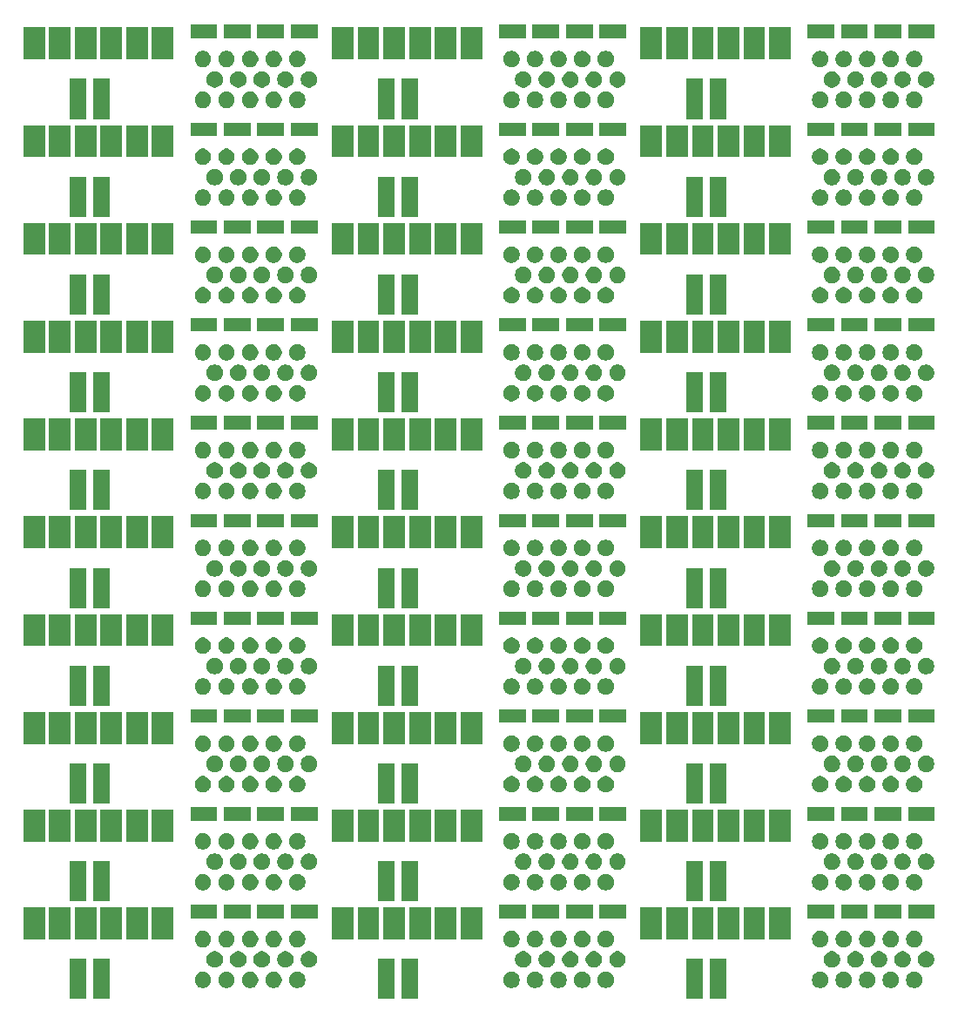
<source format=gts>
G04 #@! TF.GenerationSoftware,KiCad,Pcbnew,(5.1.0)-1*
G04 #@! TF.CreationDate,2020-07-15T16:06:43-04:00*
G04 #@! TF.ProjectId,Breakout Panelized,42726561-6b6f-4757-9420-50616e656c69,rev?*
G04 #@! TF.SameCoordinates,Original*
G04 #@! TF.FileFunction,Soldermask,Top*
G04 #@! TF.FilePolarity,Negative*
%FSLAX46Y46*%
G04 Gerber Fmt 4.6, Leading zero omitted, Abs format (unit mm)*
G04 Created by KiCad (PCBNEW (5.1.0)-1) date 2020-07-15 16:06:43*
%MOMM*%
%LPD*%
G04 APERTURE LIST*
%ADD10C,0.100000*%
G04 APERTURE END LIST*
D10*
G36*
X154141000Y-148676000D02*
G01*
X152539000Y-148676000D01*
X152539000Y-144774000D01*
X154141000Y-144774000D01*
X154141000Y-148676000D01*
X154141000Y-148676000D01*
G37*
G36*
X91851000Y-148676000D02*
G01*
X90249000Y-148676000D01*
X90249000Y-144774000D01*
X91851000Y-144774000D01*
X91851000Y-148676000D01*
X91851000Y-148676000D01*
G37*
G36*
X94141000Y-148676000D02*
G01*
X92539000Y-148676000D01*
X92539000Y-144774000D01*
X94141000Y-144774000D01*
X94141000Y-148676000D01*
X94141000Y-148676000D01*
G37*
G36*
X124141000Y-148676000D02*
G01*
X122539000Y-148676000D01*
X122539000Y-144774000D01*
X124141000Y-144774000D01*
X124141000Y-148676000D01*
X124141000Y-148676000D01*
G37*
G36*
X151851000Y-148676000D02*
G01*
X150249000Y-148676000D01*
X150249000Y-144774000D01*
X151851000Y-144774000D01*
X151851000Y-148676000D01*
X151851000Y-148676000D01*
G37*
G36*
X121851000Y-148676000D02*
G01*
X120249000Y-148676000D01*
X120249000Y-144774000D01*
X121851000Y-144774000D01*
X121851000Y-148676000D01*
X121851000Y-148676000D01*
G37*
G36*
X142623642Y-146034781D02*
G01*
X142769414Y-146095162D01*
X142769416Y-146095163D01*
X142900608Y-146182822D01*
X143012178Y-146294392D01*
X143099837Y-146425584D01*
X143099838Y-146425586D01*
X143160219Y-146571358D01*
X143191000Y-146726107D01*
X143191000Y-146883893D01*
X143160219Y-147038642D01*
X143099838Y-147184414D01*
X143099837Y-147184416D01*
X143012178Y-147315608D01*
X142900608Y-147427178D01*
X142769416Y-147514837D01*
X142769415Y-147514838D01*
X142769414Y-147514838D01*
X142623642Y-147575219D01*
X142468893Y-147606000D01*
X142311107Y-147606000D01*
X142156358Y-147575219D01*
X142010586Y-147514838D01*
X142010585Y-147514838D01*
X142010584Y-147514837D01*
X141879392Y-147427178D01*
X141767822Y-147315608D01*
X141680163Y-147184416D01*
X141680162Y-147184414D01*
X141619781Y-147038642D01*
X141589000Y-146883893D01*
X141589000Y-146726107D01*
X141619781Y-146571358D01*
X141680162Y-146425586D01*
X141680163Y-146425584D01*
X141767822Y-146294392D01*
X141879392Y-146182822D01*
X142010584Y-146095163D01*
X142010586Y-146095162D01*
X142156358Y-146034781D01*
X142311107Y-146004000D01*
X142468893Y-146004000D01*
X142623642Y-146034781D01*
X142623642Y-146034781D01*
G37*
G36*
X172623642Y-146034781D02*
G01*
X172769414Y-146095162D01*
X172769416Y-146095163D01*
X172900608Y-146182822D01*
X173012178Y-146294392D01*
X173099837Y-146425584D01*
X173099838Y-146425586D01*
X173160219Y-146571358D01*
X173191000Y-146726107D01*
X173191000Y-146883893D01*
X173160219Y-147038642D01*
X173099838Y-147184414D01*
X173099837Y-147184416D01*
X173012178Y-147315608D01*
X172900608Y-147427178D01*
X172769416Y-147514837D01*
X172769415Y-147514838D01*
X172769414Y-147514838D01*
X172623642Y-147575219D01*
X172468893Y-147606000D01*
X172311107Y-147606000D01*
X172156358Y-147575219D01*
X172010586Y-147514838D01*
X172010585Y-147514838D01*
X172010584Y-147514837D01*
X171879392Y-147427178D01*
X171767822Y-147315608D01*
X171680163Y-147184416D01*
X171680162Y-147184414D01*
X171619781Y-147038642D01*
X171589000Y-146883893D01*
X171589000Y-146726107D01*
X171619781Y-146571358D01*
X171680162Y-146425586D01*
X171680163Y-146425584D01*
X171767822Y-146294392D01*
X171879392Y-146182822D01*
X172010584Y-146095163D01*
X172010586Y-146095162D01*
X172156358Y-146034781D01*
X172311107Y-146004000D01*
X172468893Y-146004000D01*
X172623642Y-146034781D01*
X172623642Y-146034781D01*
G37*
G36*
X170333642Y-146034781D02*
G01*
X170479414Y-146095162D01*
X170479416Y-146095163D01*
X170610608Y-146182822D01*
X170722178Y-146294392D01*
X170809837Y-146425584D01*
X170809838Y-146425586D01*
X170870219Y-146571358D01*
X170901000Y-146726107D01*
X170901000Y-146883893D01*
X170870219Y-147038642D01*
X170809838Y-147184414D01*
X170809837Y-147184416D01*
X170722178Y-147315608D01*
X170610608Y-147427178D01*
X170479416Y-147514837D01*
X170479415Y-147514838D01*
X170479414Y-147514838D01*
X170333642Y-147575219D01*
X170178893Y-147606000D01*
X170021107Y-147606000D01*
X169866358Y-147575219D01*
X169720586Y-147514838D01*
X169720585Y-147514838D01*
X169720584Y-147514837D01*
X169589392Y-147427178D01*
X169477822Y-147315608D01*
X169390163Y-147184416D01*
X169390162Y-147184414D01*
X169329781Y-147038642D01*
X169299000Y-146883893D01*
X169299000Y-146726107D01*
X169329781Y-146571358D01*
X169390162Y-146425586D01*
X169390163Y-146425584D01*
X169477822Y-146294392D01*
X169589392Y-146182822D01*
X169720584Y-146095163D01*
X169720586Y-146095162D01*
X169866358Y-146034781D01*
X170021107Y-146004000D01*
X170178893Y-146004000D01*
X170333642Y-146034781D01*
X170333642Y-146034781D01*
G37*
G36*
X103463642Y-146034781D02*
G01*
X103609414Y-146095162D01*
X103609416Y-146095163D01*
X103740608Y-146182822D01*
X103852178Y-146294392D01*
X103939837Y-146425584D01*
X103939838Y-146425586D01*
X104000219Y-146571358D01*
X104031000Y-146726107D01*
X104031000Y-146883893D01*
X104000219Y-147038642D01*
X103939838Y-147184414D01*
X103939837Y-147184416D01*
X103852178Y-147315608D01*
X103740608Y-147427178D01*
X103609416Y-147514837D01*
X103609415Y-147514838D01*
X103609414Y-147514838D01*
X103463642Y-147575219D01*
X103308893Y-147606000D01*
X103151107Y-147606000D01*
X102996358Y-147575219D01*
X102850586Y-147514838D01*
X102850585Y-147514838D01*
X102850584Y-147514837D01*
X102719392Y-147427178D01*
X102607822Y-147315608D01*
X102520163Y-147184416D01*
X102520162Y-147184414D01*
X102459781Y-147038642D01*
X102429000Y-146883893D01*
X102429000Y-146726107D01*
X102459781Y-146571358D01*
X102520162Y-146425586D01*
X102520163Y-146425584D01*
X102607822Y-146294392D01*
X102719392Y-146182822D01*
X102850584Y-146095163D01*
X102850586Y-146095162D01*
X102996358Y-146034781D01*
X103151107Y-146004000D01*
X103308893Y-146004000D01*
X103463642Y-146034781D01*
X103463642Y-146034781D01*
G37*
G36*
X108043642Y-146034781D02*
G01*
X108189414Y-146095162D01*
X108189416Y-146095163D01*
X108320608Y-146182822D01*
X108432178Y-146294392D01*
X108519837Y-146425584D01*
X108519838Y-146425586D01*
X108580219Y-146571358D01*
X108611000Y-146726107D01*
X108611000Y-146883893D01*
X108580219Y-147038642D01*
X108519838Y-147184414D01*
X108519837Y-147184416D01*
X108432178Y-147315608D01*
X108320608Y-147427178D01*
X108189416Y-147514837D01*
X108189415Y-147514838D01*
X108189414Y-147514838D01*
X108043642Y-147575219D01*
X107888893Y-147606000D01*
X107731107Y-147606000D01*
X107576358Y-147575219D01*
X107430586Y-147514838D01*
X107430585Y-147514838D01*
X107430584Y-147514837D01*
X107299392Y-147427178D01*
X107187822Y-147315608D01*
X107100163Y-147184416D01*
X107100162Y-147184414D01*
X107039781Y-147038642D01*
X107009000Y-146883893D01*
X107009000Y-146726107D01*
X107039781Y-146571358D01*
X107100162Y-146425586D01*
X107100163Y-146425584D01*
X107187822Y-146294392D01*
X107299392Y-146182822D01*
X107430584Y-146095163D01*
X107430586Y-146095162D01*
X107576358Y-146034781D01*
X107731107Y-146004000D01*
X107888893Y-146004000D01*
X108043642Y-146034781D01*
X108043642Y-146034781D01*
G37*
G36*
X110333642Y-146034781D02*
G01*
X110479414Y-146095162D01*
X110479416Y-146095163D01*
X110610608Y-146182822D01*
X110722178Y-146294392D01*
X110809837Y-146425584D01*
X110809838Y-146425586D01*
X110870219Y-146571358D01*
X110901000Y-146726107D01*
X110901000Y-146883893D01*
X110870219Y-147038642D01*
X110809838Y-147184414D01*
X110809837Y-147184416D01*
X110722178Y-147315608D01*
X110610608Y-147427178D01*
X110479416Y-147514837D01*
X110479415Y-147514838D01*
X110479414Y-147514838D01*
X110333642Y-147575219D01*
X110178893Y-147606000D01*
X110021107Y-147606000D01*
X109866358Y-147575219D01*
X109720586Y-147514838D01*
X109720585Y-147514838D01*
X109720584Y-147514837D01*
X109589392Y-147427178D01*
X109477822Y-147315608D01*
X109390163Y-147184416D01*
X109390162Y-147184414D01*
X109329781Y-147038642D01*
X109299000Y-146883893D01*
X109299000Y-146726107D01*
X109329781Y-146571358D01*
X109390162Y-146425586D01*
X109390163Y-146425584D01*
X109477822Y-146294392D01*
X109589392Y-146182822D01*
X109720584Y-146095163D01*
X109720586Y-146095162D01*
X109866358Y-146034781D01*
X110021107Y-146004000D01*
X110178893Y-146004000D01*
X110333642Y-146034781D01*
X110333642Y-146034781D01*
G37*
G36*
X112623642Y-146034781D02*
G01*
X112769414Y-146095162D01*
X112769416Y-146095163D01*
X112900608Y-146182822D01*
X113012178Y-146294392D01*
X113099837Y-146425584D01*
X113099838Y-146425586D01*
X113160219Y-146571358D01*
X113191000Y-146726107D01*
X113191000Y-146883893D01*
X113160219Y-147038642D01*
X113099838Y-147184414D01*
X113099837Y-147184416D01*
X113012178Y-147315608D01*
X112900608Y-147427178D01*
X112769416Y-147514837D01*
X112769415Y-147514838D01*
X112769414Y-147514838D01*
X112623642Y-147575219D01*
X112468893Y-147606000D01*
X112311107Y-147606000D01*
X112156358Y-147575219D01*
X112010586Y-147514838D01*
X112010585Y-147514838D01*
X112010584Y-147514837D01*
X111879392Y-147427178D01*
X111767822Y-147315608D01*
X111680163Y-147184416D01*
X111680162Y-147184414D01*
X111619781Y-147038642D01*
X111589000Y-146883893D01*
X111589000Y-146726107D01*
X111619781Y-146571358D01*
X111680162Y-146425586D01*
X111680163Y-146425584D01*
X111767822Y-146294392D01*
X111879392Y-146182822D01*
X112010584Y-146095163D01*
X112010586Y-146095162D01*
X112156358Y-146034781D01*
X112311107Y-146004000D01*
X112468893Y-146004000D01*
X112623642Y-146034781D01*
X112623642Y-146034781D01*
G37*
G36*
X140333642Y-146034781D02*
G01*
X140479414Y-146095162D01*
X140479416Y-146095163D01*
X140610608Y-146182822D01*
X140722178Y-146294392D01*
X140809837Y-146425584D01*
X140809838Y-146425586D01*
X140870219Y-146571358D01*
X140901000Y-146726107D01*
X140901000Y-146883893D01*
X140870219Y-147038642D01*
X140809838Y-147184414D01*
X140809837Y-147184416D01*
X140722178Y-147315608D01*
X140610608Y-147427178D01*
X140479416Y-147514837D01*
X140479415Y-147514838D01*
X140479414Y-147514838D01*
X140333642Y-147575219D01*
X140178893Y-147606000D01*
X140021107Y-147606000D01*
X139866358Y-147575219D01*
X139720586Y-147514838D01*
X139720585Y-147514838D01*
X139720584Y-147514837D01*
X139589392Y-147427178D01*
X139477822Y-147315608D01*
X139390163Y-147184416D01*
X139390162Y-147184414D01*
X139329781Y-147038642D01*
X139299000Y-146883893D01*
X139299000Y-146726107D01*
X139329781Y-146571358D01*
X139390162Y-146425586D01*
X139390163Y-146425584D01*
X139477822Y-146294392D01*
X139589392Y-146182822D01*
X139720584Y-146095163D01*
X139720586Y-146095162D01*
X139866358Y-146034781D01*
X140021107Y-146004000D01*
X140178893Y-146004000D01*
X140333642Y-146034781D01*
X140333642Y-146034781D01*
G37*
G36*
X138043642Y-146034781D02*
G01*
X138189414Y-146095162D01*
X138189416Y-146095163D01*
X138320608Y-146182822D01*
X138432178Y-146294392D01*
X138519837Y-146425584D01*
X138519838Y-146425586D01*
X138580219Y-146571358D01*
X138611000Y-146726107D01*
X138611000Y-146883893D01*
X138580219Y-147038642D01*
X138519838Y-147184414D01*
X138519837Y-147184416D01*
X138432178Y-147315608D01*
X138320608Y-147427178D01*
X138189416Y-147514837D01*
X138189415Y-147514838D01*
X138189414Y-147514838D01*
X138043642Y-147575219D01*
X137888893Y-147606000D01*
X137731107Y-147606000D01*
X137576358Y-147575219D01*
X137430586Y-147514838D01*
X137430585Y-147514838D01*
X137430584Y-147514837D01*
X137299392Y-147427178D01*
X137187822Y-147315608D01*
X137100163Y-147184416D01*
X137100162Y-147184414D01*
X137039781Y-147038642D01*
X137009000Y-146883893D01*
X137009000Y-146726107D01*
X137039781Y-146571358D01*
X137100162Y-146425586D01*
X137100163Y-146425584D01*
X137187822Y-146294392D01*
X137299392Y-146182822D01*
X137430584Y-146095163D01*
X137430586Y-146095162D01*
X137576358Y-146034781D01*
X137731107Y-146004000D01*
X137888893Y-146004000D01*
X138043642Y-146034781D01*
X138043642Y-146034781D01*
G37*
G36*
X135753642Y-146034781D02*
G01*
X135899414Y-146095162D01*
X135899416Y-146095163D01*
X136030608Y-146182822D01*
X136142178Y-146294392D01*
X136229837Y-146425584D01*
X136229838Y-146425586D01*
X136290219Y-146571358D01*
X136321000Y-146726107D01*
X136321000Y-146883893D01*
X136290219Y-147038642D01*
X136229838Y-147184414D01*
X136229837Y-147184416D01*
X136142178Y-147315608D01*
X136030608Y-147427178D01*
X135899416Y-147514837D01*
X135899415Y-147514838D01*
X135899414Y-147514838D01*
X135753642Y-147575219D01*
X135598893Y-147606000D01*
X135441107Y-147606000D01*
X135286358Y-147575219D01*
X135140586Y-147514838D01*
X135140585Y-147514838D01*
X135140584Y-147514837D01*
X135009392Y-147427178D01*
X134897822Y-147315608D01*
X134810163Y-147184416D01*
X134810162Y-147184414D01*
X134749781Y-147038642D01*
X134719000Y-146883893D01*
X134719000Y-146726107D01*
X134749781Y-146571358D01*
X134810162Y-146425586D01*
X134810163Y-146425584D01*
X134897822Y-146294392D01*
X135009392Y-146182822D01*
X135140584Y-146095163D01*
X135140586Y-146095162D01*
X135286358Y-146034781D01*
X135441107Y-146004000D01*
X135598893Y-146004000D01*
X135753642Y-146034781D01*
X135753642Y-146034781D01*
G37*
G36*
X133463642Y-146034781D02*
G01*
X133609414Y-146095162D01*
X133609416Y-146095163D01*
X133740608Y-146182822D01*
X133852178Y-146294392D01*
X133939837Y-146425584D01*
X133939838Y-146425586D01*
X134000219Y-146571358D01*
X134031000Y-146726107D01*
X134031000Y-146883893D01*
X134000219Y-147038642D01*
X133939838Y-147184414D01*
X133939837Y-147184416D01*
X133852178Y-147315608D01*
X133740608Y-147427178D01*
X133609416Y-147514837D01*
X133609415Y-147514838D01*
X133609414Y-147514838D01*
X133463642Y-147575219D01*
X133308893Y-147606000D01*
X133151107Y-147606000D01*
X132996358Y-147575219D01*
X132850586Y-147514838D01*
X132850585Y-147514838D01*
X132850584Y-147514837D01*
X132719392Y-147427178D01*
X132607822Y-147315608D01*
X132520163Y-147184416D01*
X132520162Y-147184414D01*
X132459781Y-147038642D01*
X132429000Y-146883893D01*
X132429000Y-146726107D01*
X132459781Y-146571358D01*
X132520162Y-146425586D01*
X132520163Y-146425584D01*
X132607822Y-146294392D01*
X132719392Y-146182822D01*
X132850584Y-146095163D01*
X132850586Y-146095162D01*
X132996358Y-146034781D01*
X133151107Y-146004000D01*
X133308893Y-146004000D01*
X133463642Y-146034781D01*
X133463642Y-146034781D01*
G37*
G36*
X168043642Y-146034781D02*
G01*
X168189414Y-146095162D01*
X168189416Y-146095163D01*
X168320608Y-146182822D01*
X168432178Y-146294392D01*
X168519837Y-146425584D01*
X168519838Y-146425586D01*
X168580219Y-146571358D01*
X168611000Y-146726107D01*
X168611000Y-146883893D01*
X168580219Y-147038642D01*
X168519838Y-147184414D01*
X168519837Y-147184416D01*
X168432178Y-147315608D01*
X168320608Y-147427178D01*
X168189416Y-147514837D01*
X168189415Y-147514838D01*
X168189414Y-147514838D01*
X168043642Y-147575219D01*
X167888893Y-147606000D01*
X167731107Y-147606000D01*
X167576358Y-147575219D01*
X167430586Y-147514838D01*
X167430585Y-147514838D01*
X167430584Y-147514837D01*
X167299392Y-147427178D01*
X167187822Y-147315608D01*
X167100163Y-147184416D01*
X167100162Y-147184414D01*
X167039781Y-147038642D01*
X167009000Y-146883893D01*
X167009000Y-146726107D01*
X167039781Y-146571358D01*
X167100162Y-146425586D01*
X167100163Y-146425584D01*
X167187822Y-146294392D01*
X167299392Y-146182822D01*
X167430584Y-146095163D01*
X167430586Y-146095162D01*
X167576358Y-146034781D01*
X167731107Y-146004000D01*
X167888893Y-146004000D01*
X168043642Y-146034781D01*
X168043642Y-146034781D01*
G37*
G36*
X105753642Y-146034781D02*
G01*
X105899414Y-146095162D01*
X105899416Y-146095163D01*
X106030608Y-146182822D01*
X106142178Y-146294392D01*
X106229837Y-146425584D01*
X106229838Y-146425586D01*
X106290219Y-146571358D01*
X106321000Y-146726107D01*
X106321000Y-146883893D01*
X106290219Y-147038642D01*
X106229838Y-147184414D01*
X106229837Y-147184416D01*
X106142178Y-147315608D01*
X106030608Y-147427178D01*
X105899416Y-147514837D01*
X105899415Y-147514838D01*
X105899414Y-147514838D01*
X105753642Y-147575219D01*
X105598893Y-147606000D01*
X105441107Y-147606000D01*
X105286358Y-147575219D01*
X105140586Y-147514838D01*
X105140585Y-147514838D01*
X105140584Y-147514837D01*
X105009392Y-147427178D01*
X104897822Y-147315608D01*
X104810163Y-147184416D01*
X104810162Y-147184414D01*
X104749781Y-147038642D01*
X104719000Y-146883893D01*
X104719000Y-146726107D01*
X104749781Y-146571358D01*
X104810162Y-146425586D01*
X104810163Y-146425584D01*
X104897822Y-146294392D01*
X105009392Y-146182822D01*
X105140584Y-146095163D01*
X105140586Y-146095162D01*
X105286358Y-146034781D01*
X105441107Y-146004000D01*
X105598893Y-146004000D01*
X105753642Y-146034781D01*
X105753642Y-146034781D01*
G37*
G36*
X163463642Y-146034781D02*
G01*
X163609414Y-146095162D01*
X163609416Y-146095163D01*
X163740608Y-146182822D01*
X163852178Y-146294392D01*
X163939837Y-146425584D01*
X163939838Y-146425586D01*
X164000219Y-146571358D01*
X164031000Y-146726107D01*
X164031000Y-146883893D01*
X164000219Y-147038642D01*
X163939838Y-147184414D01*
X163939837Y-147184416D01*
X163852178Y-147315608D01*
X163740608Y-147427178D01*
X163609416Y-147514837D01*
X163609415Y-147514838D01*
X163609414Y-147514838D01*
X163463642Y-147575219D01*
X163308893Y-147606000D01*
X163151107Y-147606000D01*
X162996358Y-147575219D01*
X162850586Y-147514838D01*
X162850585Y-147514838D01*
X162850584Y-147514837D01*
X162719392Y-147427178D01*
X162607822Y-147315608D01*
X162520163Y-147184416D01*
X162520162Y-147184414D01*
X162459781Y-147038642D01*
X162429000Y-146883893D01*
X162429000Y-146726107D01*
X162459781Y-146571358D01*
X162520162Y-146425586D01*
X162520163Y-146425584D01*
X162607822Y-146294392D01*
X162719392Y-146182822D01*
X162850584Y-146095163D01*
X162850586Y-146095162D01*
X162996358Y-146034781D01*
X163151107Y-146004000D01*
X163308893Y-146004000D01*
X163463642Y-146034781D01*
X163463642Y-146034781D01*
G37*
G36*
X165753642Y-146034781D02*
G01*
X165899414Y-146095162D01*
X165899416Y-146095163D01*
X166030608Y-146182822D01*
X166142178Y-146294392D01*
X166229837Y-146425584D01*
X166229838Y-146425586D01*
X166290219Y-146571358D01*
X166321000Y-146726107D01*
X166321000Y-146883893D01*
X166290219Y-147038642D01*
X166229838Y-147184414D01*
X166229837Y-147184416D01*
X166142178Y-147315608D01*
X166030608Y-147427178D01*
X165899416Y-147514837D01*
X165899415Y-147514838D01*
X165899414Y-147514838D01*
X165753642Y-147575219D01*
X165598893Y-147606000D01*
X165441107Y-147606000D01*
X165286358Y-147575219D01*
X165140586Y-147514838D01*
X165140585Y-147514838D01*
X165140584Y-147514837D01*
X165009392Y-147427178D01*
X164897822Y-147315608D01*
X164810163Y-147184416D01*
X164810162Y-147184414D01*
X164749781Y-147038642D01*
X164719000Y-146883893D01*
X164719000Y-146726107D01*
X164749781Y-146571358D01*
X164810162Y-146425586D01*
X164810163Y-146425584D01*
X164897822Y-146294392D01*
X165009392Y-146182822D01*
X165140584Y-146095163D01*
X165140586Y-146095162D01*
X165286358Y-146034781D01*
X165441107Y-146004000D01*
X165598893Y-146004000D01*
X165753642Y-146034781D01*
X165753642Y-146034781D01*
G37*
G36*
X141478642Y-144054781D02*
G01*
X141624414Y-144115162D01*
X141624416Y-144115163D01*
X141755608Y-144202822D01*
X141867178Y-144314392D01*
X141954837Y-144445584D01*
X141954838Y-144445586D01*
X142015219Y-144591358D01*
X142046000Y-144746107D01*
X142046000Y-144903893D01*
X142015219Y-145058642D01*
X141954838Y-145204414D01*
X141954837Y-145204416D01*
X141867178Y-145335608D01*
X141755608Y-145447178D01*
X141624416Y-145534837D01*
X141624415Y-145534838D01*
X141624414Y-145534838D01*
X141478642Y-145595219D01*
X141323893Y-145626000D01*
X141166107Y-145626000D01*
X141011358Y-145595219D01*
X140865586Y-145534838D01*
X140865585Y-145534838D01*
X140865584Y-145534837D01*
X140734392Y-145447178D01*
X140622822Y-145335608D01*
X140535163Y-145204416D01*
X140535162Y-145204414D01*
X140474781Y-145058642D01*
X140444000Y-144903893D01*
X140444000Y-144746107D01*
X140474781Y-144591358D01*
X140535162Y-144445586D01*
X140535163Y-144445584D01*
X140622822Y-144314392D01*
X140734392Y-144202822D01*
X140865584Y-144115163D01*
X140865586Y-144115162D01*
X141011358Y-144054781D01*
X141166107Y-144024000D01*
X141323893Y-144024000D01*
X141478642Y-144054781D01*
X141478642Y-144054781D01*
G37*
G36*
X164608642Y-144054781D02*
G01*
X164754414Y-144115162D01*
X164754416Y-144115163D01*
X164885608Y-144202822D01*
X164997178Y-144314392D01*
X165084837Y-144445584D01*
X165084838Y-144445586D01*
X165145219Y-144591358D01*
X165176000Y-144746107D01*
X165176000Y-144903893D01*
X165145219Y-145058642D01*
X165084838Y-145204414D01*
X165084837Y-145204416D01*
X164997178Y-145335608D01*
X164885608Y-145447178D01*
X164754416Y-145534837D01*
X164754415Y-145534838D01*
X164754414Y-145534838D01*
X164608642Y-145595219D01*
X164453893Y-145626000D01*
X164296107Y-145626000D01*
X164141358Y-145595219D01*
X163995586Y-145534838D01*
X163995585Y-145534838D01*
X163995584Y-145534837D01*
X163864392Y-145447178D01*
X163752822Y-145335608D01*
X163665163Y-145204416D01*
X163665162Y-145204414D01*
X163604781Y-145058642D01*
X163574000Y-144903893D01*
X163574000Y-144746107D01*
X163604781Y-144591358D01*
X163665162Y-144445586D01*
X163665163Y-144445584D01*
X163752822Y-144314392D01*
X163864392Y-144202822D01*
X163995584Y-144115163D01*
X163995586Y-144115162D01*
X164141358Y-144054781D01*
X164296107Y-144024000D01*
X164453893Y-144024000D01*
X164608642Y-144054781D01*
X164608642Y-144054781D01*
G37*
G36*
X166898642Y-144054781D02*
G01*
X167044414Y-144115162D01*
X167044416Y-144115163D01*
X167175608Y-144202822D01*
X167287178Y-144314392D01*
X167374837Y-144445584D01*
X167374838Y-144445586D01*
X167435219Y-144591358D01*
X167466000Y-144746107D01*
X167466000Y-144903893D01*
X167435219Y-145058642D01*
X167374838Y-145204414D01*
X167374837Y-145204416D01*
X167287178Y-145335608D01*
X167175608Y-145447178D01*
X167044416Y-145534837D01*
X167044415Y-145534838D01*
X167044414Y-145534838D01*
X166898642Y-145595219D01*
X166743893Y-145626000D01*
X166586107Y-145626000D01*
X166431358Y-145595219D01*
X166285586Y-145534838D01*
X166285585Y-145534838D01*
X166285584Y-145534837D01*
X166154392Y-145447178D01*
X166042822Y-145335608D01*
X165955163Y-145204416D01*
X165955162Y-145204414D01*
X165894781Y-145058642D01*
X165864000Y-144903893D01*
X165864000Y-144746107D01*
X165894781Y-144591358D01*
X165955162Y-144445586D01*
X165955163Y-144445584D01*
X166042822Y-144314392D01*
X166154392Y-144202822D01*
X166285584Y-144115163D01*
X166285586Y-144115162D01*
X166431358Y-144054781D01*
X166586107Y-144024000D01*
X166743893Y-144024000D01*
X166898642Y-144054781D01*
X166898642Y-144054781D01*
G37*
G36*
X169188642Y-144054781D02*
G01*
X169334414Y-144115162D01*
X169334416Y-144115163D01*
X169465608Y-144202822D01*
X169577178Y-144314392D01*
X169664837Y-144445584D01*
X169664838Y-144445586D01*
X169725219Y-144591358D01*
X169756000Y-144746107D01*
X169756000Y-144903893D01*
X169725219Y-145058642D01*
X169664838Y-145204414D01*
X169664837Y-145204416D01*
X169577178Y-145335608D01*
X169465608Y-145447178D01*
X169334416Y-145534837D01*
X169334415Y-145534838D01*
X169334414Y-145534838D01*
X169188642Y-145595219D01*
X169033893Y-145626000D01*
X168876107Y-145626000D01*
X168721358Y-145595219D01*
X168575586Y-145534838D01*
X168575585Y-145534838D01*
X168575584Y-145534837D01*
X168444392Y-145447178D01*
X168332822Y-145335608D01*
X168245163Y-145204416D01*
X168245162Y-145204414D01*
X168184781Y-145058642D01*
X168154000Y-144903893D01*
X168154000Y-144746107D01*
X168184781Y-144591358D01*
X168245162Y-144445586D01*
X168245163Y-144445584D01*
X168332822Y-144314392D01*
X168444392Y-144202822D01*
X168575584Y-144115163D01*
X168575586Y-144115162D01*
X168721358Y-144054781D01*
X168876107Y-144024000D01*
X169033893Y-144024000D01*
X169188642Y-144054781D01*
X169188642Y-144054781D01*
G37*
G36*
X134608642Y-144054781D02*
G01*
X134754414Y-144115162D01*
X134754416Y-144115163D01*
X134885608Y-144202822D01*
X134997178Y-144314392D01*
X135084837Y-144445584D01*
X135084838Y-144445586D01*
X135145219Y-144591358D01*
X135176000Y-144746107D01*
X135176000Y-144903893D01*
X135145219Y-145058642D01*
X135084838Y-145204414D01*
X135084837Y-145204416D01*
X134997178Y-145335608D01*
X134885608Y-145447178D01*
X134754416Y-145534837D01*
X134754415Y-145534838D01*
X134754414Y-145534838D01*
X134608642Y-145595219D01*
X134453893Y-145626000D01*
X134296107Y-145626000D01*
X134141358Y-145595219D01*
X133995586Y-145534838D01*
X133995585Y-145534838D01*
X133995584Y-145534837D01*
X133864392Y-145447178D01*
X133752822Y-145335608D01*
X133665163Y-145204416D01*
X133665162Y-145204414D01*
X133604781Y-145058642D01*
X133574000Y-144903893D01*
X133574000Y-144746107D01*
X133604781Y-144591358D01*
X133665162Y-144445586D01*
X133665163Y-144445584D01*
X133752822Y-144314392D01*
X133864392Y-144202822D01*
X133995584Y-144115163D01*
X133995586Y-144115162D01*
X134141358Y-144054781D01*
X134296107Y-144024000D01*
X134453893Y-144024000D01*
X134608642Y-144054781D01*
X134608642Y-144054781D01*
G37*
G36*
X136898642Y-144054781D02*
G01*
X137044414Y-144115162D01*
X137044416Y-144115163D01*
X137175608Y-144202822D01*
X137287178Y-144314392D01*
X137374837Y-144445584D01*
X137374838Y-144445586D01*
X137435219Y-144591358D01*
X137466000Y-144746107D01*
X137466000Y-144903893D01*
X137435219Y-145058642D01*
X137374838Y-145204414D01*
X137374837Y-145204416D01*
X137287178Y-145335608D01*
X137175608Y-145447178D01*
X137044416Y-145534837D01*
X137044415Y-145534838D01*
X137044414Y-145534838D01*
X136898642Y-145595219D01*
X136743893Y-145626000D01*
X136586107Y-145626000D01*
X136431358Y-145595219D01*
X136285586Y-145534838D01*
X136285585Y-145534838D01*
X136285584Y-145534837D01*
X136154392Y-145447178D01*
X136042822Y-145335608D01*
X135955163Y-145204416D01*
X135955162Y-145204414D01*
X135894781Y-145058642D01*
X135864000Y-144903893D01*
X135864000Y-144746107D01*
X135894781Y-144591358D01*
X135955162Y-144445586D01*
X135955163Y-144445584D01*
X136042822Y-144314392D01*
X136154392Y-144202822D01*
X136285584Y-144115163D01*
X136285586Y-144115162D01*
X136431358Y-144054781D01*
X136586107Y-144024000D01*
X136743893Y-144024000D01*
X136898642Y-144054781D01*
X136898642Y-144054781D01*
G37*
G36*
X143768642Y-144054781D02*
G01*
X143914414Y-144115162D01*
X143914416Y-144115163D01*
X144045608Y-144202822D01*
X144157178Y-144314392D01*
X144244837Y-144445584D01*
X144244838Y-144445586D01*
X144305219Y-144591358D01*
X144336000Y-144746107D01*
X144336000Y-144903893D01*
X144305219Y-145058642D01*
X144244838Y-145204414D01*
X144244837Y-145204416D01*
X144157178Y-145335608D01*
X144045608Y-145447178D01*
X143914416Y-145534837D01*
X143914415Y-145534838D01*
X143914414Y-145534838D01*
X143768642Y-145595219D01*
X143613893Y-145626000D01*
X143456107Y-145626000D01*
X143301358Y-145595219D01*
X143155586Y-145534838D01*
X143155585Y-145534838D01*
X143155584Y-145534837D01*
X143024392Y-145447178D01*
X142912822Y-145335608D01*
X142825163Y-145204416D01*
X142825162Y-145204414D01*
X142764781Y-145058642D01*
X142734000Y-144903893D01*
X142734000Y-144746107D01*
X142764781Y-144591358D01*
X142825162Y-144445586D01*
X142825163Y-144445584D01*
X142912822Y-144314392D01*
X143024392Y-144202822D01*
X143155584Y-144115163D01*
X143155586Y-144115162D01*
X143301358Y-144054781D01*
X143456107Y-144024000D01*
X143613893Y-144024000D01*
X143768642Y-144054781D01*
X143768642Y-144054781D01*
G37*
G36*
X111478642Y-144054781D02*
G01*
X111624414Y-144115162D01*
X111624416Y-144115163D01*
X111755608Y-144202822D01*
X111867178Y-144314392D01*
X111954837Y-144445584D01*
X111954838Y-144445586D01*
X112015219Y-144591358D01*
X112046000Y-144746107D01*
X112046000Y-144903893D01*
X112015219Y-145058642D01*
X111954838Y-145204414D01*
X111954837Y-145204416D01*
X111867178Y-145335608D01*
X111755608Y-145447178D01*
X111624416Y-145534837D01*
X111624415Y-145534838D01*
X111624414Y-145534838D01*
X111478642Y-145595219D01*
X111323893Y-145626000D01*
X111166107Y-145626000D01*
X111011358Y-145595219D01*
X110865586Y-145534838D01*
X110865585Y-145534838D01*
X110865584Y-145534837D01*
X110734392Y-145447178D01*
X110622822Y-145335608D01*
X110535163Y-145204416D01*
X110535162Y-145204414D01*
X110474781Y-145058642D01*
X110444000Y-144903893D01*
X110444000Y-144746107D01*
X110474781Y-144591358D01*
X110535162Y-144445586D01*
X110535163Y-144445584D01*
X110622822Y-144314392D01*
X110734392Y-144202822D01*
X110865584Y-144115163D01*
X110865586Y-144115162D01*
X111011358Y-144054781D01*
X111166107Y-144024000D01*
X111323893Y-144024000D01*
X111478642Y-144054781D01*
X111478642Y-144054781D01*
G37*
G36*
X171478642Y-144054781D02*
G01*
X171624414Y-144115162D01*
X171624416Y-144115163D01*
X171755608Y-144202822D01*
X171867178Y-144314392D01*
X171954837Y-144445584D01*
X171954838Y-144445586D01*
X172015219Y-144591358D01*
X172046000Y-144746107D01*
X172046000Y-144903893D01*
X172015219Y-145058642D01*
X171954838Y-145204414D01*
X171954837Y-145204416D01*
X171867178Y-145335608D01*
X171755608Y-145447178D01*
X171624416Y-145534837D01*
X171624415Y-145534838D01*
X171624414Y-145534838D01*
X171478642Y-145595219D01*
X171323893Y-145626000D01*
X171166107Y-145626000D01*
X171011358Y-145595219D01*
X170865586Y-145534838D01*
X170865585Y-145534838D01*
X170865584Y-145534837D01*
X170734392Y-145447178D01*
X170622822Y-145335608D01*
X170535163Y-145204416D01*
X170535162Y-145204414D01*
X170474781Y-145058642D01*
X170444000Y-144903893D01*
X170444000Y-144746107D01*
X170474781Y-144591358D01*
X170535162Y-144445586D01*
X170535163Y-144445584D01*
X170622822Y-144314392D01*
X170734392Y-144202822D01*
X170865584Y-144115163D01*
X170865586Y-144115162D01*
X171011358Y-144054781D01*
X171166107Y-144024000D01*
X171323893Y-144024000D01*
X171478642Y-144054781D01*
X171478642Y-144054781D01*
G37*
G36*
X109188642Y-144054781D02*
G01*
X109334414Y-144115162D01*
X109334416Y-144115163D01*
X109465608Y-144202822D01*
X109577178Y-144314392D01*
X109664837Y-144445584D01*
X109664838Y-144445586D01*
X109725219Y-144591358D01*
X109756000Y-144746107D01*
X109756000Y-144903893D01*
X109725219Y-145058642D01*
X109664838Y-145204414D01*
X109664837Y-145204416D01*
X109577178Y-145335608D01*
X109465608Y-145447178D01*
X109334416Y-145534837D01*
X109334415Y-145534838D01*
X109334414Y-145534838D01*
X109188642Y-145595219D01*
X109033893Y-145626000D01*
X108876107Y-145626000D01*
X108721358Y-145595219D01*
X108575586Y-145534838D01*
X108575585Y-145534838D01*
X108575584Y-145534837D01*
X108444392Y-145447178D01*
X108332822Y-145335608D01*
X108245163Y-145204416D01*
X108245162Y-145204414D01*
X108184781Y-145058642D01*
X108154000Y-144903893D01*
X108154000Y-144746107D01*
X108184781Y-144591358D01*
X108245162Y-144445586D01*
X108245163Y-144445584D01*
X108332822Y-144314392D01*
X108444392Y-144202822D01*
X108575584Y-144115163D01*
X108575586Y-144115162D01*
X108721358Y-144054781D01*
X108876107Y-144024000D01*
X109033893Y-144024000D01*
X109188642Y-144054781D01*
X109188642Y-144054781D01*
G37*
G36*
X106898642Y-144054781D02*
G01*
X107044414Y-144115162D01*
X107044416Y-144115163D01*
X107175608Y-144202822D01*
X107287178Y-144314392D01*
X107374837Y-144445584D01*
X107374838Y-144445586D01*
X107435219Y-144591358D01*
X107466000Y-144746107D01*
X107466000Y-144903893D01*
X107435219Y-145058642D01*
X107374838Y-145204414D01*
X107374837Y-145204416D01*
X107287178Y-145335608D01*
X107175608Y-145447178D01*
X107044416Y-145534837D01*
X107044415Y-145534838D01*
X107044414Y-145534838D01*
X106898642Y-145595219D01*
X106743893Y-145626000D01*
X106586107Y-145626000D01*
X106431358Y-145595219D01*
X106285586Y-145534838D01*
X106285585Y-145534838D01*
X106285584Y-145534837D01*
X106154392Y-145447178D01*
X106042822Y-145335608D01*
X105955163Y-145204416D01*
X105955162Y-145204414D01*
X105894781Y-145058642D01*
X105864000Y-144903893D01*
X105864000Y-144746107D01*
X105894781Y-144591358D01*
X105955162Y-144445586D01*
X105955163Y-144445584D01*
X106042822Y-144314392D01*
X106154392Y-144202822D01*
X106285584Y-144115163D01*
X106285586Y-144115162D01*
X106431358Y-144054781D01*
X106586107Y-144024000D01*
X106743893Y-144024000D01*
X106898642Y-144054781D01*
X106898642Y-144054781D01*
G37*
G36*
X104608642Y-144054781D02*
G01*
X104754414Y-144115162D01*
X104754416Y-144115163D01*
X104885608Y-144202822D01*
X104997178Y-144314392D01*
X105084837Y-144445584D01*
X105084838Y-144445586D01*
X105145219Y-144591358D01*
X105176000Y-144746107D01*
X105176000Y-144903893D01*
X105145219Y-145058642D01*
X105084838Y-145204414D01*
X105084837Y-145204416D01*
X104997178Y-145335608D01*
X104885608Y-145447178D01*
X104754416Y-145534837D01*
X104754415Y-145534838D01*
X104754414Y-145534838D01*
X104608642Y-145595219D01*
X104453893Y-145626000D01*
X104296107Y-145626000D01*
X104141358Y-145595219D01*
X103995586Y-145534838D01*
X103995585Y-145534838D01*
X103995584Y-145534837D01*
X103864392Y-145447178D01*
X103752822Y-145335608D01*
X103665163Y-145204416D01*
X103665162Y-145204414D01*
X103604781Y-145058642D01*
X103574000Y-144903893D01*
X103574000Y-144746107D01*
X103604781Y-144591358D01*
X103665162Y-144445586D01*
X103665163Y-144445584D01*
X103752822Y-144314392D01*
X103864392Y-144202822D01*
X103995584Y-144115163D01*
X103995586Y-144115162D01*
X104141358Y-144054781D01*
X104296107Y-144024000D01*
X104453893Y-144024000D01*
X104608642Y-144054781D01*
X104608642Y-144054781D01*
G37*
G36*
X139188642Y-144054781D02*
G01*
X139334414Y-144115162D01*
X139334416Y-144115163D01*
X139465608Y-144202822D01*
X139577178Y-144314392D01*
X139664837Y-144445584D01*
X139664838Y-144445586D01*
X139725219Y-144591358D01*
X139756000Y-144746107D01*
X139756000Y-144903893D01*
X139725219Y-145058642D01*
X139664838Y-145204414D01*
X139664837Y-145204416D01*
X139577178Y-145335608D01*
X139465608Y-145447178D01*
X139334416Y-145534837D01*
X139334415Y-145534838D01*
X139334414Y-145534838D01*
X139188642Y-145595219D01*
X139033893Y-145626000D01*
X138876107Y-145626000D01*
X138721358Y-145595219D01*
X138575586Y-145534838D01*
X138575585Y-145534838D01*
X138575584Y-145534837D01*
X138444392Y-145447178D01*
X138332822Y-145335608D01*
X138245163Y-145204416D01*
X138245162Y-145204414D01*
X138184781Y-145058642D01*
X138154000Y-144903893D01*
X138154000Y-144746107D01*
X138184781Y-144591358D01*
X138245162Y-144445586D01*
X138245163Y-144445584D01*
X138332822Y-144314392D01*
X138444392Y-144202822D01*
X138575584Y-144115163D01*
X138575586Y-144115162D01*
X138721358Y-144054781D01*
X138876107Y-144024000D01*
X139033893Y-144024000D01*
X139188642Y-144054781D01*
X139188642Y-144054781D01*
G37*
G36*
X173768642Y-144054781D02*
G01*
X173914414Y-144115162D01*
X173914416Y-144115163D01*
X174045608Y-144202822D01*
X174157178Y-144314392D01*
X174244837Y-144445584D01*
X174244838Y-144445586D01*
X174305219Y-144591358D01*
X174336000Y-144746107D01*
X174336000Y-144903893D01*
X174305219Y-145058642D01*
X174244838Y-145204414D01*
X174244837Y-145204416D01*
X174157178Y-145335608D01*
X174045608Y-145447178D01*
X173914416Y-145534837D01*
X173914415Y-145534838D01*
X173914414Y-145534838D01*
X173768642Y-145595219D01*
X173613893Y-145626000D01*
X173456107Y-145626000D01*
X173301358Y-145595219D01*
X173155586Y-145534838D01*
X173155585Y-145534838D01*
X173155584Y-145534837D01*
X173024392Y-145447178D01*
X172912822Y-145335608D01*
X172825163Y-145204416D01*
X172825162Y-145204414D01*
X172764781Y-145058642D01*
X172734000Y-144903893D01*
X172734000Y-144746107D01*
X172764781Y-144591358D01*
X172825162Y-144445586D01*
X172825163Y-144445584D01*
X172912822Y-144314392D01*
X173024392Y-144202822D01*
X173155584Y-144115163D01*
X173155586Y-144115162D01*
X173301358Y-144054781D01*
X173456107Y-144024000D01*
X173613893Y-144024000D01*
X173768642Y-144054781D01*
X173768642Y-144054781D01*
G37*
G36*
X113768642Y-144054781D02*
G01*
X113914414Y-144115162D01*
X113914416Y-144115163D01*
X114045608Y-144202822D01*
X114157178Y-144314392D01*
X114244837Y-144445584D01*
X114244838Y-144445586D01*
X114305219Y-144591358D01*
X114336000Y-144746107D01*
X114336000Y-144903893D01*
X114305219Y-145058642D01*
X114244838Y-145204414D01*
X114244837Y-145204416D01*
X114157178Y-145335608D01*
X114045608Y-145447178D01*
X113914416Y-145534837D01*
X113914415Y-145534838D01*
X113914414Y-145534838D01*
X113768642Y-145595219D01*
X113613893Y-145626000D01*
X113456107Y-145626000D01*
X113301358Y-145595219D01*
X113155586Y-145534838D01*
X113155585Y-145534838D01*
X113155584Y-145534837D01*
X113024392Y-145447178D01*
X112912822Y-145335608D01*
X112825163Y-145204416D01*
X112825162Y-145204414D01*
X112764781Y-145058642D01*
X112734000Y-144903893D01*
X112734000Y-144746107D01*
X112764781Y-144591358D01*
X112825162Y-144445586D01*
X112825163Y-144445584D01*
X112912822Y-144314392D01*
X113024392Y-144202822D01*
X113155584Y-144115163D01*
X113155586Y-144115162D01*
X113301358Y-144054781D01*
X113456107Y-144024000D01*
X113613893Y-144024000D01*
X113768642Y-144054781D01*
X113768642Y-144054781D01*
G37*
G36*
X170333642Y-142074781D02*
G01*
X170479414Y-142135162D01*
X170479416Y-142135163D01*
X170610608Y-142222822D01*
X170722178Y-142334392D01*
X170809837Y-142465584D01*
X170809838Y-142465586D01*
X170870219Y-142611358D01*
X170901000Y-142766107D01*
X170901000Y-142923893D01*
X170870219Y-143078642D01*
X170809838Y-143224414D01*
X170809837Y-143224416D01*
X170722178Y-143355608D01*
X170610608Y-143467178D01*
X170479416Y-143554837D01*
X170479415Y-143554838D01*
X170479414Y-143554838D01*
X170333642Y-143615219D01*
X170178893Y-143646000D01*
X170021107Y-143646000D01*
X169866358Y-143615219D01*
X169720586Y-143554838D01*
X169720585Y-143554838D01*
X169720584Y-143554837D01*
X169589392Y-143467178D01*
X169477822Y-143355608D01*
X169390163Y-143224416D01*
X169390162Y-143224414D01*
X169329781Y-143078642D01*
X169299000Y-142923893D01*
X169299000Y-142766107D01*
X169329781Y-142611358D01*
X169390162Y-142465586D01*
X169390163Y-142465584D01*
X169477822Y-142334392D01*
X169589392Y-142222822D01*
X169720584Y-142135163D01*
X169720586Y-142135162D01*
X169866358Y-142074781D01*
X170021107Y-142044000D01*
X170178893Y-142044000D01*
X170333642Y-142074781D01*
X170333642Y-142074781D01*
G37*
G36*
X112623642Y-142074781D02*
G01*
X112769414Y-142135162D01*
X112769416Y-142135163D01*
X112900608Y-142222822D01*
X113012178Y-142334392D01*
X113099837Y-142465584D01*
X113099838Y-142465586D01*
X113160219Y-142611358D01*
X113191000Y-142766107D01*
X113191000Y-142923893D01*
X113160219Y-143078642D01*
X113099838Y-143224414D01*
X113099837Y-143224416D01*
X113012178Y-143355608D01*
X112900608Y-143467178D01*
X112769416Y-143554837D01*
X112769415Y-143554838D01*
X112769414Y-143554838D01*
X112623642Y-143615219D01*
X112468893Y-143646000D01*
X112311107Y-143646000D01*
X112156358Y-143615219D01*
X112010586Y-143554838D01*
X112010585Y-143554838D01*
X112010584Y-143554837D01*
X111879392Y-143467178D01*
X111767822Y-143355608D01*
X111680163Y-143224416D01*
X111680162Y-143224414D01*
X111619781Y-143078642D01*
X111589000Y-142923893D01*
X111589000Y-142766107D01*
X111619781Y-142611358D01*
X111680162Y-142465586D01*
X111680163Y-142465584D01*
X111767822Y-142334392D01*
X111879392Y-142222822D01*
X112010584Y-142135163D01*
X112010586Y-142135162D01*
X112156358Y-142074781D01*
X112311107Y-142044000D01*
X112468893Y-142044000D01*
X112623642Y-142074781D01*
X112623642Y-142074781D01*
G37*
G36*
X108043642Y-142074781D02*
G01*
X108189414Y-142135162D01*
X108189416Y-142135163D01*
X108320608Y-142222822D01*
X108432178Y-142334392D01*
X108519837Y-142465584D01*
X108519838Y-142465586D01*
X108580219Y-142611358D01*
X108611000Y-142766107D01*
X108611000Y-142923893D01*
X108580219Y-143078642D01*
X108519838Y-143224414D01*
X108519837Y-143224416D01*
X108432178Y-143355608D01*
X108320608Y-143467178D01*
X108189416Y-143554837D01*
X108189415Y-143554838D01*
X108189414Y-143554838D01*
X108043642Y-143615219D01*
X107888893Y-143646000D01*
X107731107Y-143646000D01*
X107576358Y-143615219D01*
X107430586Y-143554838D01*
X107430585Y-143554838D01*
X107430584Y-143554837D01*
X107299392Y-143467178D01*
X107187822Y-143355608D01*
X107100163Y-143224416D01*
X107100162Y-143224414D01*
X107039781Y-143078642D01*
X107009000Y-142923893D01*
X107009000Y-142766107D01*
X107039781Y-142611358D01*
X107100162Y-142465586D01*
X107100163Y-142465584D01*
X107187822Y-142334392D01*
X107299392Y-142222822D01*
X107430584Y-142135163D01*
X107430586Y-142135162D01*
X107576358Y-142074781D01*
X107731107Y-142044000D01*
X107888893Y-142044000D01*
X108043642Y-142074781D01*
X108043642Y-142074781D01*
G37*
G36*
X105753642Y-142074781D02*
G01*
X105899414Y-142135162D01*
X105899416Y-142135163D01*
X106030608Y-142222822D01*
X106142178Y-142334392D01*
X106229837Y-142465584D01*
X106229838Y-142465586D01*
X106290219Y-142611358D01*
X106321000Y-142766107D01*
X106321000Y-142923893D01*
X106290219Y-143078642D01*
X106229838Y-143224414D01*
X106229837Y-143224416D01*
X106142178Y-143355608D01*
X106030608Y-143467178D01*
X105899416Y-143554837D01*
X105899415Y-143554838D01*
X105899414Y-143554838D01*
X105753642Y-143615219D01*
X105598893Y-143646000D01*
X105441107Y-143646000D01*
X105286358Y-143615219D01*
X105140586Y-143554838D01*
X105140585Y-143554838D01*
X105140584Y-143554837D01*
X105009392Y-143467178D01*
X104897822Y-143355608D01*
X104810163Y-143224416D01*
X104810162Y-143224414D01*
X104749781Y-143078642D01*
X104719000Y-142923893D01*
X104719000Y-142766107D01*
X104749781Y-142611358D01*
X104810162Y-142465586D01*
X104810163Y-142465584D01*
X104897822Y-142334392D01*
X105009392Y-142222822D01*
X105140584Y-142135163D01*
X105140586Y-142135162D01*
X105286358Y-142074781D01*
X105441107Y-142044000D01*
X105598893Y-142044000D01*
X105753642Y-142074781D01*
X105753642Y-142074781D01*
G37*
G36*
X103463642Y-142074781D02*
G01*
X103609414Y-142135162D01*
X103609416Y-142135163D01*
X103740608Y-142222822D01*
X103852178Y-142334392D01*
X103939837Y-142465584D01*
X103939838Y-142465586D01*
X104000219Y-142611358D01*
X104031000Y-142766107D01*
X104031000Y-142923893D01*
X104000219Y-143078642D01*
X103939838Y-143224414D01*
X103939837Y-143224416D01*
X103852178Y-143355608D01*
X103740608Y-143467178D01*
X103609416Y-143554837D01*
X103609415Y-143554838D01*
X103609414Y-143554838D01*
X103463642Y-143615219D01*
X103308893Y-143646000D01*
X103151107Y-143646000D01*
X102996358Y-143615219D01*
X102850586Y-143554838D01*
X102850585Y-143554838D01*
X102850584Y-143554837D01*
X102719392Y-143467178D01*
X102607822Y-143355608D01*
X102520163Y-143224416D01*
X102520162Y-143224414D01*
X102459781Y-143078642D01*
X102429000Y-142923893D01*
X102429000Y-142766107D01*
X102459781Y-142611358D01*
X102520162Y-142465586D01*
X102520163Y-142465584D01*
X102607822Y-142334392D01*
X102719392Y-142222822D01*
X102850584Y-142135163D01*
X102850586Y-142135162D01*
X102996358Y-142074781D01*
X103151107Y-142044000D01*
X103308893Y-142044000D01*
X103463642Y-142074781D01*
X103463642Y-142074781D01*
G37*
G36*
X110333642Y-142074781D02*
G01*
X110479414Y-142135162D01*
X110479416Y-142135163D01*
X110610608Y-142222822D01*
X110722178Y-142334392D01*
X110809837Y-142465584D01*
X110809838Y-142465586D01*
X110870219Y-142611358D01*
X110901000Y-142766107D01*
X110901000Y-142923893D01*
X110870219Y-143078642D01*
X110809838Y-143224414D01*
X110809837Y-143224416D01*
X110722178Y-143355608D01*
X110610608Y-143467178D01*
X110479416Y-143554837D01*
X110479415Y-143554838D01*
X110479414Y-143554838D01*
X110333642Y-143615219D01*
X110178893Y-143646000D01*
X110021107Y-143646000D01*
X109866358Y-143615219D01*
X109720586Y-143554838D01*
X109720585Y-143554838D01*
X109720584Y-143554837D01*
X109589392Y-143467178D01*
X109477822Y-143355608D01*
X109390163Y-143224416D01*
X109390162Y-143224414D01*
X109329781Y-143078642D01*
X109299000Y-142923893D01*
X109299000Y-142766107D01*
X109329781Y-142611358D01*
X109390162Y-142465586D01*
X109390163Y-142465584D01*
X109477822Y-142334392D01*
X109589392Y-142222822D01*
X109720584Y-142135163D01*
X109720586Y-142135162D01*
X109866358Y-142074781D01*
X110021107Y-142044000D01*
X110178893Y-142044000D01*
X110333642Y-142074781D01*
X110333642Y-142074781D01*
G37*
G36*
X172623642Y-142074781D02*
G01*
X172769414Y-142135162D01*
X172769416Y-142135163D01*
X172900608Y-142222822D01*
X173012178Y-142334392D01*
X173099837Y-142465584D01*
X173099838Y-142465586D01*
X173160219Y-142611358D01*
X173191000Y-142766107D01*
X173191000Y-142923893D01*
X173160219Y-143078642D01*
X173099838Y-143224414D01*
X173099837Y-143224416D01*
X173012178Y-143355608D01*
X172900608Y-143467178D01*
X172769416Y-143554837D01*
X172769415Y-143554838D01*
X172769414Y-143554838D01*
X172623642Y-143615219D01*
X172468893Y-143646000D01*
X172311107Y-143646000D01*
X172156358Y-143615219D01*
X172010586Y-143554838D01*
X172010585Y-143554838D01*
X172010584Y-143554837D01*
X171879392Y-143467178D01*
X171767822Y-143355608D01*
X171680163Y-143224416D01*
X171680162Y-143224414D01*
X171619781Y-143078642D01*
X171589000Y-142923893D01*
X171589000Y-142766107D01*
X171619781Y-142611358D01*
X171680162Y-142465586D01*
X171680163Y-142465584D01*
X171767822Y-142334392D01*
X171879392Y-142222822D01*
X172010584Y-142135163D01*
X172010586Y-142135162D01*
X172156358Y-142074781D01*
X172311107Y-142044000D01*
X172468893Y-142044000D01*
X172623642Y-142074781D01*
X172623642Y-142074781D01*
G37*
G36*
X165753642Y-142074781D02*
G01*
X165899414Y-142135162D01*
X165899416Y-142135163D01*
X166030608Y-142222822D01*
X166142178Y-142334392D01*
X166229837Y-142465584D01*
X166229838Y-142465586D01*
X166290219Y-142611358D01*
X166321000Y-142766107D01*
X166321000Y-142923893D01*
X166290219Y-143078642D01*
X166229838Y-143224414D01*
X166229837Y-143224416D01*
X166142178Y-143355608D01*
X166030608Y-143467178D01*
X165899416Y-143554837D01*
X165899415Y-143554838D01*
X165899414Y-143554838D01*
X165753642Y-143615219D01*
X165598893Y-143646000D01*
X165441107Y-143646000D01*
X165286358Y-143615219D01*
X165140586Y-143554838D01*
X165140585Y-143554838D01*
X165140584Y-143554837D01*
X165009392Y-143467178D01*
X164897822Y-143355608D01*
X164810163Y-143224416D01*
X164810162Y-143224414D01*
X164749781Y-143078642D01*
X164719000Y-142923893D01*
X164719000Y-142766107D01*
X164749781Y-142611358D01*
X164810162Y-142465586D01*
X164810163Y-142465584D01*
X164897822Y-142334392D01*
X165009392Y-142222822D01*
X165140584Y-142135163D01*
X165140586Y-142135162D01*
X165286358Y-142074781D01*
X165441107Y-142044000D01*
X165598893Y-142044000D01*
X165753642Y-142074781D01*
X165753642Y-142074781D01*
G37*
G36*
X163463642Y-142074781D02*
G01*
X163609414Y-142135162D01*
X163609416Y-142135163D01*
X163740608Y-142222822D01*
X163852178Y-142334392D01*
X163939837Y-142465584D01*
X163939838Y-142465586D01*
X164000219Y-142611358D01*
X164031000Y-142766107D01*
X164031000Y-142923893D01*
X164000219Y-143078642D01*
X163939838Y-143224414D01*
X163939837Y-143224416D01*
X163852178Y-143355608D01*
X163740608Y-143467178D01*
X163609416Y-143554837D01*
X163609415Y-143554838D01*
X163609414Y-143554838D01*
X163463642Y-143615219D01*
X163308893Y-143646000D01*
X163151107Y-143646000D01*
X162996358Y-143615219D01*
X162850586Y-143554838D01*
X162850585Y-143554838D01*
X162850584Y-143554837D01*
X162719392Y-143467178D01*
X162607822Y-143355608D01*
X162520163Y-143224416D01*
X162520162Y-143224414D01*
X162459781Y-143078642D01*
X162429000Y-142923893D01*
X162429000Y-142766107D01*
X162459781Y-142611358D01*
X162520162Y-142465586D01*
X162520163Y-142465584D01*
X162607822Y-142334392D01*
X162719392Y-142222822D01*
X162850584Y-142135163D01*
X162850586Y-142135162D01*
X162996358Y-142074781D01*
X163151107Y-142044000D01*
X163308893Y-142044000D01*
X163463642Y-142074781D01*
X163463642Y-142074781D01*
G37*
G36*
X142623642Y-142074781D02*
G01*
X142769414Y-142135162D01*
X142769416Y-142135163D01*
X142900608Y-142222822D01*
X143012178Y-142334392D01*
X143099837Y-142465584D01*
X143099838Y-142465586D01*
X143160219Y-142611358D01*
X143191000Y-142766107D01*
X143191000Y-142923893D01*
X143160219Y-143078642D01*
X143099838Y-143224414D01*
X143099837Y-143224416D01*
X143012178Y-143355608D01*
X142900608Y-143467178D01*
X142769416Y-143554837D01*
X142769415Y-143554838D01*
X142769414Y-143554838D01*
X142623642Y-143615219D01*
X142468893Y-143646000D01*
X142311107Y-143646000D01*
X142156358Y-143615219D01*
X142010586Y-143554838D01*
X142010585Y-143554838D01*
X142010584Y-143554837D01*
X141879392Y-143467178D01*
X141767822Y-143355608D01*
X141680163Y-143224416D01*
X141680162Y-143224414D01*
X141619781Y-143078642D01*
X141589000Y-142923893D01*
X141589000Y-142766107D01*
X141619781Y-142611358D01*
X141680162Y-142465586D01*
X141680163Y-142465584D01*
X141767822Y-142334392D01*
X141879392Y-142222822D01*
X142010584Y-142135163D01*
X142010586Y-142135162D01*
X142156358Y-142074781D01*
X142311107Y-142044000D01*
X142468893Y-142044000D01*
X142623642Y-142074781D01*
X142623642Y-142074781D01*
G37*
G36*
X138043642Y-142074781D02*
G01*
X138189414Y-142135162D01*
X138189416Y-142135163D01*
X138320608Y-142222822D01*
X138432178Y-142334392D01*
X138519837Y-142465584D01*
X138519838Y-142465586D01*
X138580219Y-142611358D01*
X138611000Y-142766107D01*
X138611000Y-142923893D01*
X138580219Y-143078642D01*
X138519838Y-143224414D01*
X138519837Y-143224416D01*
X138432178Y-143355608D01*
X138320608Y-143467178D01*
X138189416Y-143554837D01*
X138189415Y-143554838D01*
X138189414Y-143554838D01*
X138043642Y-143615219D01*
X137888893Y-143646000D01*
X137731107Y-143646000D01*
X137576358Y-143615219D01*
X137430586Y-143554838D01*
X137430585Y-143554838D01*
X137430584Y-143554837D01*
X137299392Y-143467178D01*
X137187822Y-143355608D01*
X137100163Y-143224416D01*
X137100162Y-143224414D01*
X137039781Y-143078642D01*
X137009000Y-142923893D01*
X137009000Y-142766107D01*
X137039781Y-142611358D01*
X137100162Y-142465586D01*
X137100163Y-142465584D01*
X137187822Y-142334392D01*
X137299392Y-142222822D01*
X137430584Y-142135163D01*
X137430586Y-142135162D01*
X137576358Y-142074781D01*
X137731107Y-142044000D01*
X137888893Y-142044000D01*
X138043642Y-142074781D01*
X138043642Y-142074781D01*
G37*
G36*
X135753642Y-142074781D02*
G01*
X135899414Y-142135162D01*
X135899416Y-142135163D01*
X136030608Y-142222822D01*
X136142178Y-142334392D01*
X136229837Y-142465584D01*
X136229838Y-142465586D01*
X136290219Y-142611358D01*
X136321000Y-142766107D01*
X136321000Y-142923893D01*
X136290219Y-143078642D01*
X136229838Y-143224414D01*
X136229837Y-143224416D01*
X136142178Y-143355608D01*
X136030608Y-143467178D01*
X135899416Y-143554837D01*
X135899415Y-143554838D01*
X135899414Y-143554838D01*
X135753642Y-143615219D01*
X135598893Y-143646000D01*
X135441107Y-143646000D01*
X135286358Y-143615219D01*
X135140586Y-143554838D01*
X135140585Y-143554838D01*
X135140584Y-143554837D01*
X135009392Y-143467178D01*
X134897822Y-143355608D01*
X134810163Y-143224416D01*
X134810162Y-143224414D01*
X134749781Y-143078642D01*
X134719000Y-142923893D01*
X134719000Y-142766107D01*
X134749781Y-142611358D01*
X134810162Y-142465586D01*
X134810163Y-142465584D01*
X134897822Y-142334392D01*
X135009392Y-142222822D01*
X135140584Y-142135163D01*
X135140586Y-142135162D01*
X135286358Y-142074781D01*
X135441107Y-142044000D01*
X135598893Y-142044000D01*
X135753642Y-142074781D01*
X135753642Y-142074781D01*
G37*
G36*
X133463642Y-142074781D02*
G01*
X133609414Y-142135162D01*
X133609416Y-142135163D01*
X133740608Y-142222822D01*
X133852178Y-142334392D01*
X133939837Y-142465584D01*
X133939838Y-142465586D01*
X134000219Y-142611358D01*
X134031000Y-142766107D01*
X134031000Y-142923893D01*
X134000219Y-143078642D01*
X133939838Y-143224414D01*
X133939837Y-143224416D01*
X133852178Y-143355608D01*
X133740608Y-143467178D01*
X133609416Y-143554837D01*
X133609415Y-143554838D01*
X133609414Y-143554838D01*
X133463642Y-143615219D01*
X133308893Y-143646000D01*
X133151107Y-143646000D01*
X132996358Y-143615219D01*
X132850586Y-143554838D01*
X132850585Y-143554838D01*
X132850584Y-143554837D01*
X132719392Y-143467178D01*
X132607822Y-143355608D01*
X132520163Y-143224416D01*
X132520162Y-143224414D01*
X132459781Y-143078642D01*
X132429000Y-142923893D01*
X132429000Y-142766107D01*
X132459781Y-142611358D01*
X132520162Y-142465586D01*
X132520163Y-142465584D01*
X132607822Y-142334392D01*
X132719392Y-142222822D01*
X132850584Y-142135163D01*
X132850586Y-142135162D01*
X132996358Y-142074781D01*
X133151107Y-142044000D01*
X133308893Y-142044000D01*
X133463642Y-142074781D01*
X133463642Y-142074781D01*
G37*
G36*
X140333642Y-142074781D02*
G01*
X140479414Y-142135162D01*
X140479416Y-142135163D01*
X140610608Y-142222822D01*
X140722178Y-142334392D01*
X140809837Y-142465584D01*
X140809838Y-142465586D01*
X140870219Y-142611358D01*
X140901000Y-142766107D01*
X140901000Y-142923893D01*
X140870219Y-143078642D01*
X140809838Y-143224414D01*
X140809837Y-143224416D01*
X140722178Y-143355608D01*
X140610608Y-143467178D01*
X140479416Y-143554837D01*
X140479415Y-143554838D01*
X140479414Y-143554838D01*
X140333642Y-143615219D01*
X140178893Y-143646000D01*
X140021107Y-143646000D01*
X139866358Y-143615219D01*
X139720586Y-143554838D01*
X139720585Y-143554838D01*
X139720584Y-143554837D01*
X139589392Y-143467178D01*
X139477822Y-143355608D01*
X139390163Y-143224416D01*
X139390162Y-143224414D01*
X139329781Y-143078642D01*
X139299000Y-142923893D01*
X139299000Y-142766107D01*
X139329781Y-142611358D01*
X139390162Y-142465586D01*
X139390163Y-142465584D01*
X139477822Y-142334392D01*
X139589392Y-142222822D01*
X139720584Y-142135163D01*
X139720586Y-142135162D01*
X139866358Y-142074781D01*
X140021107Y-142044000D01*
X140178893Y-142044000D01*
X140333642Y-142074781D01*
X140333642Y-142074781D01*
G37*
G36*
X168043642Y-142074781D02*
G01*
X168189414Y-142135162D01*
X168189416Y-142135163D01*
X168320608Y-142222822D01*
X168432178Y-142334392D01*
X168519837Y-142465584D01*
X168519838Y-142465586D01*
X168580219Y-142611358D01*
X168611000Y-142766107D01*
X168611000Y-142923893D01*
X168580219Y-143078642D01*
X168519838Y-143224414D01*
X168519837Y-143224416D01*
X168432178Y-143355608D01*
X168320608Y-143467178D01*
X168189416Y-143554837D01*
X168189415Y-143554838D01*
X168189414Y-143554838D01*
X168043642Y-143615219D01*
X167888893Y-143646000D01*
X167731107Y-143646000D01*
X167576358Y-143615219D01*
X167430586Y-143554838D01*
X167430585Y-143554838D01*
X167430584Y-143554837D01*
X167299392Y-143467178D01*
X167187822Y-143355608D01*
X167100163Y-143224416D01*
X167100162Y-143224414D01*
X167039781Y-143078642D01*
X167009000Y-142923893D01*
X167009000Y-142766107D01*
X167039781Y-142611358D01*
X167100162Y-142465586D01*
X167100163Y-142465584D01*
X167187822Y-142334392D01*
X167299392Y-142222822D01*
X167430584Y-142135163D01*
X167430586Y-142135162D01*
X167576358Y-142074781D01*
X167731107Y-142044000D01*
X167888893Y-142044000D01*
X168043642Y-142074781D01*
X168043642Y-142074781D01*
G37*
G36*
X130376000Y-142876000D02*
G01*
X128274000Y-142876000D01*
X128274000Y-139774000D01*
X130376000Y-139774000D01*
X130376000Y-142876000D01*
X130376000Y-142876000D01*
G37*
G36*
X125376000Y-142876000D02*
G01*
X123274000Y-142876000D01*
X123274000Y-139774000D01*
X125376000Y-139774000D01*
X125376000Y-142876000D01*
X125376000Y-142876000D01*
G37*
G36*
X90376000Y-142876000D02*
G01*
X88274000Y-142876000D01*
X88274000Y-139774000D01*
X90376000Y-139774000D01*
X90376000Y-142876000D01*
X90376000Y-142876000D01*
G37*
G36*
X117876000Y-142876000D02*
G01*
X115774000Y-142876000D01*
X115774000Y-139774000D01*
X117876000Y-139774000D01*
X117876000Y-142876000D01*
X117876000Y-142876000D01*
G37*
G36*
X120376000Y-142876000D02*
G01*
X118274000Y-142876000D01*
X118274000Y-139774000D01*
X120376000Y-139774000D01*
X120376000Y-142876000D01*
X120376000Y-142876000D01*
G37*
G36*
X122876000Y-142876000D02*
G01*
X120774000Y-142876000D01*
X120774000Y-139774000D01*
X122876000Y-139774000D01*
X122876000Y-142876000D01*
X122876000Y-142876000D01*
G37*
G36*
X127876000Y-142876000D02*
G01*
X125774000Y-142876000D01*
X125774000Y-139774000D01*
X127876000Y-139774000D01*
X127876000Y-142876000D01*
X127876000Y-142876000D01*
G37*
G36*
X160376000Y-142876000D02*
G01*
X158274000Y-142876000D01*
X158274000Y-139774000D01*
X160376000Y-139774000D01*
X160376000Y-142876000D01*
X160376000Y-142876000D01*
G37*
G36*
X152876000Y-142876000D02*
G01*
X150774000Y-142876000D01*
X150774000Y-139774000D01*
X152876000Y-139774000D01*
X152876000Y-142876000D01*
X152876000Y-142876000D01*
G37*
G36*
X92876000Y-142876000D02*
G01*
X90774000Y-142876000D01*
X90774000Y-139774000D01*
X92876000Y-139774000D01*
X92876000Y-142876000D01*
X92876000Y-142876000D01*
G37*
G36*
X95376000Y-142876000D02*
G01*
X93274000Y-142876000D01*
X93274000Y-139774000D01*
X95376000Y-139774000D01*
X95376000Y-142876000D01*
X95376000Y-142876000D01*
G37*
G36*
X155376000Y-142876000D02*
G01*
X153274000Y-142876000D01*
X153274000Y-139774000D01*
X155376000Y-139774000D01*
X155376000Y-142876000D01*
X155376000Y-142876000D01*
G37*
G36*
X97876000Y-142876000D02*
G01*
X95774000Y-142876000D01*
X95774000Y-139774000D01*
X97876000Y-139774000D01*
X97876000Y-142876000D01*
X97876000Y-142876000D01*
G37*
G36*
X87876000Y-142876000D02*
G01*
X85774000Y-142876000D01*
X85774000Y-139774000D01*
X87876000Y-139774000D01*
X87876000Y-142876000D01*
X87876000Y-142876000D01*
G37*
G36*
X157876000Y-142876000D02*
G01*
X155774000Y-142876000D01*
X155774000Y-139774000D01*
X157876000Y-139774000D01*
X157876000Y-142876000D01*
X157876000Y-142876000D01*
G37*
G36*
X100376000Y-142876000D02*
G01*
X98274000Y-142876000D01*
X98274000Y-139774000D01*
X100376000Y-139774000D01*
X100376000Y-142876000D01*
X100376000Y-142876000D01*
G37*
G36*
X147876000Y-142876000D02*
G01*
X145774000Y-142876000D01*
X145774000Y-139774000D01*
X147876000Y-139774000D01*
X147876000Y-142876000D01*
X147876000Y-142876000D01*
G37*
G36*
X150376000Y-142876000D02*
G01*
X148274000Y-142876000D01*
X148274000Y-139774000D01*
X150376000Y-139774000D01*
X150376000Y-142876000D01*
X150376000Y-142876000D01*
G37*
G36*
X107876000Y-140826000D02*
G01*
X105274000Y-140826000D01*
X105274000Y-139524000D01*
X107876000Y-139524000D01*
X107876000Y-140826000D01*
X107876000Y-140826000D01*
G37*
G36*
X141126000Y-140826000D02*
G01*
X138524000Y-140826000D01*
X138524000Y-139524000D01*
X141126000Y-139524000D01*
X141126000Y-140826000D01*
X141126000Y-140826000D01*
G37*
G36*
X137876000Y-140826000D02*
G01*
X135274000Y-140826000D01*
X135274000Y-139524000D01*
X137876000Y-139524000D01*
X137876000Y-140826000D01*
X137876000Y-140826000D01*
G37*
G36*
X144376000Y-140826000D02*
G01*
X141774000Y-140826000D01*
X141774000Y-139524000D01*
X144376000Y-139524000D01*
X144376000Y-140826000D01*
X144376000Y-140826000D01*
G37*
G36*
X164626000Y-140826000D02*
G01*
X162024000Y-140826000D01*
X162024000Y-139524000D01*
X164626000Y-139524000D01*
X164626000Y-140826000D01*
X164626000Y-140826000D01*
G37*
G36*
X167876000Y-140826000D02*
G01*
X165274000Y-140826000D01*
X165274000Y-139524000D01*
X167876000Y-139524000D01*
X167876000Y-140826000D01*
X167876000Y-140826000D01*
G37*
G36*
X174376000Y-140826000D02*
G01*
X171774000Y-140826000D01*
X171774000Y-139524000D01*
X174376000Y-139524000D01*
X174376000Y-140826000D01*
X174376000Y-140826000D01*
G37*
G36*
X171126000Y-140826000D02*
G01*
X168524000Y-140826000D01*
X168524000Y-139524000D01*
X171126000Y-139524000D01*
X171126000Y-140826000D01*
X171126000Y-140826000D01*
G37*
G36*
X104626000Y-140826000D02*
G01*
X102024000Y-140826000D01*
X102024000Y-139524000D01*
X104626000Y-139524000D01*
X104626000Y-140826000D01*
X104626000Y-140826000D01*
G37*
G36*
X111126000Y-140826000D02*
G01*
X108524000Y-140826000D01*
X108524000Y-139524000D01*
X111126000Y-139524000D01*
X111126000Y-140826000D01*
X111126000Y-140826000D01*
G37*
G36*
X134626000Y-140826000D02*
G01*
X132024000Y-140826000D01*
X132024000Y-139524000D01*
X134626000Y-139524000D01*
X134626000Y-140826000D01*
X134626000Y-140826000D01*
G37*
G36*
X114376000Y-140826000D02*
G01*
X111774000Y-140826000D01*
X111774000Y-139524000D01*
X114376000Y-139524000D01*
X114376000Y-140826000D01*
X114376000Y-140826000D01*
G37*
G36*
X124141000Y-139176000D02*
G01*
X122539000Y-139176000D01*
X122539000Y-135274000D01*
X124141000Y-135274000D01*
X124141000Y-139176000D01*
X124141000Y-139176000D01*
G37*
G36*
X121851000Y-139176000D02*
G01*
X120249000Y-139176000D01*
X120249000Y-135274000D01*
X121851000Y-135274000D01*
X121851000Y-139176000D01*
X121851000Y-139176000D01*
G37*
G36*
X91851000Y-139176000D02*
G01*
X90249000Y-139176000D01*
X90249000Y-135274000D01*
X91851000Y-135274000D01*
X91851000Y-139176000D01*
X91851000Y-139176000D01*
G37*
G36*
X151851000Y-139176000D02*
G01*
X150249000Y-139176000D01*
X150249000Y-135274000D01*
X151851000Y-135274000D01*
X151851000Y-139176000D01*
X151851000Y-139176000D01*
G37*
G36*
X154141000Y-139176000D02*
G01*
X152539000Y-139176000D01*
X152539000Y-135274000D01*
X154141000Y-135274000D01*
X154141000Y-139176000D01*
X154141000Y-139176000D01*
G37*
G36*
X94141000Y-139176000D02*
G01*
X92539000Y-139176000D01*
X92539000Y-135274000D01*
X94141000Y-135274000D01*
X94141000Y-139176000D01*
X94141000Y-139176000D01*
G37*
G36*
X110333642Y-136534781D02*
G01*
X110479414Y-136595162D01*
X110479416Y-136595163D01*
X110610608Y-136682822D01*
X110722178Y-136794392D01*
X110809837Y-136925584D01*
X110809838Y-136925586D01*
X110870219Y-137071358D01*
X110901000Y-137226107D01*
X110901000Y-137383893D01*
X110870219Y-137538642D01*
X110809838Y-137684414D01*
X110809837Y-137684416D01*
X110722178Y-137815608D01*
X110610608Y-137927178D01*
X110479416Y-138014837D01*
X110479415Y-138014838D01*
X110479414Y-138014838D01*
X110333642Y-138075219D01*
X110178893Y-138106000D01*
X110021107Y-138106000D01*
X109866358Y-138075219D01*
X109720586Y-138014838D01*
X109720585Y-138014838D01*
X109720584Y-138014837D01*
X109589392Y-137927178D01*
X109477822Y-137815608D01*
X109390163Y-137684416D01*
X109390162Y-137684414D01*
X109329781Y-137538642D01*
X109299000Y-137383893D01*
X109299000Y-137226107D01*
X109329781Y-137071358D01*
X109390162Y-136925586D01*
X109390163Y-136925584D01*
X109477822Y-136794392D01*
X109589392Y-136682822D01*
X109720584Y-136595163D01*
X109720586Y-136595162D01*
X109866358Y-136534781D01*
X110021107Y-136504000D01*
X110178893Y-136504000D01*
X110333642Y-136534781D01*
X110333642Y-136534781D01*
G37*
G36*
X170333642Y-136534781D02*
G01*
X170479414Y-136595162D01*
X170479416Y-136595163D01*
X170610608Y-136682822D01*
X170722178Y-136794392D01*
X170809837Y-136925584D01*
X170809838Y-136925586D01*
X170870219Y-137071358D01*
X170901000Y-137226107D01*
X170901000Y-137383893D01*
X170870219Y-137538642D01*
X170809838Y-137684414D01*
X170809837Y-137684416D01*
X170722178Y-137815608D01*
X170610608Y-137927178D01*
X170479416Y-138014837D01*
X170479415Y-138014838D01*
X170479414Y-138014838D01*
X170333642Y-138075219D01*
X170178893Y-138106000D01*
X170021107Y-138106000D01*
X169866358Y-138075219D01*
X169720586Y-138014838D01*
X169720585Y-138014838D01*
X169720584Y-138014837D01*
X169589392Y-137927178D01*
X169477822Y-137815608D01*
X169390163Y-137684416D01*
X169390162Y-137684414D01*
X169329781Y-137538642D01*
X169299000Y-137383893D01*
X169299000Y-137226107D01*
X169329781Y-137071358D01*
X169390162Y-136925586D01*
X169390163Y-136925584D01*
X169477822Y-136794392D01*
X169589392Y-136682822D01*
X169720584Y-136595163D01*
X169720586Y-136595162D01*
X169866358Y-136534781D01*
X170021107Y-136504000D01*
X170178893Y-136504000D01*
X170333642Y-136534781D01*
X170333642Y-136534781D01*
G37*
G36*
X165753642Y-136534781D02*
G01*
X165899414Y-136595162D01*
X165899416Y-136595163D01*
X166030608Y-136682822D01*
X166142178Y-136794392D01*
X166229837Y-136925584D01*
X166229838Y-136925586D01*
X166290219Y-137071358D01*
X166321000Y-137226107D01*
X166321000Y-137383893D01*
X166290219Y-137538642D01*
X166229838Y-137684414D01*
X166229837Y-137684416D01*
X166142178Y-137815608D01*
X166030608Y-137927178D01*
X165899416Y-138014837D01*
X165899415Y-138014838D01*
X165899414Y-138014838D01*
X165753642Y-138075219D01*
X165598893Y-138106000D01*
X165441107Y-138106000D01*
X165286358Y-138075219D01*
X165140586Y-138014838D01*
X165140585Y-138014838D01*
X165140584Y-138014837D01*
X165009392Y-137927178D01*
X164897822Y-137815608D01*
X164810163Y-137684416D01*
X164810162Y-137684414D01*
X164749781Y-137538642D01*
X164719000Y-137383893D01*
X164719000Y-137226107D01*
X164749781Y-137071358D01*
X164810162Y-136925586D01*
X164810163Y-136925584D01*
X164897822Y-136794392D01*
X165009392Y-136682822D01*
X165140584Y-136595163D01*
X165140586Y-136595162D01*
X165286358Y-136534781D01*
X165441107Y-136504000D01*
X165598893Y-136504000D01*
X165753642Y-136534781D01*
X165753642Y-136534781D01*
G37*
G36*
X163463642Y-136534781D02*
G01*
X163609414Y-136595162D01*
X163609416Y-136595163D01*
X163740608Y-136682822D01*
X163852178Y-136794392D01*
X163939837Y-136925584D01*
X163939838Y-136925586D01*
X164000219Y-137071358D01*
X164031000Y-137226107D01*
X164031000Y-137383893D01*
X164000219Y-137538642D01*
X163939838Y-137684414D01*
X163939837Y-137684416D01*
X163852178Y-137815608D01*
X163740608Y-137927178D01*
X163609416Y-138014837D01*
X163609415Y-138014838D01*
X163609414Y-138014838D01*
X163463642Y-138075219D01*
X163308893Y-138106000D01*
X163151107Y-138106000D01*
X162996358Y-138075219D01*
X162850586Y-138014838D01*
X162850585Y-138014838D01*
X162850584Y-138014837D01*
X162719392Y-137927178D01*
X162607822Y-137815608D01*
X162520163Y-137684416D01*
X162520162Y-137684414D01*
X162459781Y-137538642D01*
X162429000Y-137383893D01*
X162429000Y-137226107D01*
X162459781Y-137071358D01*
X162520162Y-136925586D01*
X162520163Y-136925584D01*
X162607822Y-136794392D01*
X162719392Y-136682822D01*
X162850584Y-136595163D01*
X162850586Y-136595162D01*
X162996358Y-136534781D01*
X163151107Y-136504000D01*
X163308893Y-136504000D01*
X163463642Y-136534781D01*
X163463642Y-136534781D01*
G37*
G36*
X168043642Y-136534781D02*
G01*
X168189414Y-136595162D01*
X168189416Y-136595163D01*
X168320608Y-136682822D01*
X168432178Y-136794392D01*
X168519837Y-136925584D01*
X168519838Y-136925586D01*
X168580219Y-137071358D01*
X168611000Y-137226107D01*
X168611000Y-137383893D01*
X168580219Y-137538642D01*
X168519838Y-137684414D01*
X168519837Y-137684416D01*
X168432178Y-137815608D01*
X168320608Y-137927178D01*
X168189416Y-138014837D01*
X168189415Y-138014838D01*
X168189414Y-138014838D01*
X168043642Y-138075219D01*
X167888893Y-138106000D01*
X167731107Y-138106000D01*
X167576358Y-138075219D01*
X167430586Y-138014838D01*
X167430585Y-138014838D01*
X167430584Y-138014837D01*
X167299392Y-137927178D01*
X167187822Y-137815608D01*
X167100163Y-137684416D01*
X167100162Y-137684414D01*
X167039781Y-137538642D01*
X167009000Y-137383893D01*
X167009000Y-137226107D01*
X167039781Y-137071358D01*
X167100162Y-136925586D01*
X167100163Y-136925584D01*
X167187822Y-136794392D01*
X167299392Y-136682822D01*
X167430584Y-136595163D01*
X167430586Y-136595162D01*
X167576358Y-136534781D01*
X167731107Y-136504000D01*
X167888893Y-136504000D01*
X168043642Y-136534781D01*
X168043642Y-136534781D01*
G37*
G36*
X112623642Y-136534781D02*
G01*
X112769414Y-136595162D01*
X112769416Y-136595163D01*
X112900608Y-136682822D01*
X113012178Y-136794392D01*
X113099837Y-136925584D01*
X113099838Y-136925586D01*
X113160219Y-137071358D01*
X113191000Y-137226107D01*
X113191000Y-137383893D01*
X113160219Y-137538642D01*
X113099838Y-137684414D01*
X113099837Y-137684416D01*
X113012178Y-137815608D01*
X112900608Y-137927178D01*
X112769416Y-138014837D01*
X112769415Y-138014838D01*
X112769414Y-138014838D01*
X112623642Y-138075219D01*
X112468893Y-138106000D01*
X112311107Y-138106000D01*
X112156358Y-138075219D01*
X112010586Y-138014838D01*
X112010585Y-138014838D01*
X112010584Y-138014837D01*
X111879392Y-137927178D01*
X111767822Y-137815608D01*
X111680163Y-137684416D01*
X111680162Y-137684414D01*
X111619781Y-137538642D01*
X111589000Y-137383893D01*
X111589000Y-137226107D01*
X111619781Y-137071358D01*
X111680162Y-136925586D01*
X111680163Y-136925584D01*
X111767822Y-136794392D01*
X111879392Y-136682822D01*
X112010584Y-136595163D01*
X112010586Y-136595162D01*
X112156358Y-136534781D01*
X112311107Y-136504000D01*
X112468893Y-136504000D01*
X112623642Y-136534781D01*
X112623642Y-136534781D01*
G37*
G36*
X108043642Y-136534781D02*
G01*
X108189414Y-136595162D01*
X108189416Y-136595163D01*
X108320608Y-136682822D01*
X108432178Y-136794392D01*
X108519837Y-136925584D01*
X108519838Y-136925586D01*
X108580219Y-137071358D01*
X108611000Y-137226107D01*
X108611000Y-137383893D01*
X108580219Y-137538642D01*
X108519838Y-137684414D01*
X108519837Y-137684416D01*
X108432178Y-137815608D01*
X108320608Y-137927178D01*
X108189416Y-138014837D01*
X108189415Y-138014838D01*
X108189414Y-138014838D01*
X108043642Y-138075219D01*
X107888893Y-138106000D01*
X107731107Y-138106000D01*
X107576358Y-138075219D01*
X107430586Y-138014838D01*
X107430585Y-138014838D01*
X107430584Y-138014837D01*
X107299392Y-137927178D01*
X107187822Y-137815608D01*
X107100163Y-137684416D01*
X107100162Y-137684414D01*
X107039781Y-137538642D01*
X107009000Y-137383893D01*
X107009000Y-137226107D01*
X107039781Y-137071358D01*
X107100162Y-136925586D01*
X107100163Y-136925584D01*
X107187822Y-136794392D01*
X107299392Y-136682822D01*
X107430584Y-136595163D01*
X107430586Y-136595162D01*
X107576358Y-136534781D01*
X107731107Y-136504000D01*
X107888893Y-136504000D01*
X108043642Y-136534781D01*
X108043642Y-136534781D01*
G37*
G36*
X105753642Y-136534781D02*
G01*
X105899414Y-136595162D01*
X105899416Y-136595163D01*
X106030608Y-136682822D01*
X106142178Y-136794392D01*
X106229837Y-136925584D01*
X106229838Y-136925586D01*
X106290219Y-137071358D01*
X106321000Y-137226107D01*
X106321000Y-137383893D01*
X106290219Y-137538642D01*
X106229838Y-137684414D01*
X106229837Y-137684416D01*
X106142178Y-137815608D01*
X106030608Y-137927178D01*
X105899416Y-138014837D01*
X105899415Y-138014838D01*
X105899414Y-138014838D01*
X105753642Y-138075219D01*
X105598893Y-138106000D01*
X105441107Y-138106000D01*
X105286358Y-138075219D01*
X105140586Y-138014838D01*
X105140585Y-138014838D01*
X105140584Y-138014837D01*
X105009392Y-137927178D01*
X104897822Y-137815608D01*
X104810163Y-137684416D01*
X104810162Y-137684414D01*
X104749781Y-137538642D01*
X104719000Y-137383893D01*
X104719000Y-137226107D01*
X104749781Y-137071358D01*
X104810162Y-136925586D01*
X104810163Y-136925584D01*
X104897822Y-136794392D01*
X105009392Y-136682822D01*
X105140584Y-136595163D01*
X105140586Y-136595162D01*
X105286358Y-136534781D01*
X105441107Y-136504000D01*
X105598893Y-136504000D01*
X105753642Y-136534781D01*
X105753642Y-136534781D01*
G37*
G36*
X103463642Y-136534781D02*
G01*
X103609414Y-136595162D01*
X103609416Y-136595163D01*
X103740608Y-136682822D01*
X103852178Y-136794392D01*
X103939837Y-136925584D01*
X103939838Y-136925586D01*
X104000219Y-137071358D01*
X104031000Y-137226107D01*
X104031000Y-137383893D01*
X104000219Y-137538642D01*
X103939838Y-137684414D01*
X103939837Y-137684416D01*
X103852178Y-137815608D01*
X103740608Y-137927178D01*
X103609416Y-138014837D01*
X103609415Y-138014838D01*
X103609414Y-138014838D01*
X103463642Y-138075219D01*
X103308893Y-138106000D01*
X103151107Y-138106000D01*
X102996358Y-138075219D01*
X102850586Y-138014838D01*
X102850585Y-138014838D01*
X102850584Y-138014837D01*
X102719392Y-137927178D01*
X102607822Y-137815608D01*
X102520163Y-137684416D01*
X102520162Y-137684414D01*
X102459781Y-137538642D01*
X102429000Y-137383893D01*
X102429000Y-137226107D01*
X102459781Y-137071358D01*
X102520162Y-136925586D01*
X102520163Y-136925584D01*
X102607822Y-136794392D01*
X102719392Y-136682822D01*
X102850584Y-136595163D01*
X102850586Y-136595162D01*
X102996358Y-136534781D01*
X103151107Y-136504000D01*
X103308893Y-136504000D01*
X103463642Y-136534781D01*
X103463642Y-136534781D01*
G37*
G36*
X135753642Y-136534781D02*
G01*
X135899414Y-136595162D01*
X135899416Y-136595163D01*
X136030608Y-136682822D01*
X136142178Y-136794392D01*
X136229837Y-136925584D01*
X136229838Y-136925586D01*
X136290219Y-137071358D01*
X136321000Y-137226107D01*
X136321000Y-137383893D01*
X136290219Y-137538642D01*
X136229838Y-137684414D01*
X136229837Y-137684416D01*
X136142178Y-137815608D01*
X136030608Y-137927178D01*
X135899416Y-138014837D01*
X135899415Y-138014838D01*
X135899414Y-138014838D01*
X135753642Y-138075219D01*
X135598893Y-138106000D01*
X135441107Y-138106000D01*
X135286358Y-138075219D01*
X135140586Y-138014838D01*
X135140585Y-138014838D01*
X135140584Y-138014837D01*
X135009392Y-137927178D01*
X134897822Y-137815608D01*
X134810163Y-137684416D01*
X134810162Y-137684414D01*
X134749781Y-137538642D01*
X134719000Y-137383893D01*
X134719000Y-137226107D01*
X134749781Y-137071358D01*
X134810162Y-136925586D01*
X134810163Y-136925584D01*
X134897822Y-136794392D01*
X135009392Y-136682822D01*
X135140584Y-136595163D01*
X135140586Y-136595162D01*
X135286358Y-136534781D01*
X135441107Y-136504000D01*
X135598893Y-136504000D01*
X135753642Y-136534781D01*
X135753642Y-136534781D01*
G37*
G36*
X138043642Y-136534781D02*
G01*
X138189414Y-136595162D01*
X138189416Y-136595163D01*
X138320608Y-136682822D01*
X138432178Y-136794392D01*
X138519837Y-136925584D01*
X138519838Y-136925586D01*
X138580219Y-137071358D01*
X138611000Y-137226107D01*
X138611000Y-137383893D01*
X138580219Y-137538642D01*
X138519838Y-137684414D01*
X138519837Y-137684416D01*
X138432178Y-137815608D01*
X138320608Y-137927178D01*
X138189416Y-138014837D01*
X138189415Y-138014838D01*
X138189414Y-138014838D01*
X138043642Y-138075219D01*
X137888893Y-138106000D01*
X137731107Y-138106000D01*
X137576358Y-138075219D01*
X137430586Y-138014838D01*
X137430585Y-138014838D01*
X137430584Y-138014837D01*
X137299392Y-137927178D01*
X137187822Y-137815608D01*
X137100163Y-137684416D01*
X137100162Y-137684414D01*
X137039781Y-137538642D01*
X137009000Y-137383893D01*
X137009000Y-137226107D01*
X137039781Y-137071358D01*
X137100162Y-136925586D01*
X137100163Y-136925584D01*
X137187822Y-136794392D01*
X137299392Y-136682822D01*
X137430584Y-136595163D01*
X137430586Y-136595162D01*
X137576358Y-136534781D01*
X137731107Y-136504000D01*
X137888893Y-136504000D01*
X138043642Y-136534781D01*
X138043642Y-136534781D01*
G37*
G36*
X140333642Y-136534781D02*
G01*
X140479414Y-136595162D01*
X140479416Y-136595163D01*
X140610608Y-136682822D01*
X140722178Y-136794392D01*
X140809837Y-136925584D01*
X140809838Y-136925586D01*
X140870219Y-137071358D01*
X140901000Y-137226107D01*
X140901000Y-137383893D01*
X140870219Y-137538642D01*
X140809838Y-137684414D01*
X140809837Y-137684416D01*
X140722178Y-137815608D01*
X140610608Y-137927178D01*
X140479416Y-138014837D01*
X140479415Y-138014838D01*
X140479414Y-138014838D01*
X140333642Y-138075219D01*
X140178893Y-138106000D01*
X140021107Y-138106000D01*
X139866358Y-138075219D01*
X139720586Y-138014838D01*
X139720585Y-138014838D01*
X139720584Y-138014837D01*
X139589392Y-137927178D01*
X139477822Y-137815608D01*
X139390163Y-137684416D01*
X139390162Y-137684414D01*
X139329781Y-137538642D01*
X139299000Y-137383893D01*
X139299000Y-137226107D01*
X139329781Y-137071358D01*
X139390162Y-136925586D01*
X139390163Y-136925584D01*
X139477822Y-136794392D01*
X139589392Y-136682822D01*
X139720584Y-136595163D01*
X139720586Y-136595162D01*
X139866358Y-136534781D01*
X140021107Y-136504000D01*
X140178893Y-136504000D01*
X140333642Y-136534781D01*
X140333642Y-136534781D01*
G37*
G36*
X142623642Y-136534781D02*
G01*
X142769414Y-136595162D01*
X142769416Y-136595163D01*
X142900608Y-136682822D01*
X143012178Y-136794392D01*
X143099837Y-136925584D01*
X143099838Y-136925586D01*
X143160219Y-137071358D01*
X143191000Y-137226107D01*
X143191000Y-137383893D01*
X143160219Y-137538642D01*
X143099838Y-137684414D01*
X143099837Y-137684416D01*
X143012178Y-137815608D01*
X142900608Y-137927178D01*
X142769416Y-138014837D01*
X142769415Y-138014838D01*
X142769414Y-138014838D01*
X142623642Y-138075219D01*
X142468893Y-138106000D01*
X142311107Y-138106000D01*
X142156358Y-138075219D01*
X142010586Y-138014838D01*
X142010585Y-138014838D01*
X142010584Y-138014837D01*
X141879392Y-137927178D01*
X141767822Y-137815608D01*
X141680163Y-137684416D01*
X141680162Y-137684414D01*
X141619781Y-137538642D01*
X141589000Y-137383893D01*
X141589000Y-137226107D01*
X141619781Y-137071358D01*
X141680162Y-136925586D01*
X141680163Y-136925584D01*
X141767822Y-136794392D01*
X141879392Y-136682822D01*
X142010584Y-136595163D01*
X142010586Y-136595162D01*
X142156358Y-136534781D01*
X142311107Y-136504000D01*
X142468893Y-136504000D01*
X142623642Y-136534781D01*
X142623642Y-136534781D01*
G37*
G36*
X172623642Y-136534781D02*
G01*
X172769414Y-136595162D01*
X172769416Y-136595163D01*
X172900608Y-136682822D01*
X173012178Y-136794392D01*
X173099837Y-136925584D01*
X173099838Y-136925586D01*
X173160219Y-137071358D01*
X173191000Y-137226107D01*
X173191000Y-137383893D01*
X173160219Y-137538642D01*
X173099838Y-137684414D01*
X173099837Y-137684416D01*
X173012178Y-137815608D01*
X172900608Y-137927178D01*
X172769416Y-138014837D01*
X172769415Y-138014838D01*
X172769414Y-138014838D01*
X172623642Y-138075219D01*
X172468893Y-138106000D01*
X172311107Y-138106000D01*
X172156358Y-138075219D01*
X172010586Y-138014838D01*
X172010585Y-138014838D01*
X172010584Y-138014837D01*
X171879392Y-137927178D01*
X171767822Y-137815608D01*
X171680163Y-137684416D01*
X171680162Y-137684414D01*
X171619781Y-137538642D01*
X171589000Y-137383893D01*
X171589000Y-137226107D01*
X171619781Y-137071358D01*
X171680162Y-136925586D01*
X171680163Y-136925584D01*
X171767822Y-136794392D01*
X171879392Y-136682822D01*
X172010584Y-136595163D01*
X172010586Y-136595162D01*
X172156358Y-136534781D01*
X172311107Y-136504000D01*
X172468893Y-136504000D01*
X172623642Y-136534781D01*
X172623642Y-136534781D01*
G37*
G36*
X133463642Y-136534781D02*
G01*
X133609414Y-136595162D01*
X133609416Y-136595163D01*
X133740608Y-136682822D01*
X133852178Y-136794392D01*
X133939837Y-136925584D01*
X133939838Y-136925586D01*
X134000219Y-137071358D01*
X134031000Y-137226107D01*
X134031000Y-137383893D01*
X134000219Y-137538642D01*
X133939838Y-137684414D01*
X133939837Y-137684416D01*
X133852178Y-137815608D01*
X133740608Y-137927178D01*
X133609416Y-138014837D01*
X133609415Y-138014838D01*
X133609414Y-138014838D01*
X133463642Y-138075219D01*
X133308893Y-138106000D01*
X133151107Y-138106000D01*
X132996358Y-138075219D01*
X132850586Y-138014838D01*
X132850585Y-138014838D01*
X132850584Y-138014837D01*
X132719392Y-137927178D01*
X132607822Y-137815608D01*
X132520163Y-137684416D01*
X132520162Y-137684414D01*
X132459781Y-137538642D01*
X132429000Y-137383893D01*
X132429000Y-137226107D01*
X132459781Y-137071358D01*
X132520162Y-136925586D01*
X132520163Y-136925584D01*
X132607822Y-136794392D01*
X132719392Y-136682822D01*
X132850584Y-136595163D01*
X132850586Y-136595162D01*
X132996358Y-136534781D01*
X133151107Y-136504000D01*
X133308893Y-136504000D01*
X133463642Y-136534781D01*
X133463642Y-136534781D01*
G37*
G36*
X136898642Y-134554781D02*
G01*
X137044414Y-134615162D01*
X137044416Y-134615163D01*
X137175608Y-134702822D01*
X137287178Y-134814392D01*
X137374837Y-134945584D01*
X137374838Y-134945586D01*
X137435219Y-135091358D01*
X137466000Y-135246107D01*
X137466000Y-135403893D01*
X137435219Y-135558642D01*
X137374838Y-135704414D01*
X137374837Y-135704416D01*
X137287178Y-135835608D01*
X137175608Y-135947178D01*
X137044416Y-136034837D01*
X137044415Y-136034838D01*
X137044414Y-136034838D01*
X136898642Y-136095219D01*
X136743893Y-136126000D01*
X136586107Y-136126000D01*
X136431358Y-136095219D01*
X136285586Y-136034838D01*
X136285585Y-136034838D01*
X136285584Y-136034837D01*
X136154392Y-135947178D01*
X136042822Y-135835608D01*
X135955163Y-135704416D01*
X135955162Y-135704414D01*
X135894781Y-135558642D01*
X135864000Y-135403893D01*
X135864000Y-135246107D01*
X135894781Y-135091358D01*
X135955162Y-134945586D01*
X135955163Y-134945584D01*
X136042822Y-134814392D01*
X136154392Y-134702822D01*
X136285584Y-134615163D01*
X136285586Y-134615162D01*
X136431358Y-134554781D01*
X136586107Y-134524000D01*
X136743893Y-134524000D01*
X136898642Y-134554781D01*
X136898642Y-134554781D01*
G37*
G36*
X104608642Y-134554781D02*
G01*
X104754414Y-134615162D01*
X104754416Y-134615163D01*
X104885608Y-134702822D01*
X104997178Y-134814392D01*
X105084837Y-134945584D01*
X105084838Y-134945586D01*
X105145219Y-135091358D01*
X105176000Y-135246107D01*
X105176000Y-135403893D01*
X105145219Y-135558642D01*
X105084838Y-135704414D01*
X105084837Y-135704416D01*
X104997178Y-135835608D01*
X104885608Y-135947178D01*
X104754416Y-136034837D01*
X104754415Y-136034838D01*
X104754414Y-136034838D01*
X104608642Y-136095219D01*
X104453893Y-136126000D01*
X104296107Y-136126000D01*
X104141358Y-136095219D01*
X103995586Y-136034838D01*
X103995585Y-136034838D01*
X103995584Y-136034837D01*
X103864392Y-135947178D01*
X103752822Y-135835608D01*
X103665163Y-135704416D01*
X103665162Y-135704414D01*
X103604781Y-135558642D01*
X103574000Y-135403893D01*
X103574000Y-135246107D01*
X103604781Y-135091358D01*
X103665162Y-134945586D01*
X103665163Y-134945584D01*
X103752822Y-134814392D01*
X103864392Y-134702822D01*
X103995584Y-134615163D01*
X103995586Y-134615162D01*
X104141358Y-134554781D01*
X104296107Y-134524000D01*
X104453893Y-134524000D01*
X104608642Y-134554781D01*
X104608642Y-134554781D01*
G37*
G36*
X111478642Y-134554781D02*
G01*
X111624414Y-134615162D01*
X111624416Y-134615163D01*
X111755608Y-134702822D01*
X111867178Y-134814392D01*
X111954837Y-134945584D01*
X111954838Y-134945586D01*
X112015219Y-135091358D01*
X112046000Y-135246107D01*
X112046000Y-135403893D01*
X112015219Y-135558642D01*
X111954838Y-135704414D01*
X111954837Y-135704416D01*
X111867178Y-135835608D01*
X111755608Y-135947178D01*
X111624416Y-136034837D01*
X111624415Y-136034838D01*
X111624414Y-136034838D01*
X111478642Y-136095219D01*
X111323893Y-136126000D01*
X111166107Y-136126000D01*
X111011358Y-136095219D01*
X110865586Y-136034838D01*
X110865585Y-136034838D01*
X110865584Y-136034837D01*
X110734392Y-135947178D01*
X110622822Y-135835608D01*
X110535163Y-135704416D01*
X110535162Y-135704414D01*
X110474781Y-135558642D01*
X110444000Y-135403893D01*
X110444000Y-135246107D01*
X110474781Y-135091358D01*
X110535162Y-134945586D01*
X110535163Y-134945584D01*
X110622822Y-134814392D01*
X110734392Y-134702822D01*
X110865584Y-134615163D01*
X110865586Y-134615162D01*
X111011358Y-134554781D01*
X111166107Y-134524000D01*
X111323893Y-134524000D01*
X111478642Y-134554781D01*
X111478642Y-134554781D01*
G37*
G36*
X113768642Y-134554781D02*
G01*
X113914414Y-134615162D01*
X113914416Y-134615163D01*
X114045608Y-134702822D01*
X114157178Y-134814392D01*
X114244837Y-134945584D01*
X114244838Y-134945586D01*
X114305219Y-135091358D01*
X114336000Y-135246107D01*
X114336000Y-135403893D01*
X114305219Y-135558642D01*
X114244838Y-135704414D01*
X114244837Y-135704416D01*
X114157178Y-135835608D01*
X114045608Y-135947178D01*
X113914416Y-136034837D01*
X113914415Y-136034838D01*
X113914414Y-136034838D01*
X113768642Y-136095219D01*
X113613893Y-136126000D01*
X113456107Y-136126000D01*
X113301358Y-136095219D01*
X113155586Y-136034838D01*
X113155585Y-136034838D01*
X113155584Y-136034837D01*
X113024392Y-135947178D01*
X112912822Y-135835608D01*
X112825163Y-135704416D01*
X112825162Y-135704414D01*
X112764781Y-135558642D01*
X112734000Y-135403893D01*
X112734000Y-135246107D01*
X112764781Y-135091358D01*
X112825162Y-134945586D01*
X112825163Y-134945584D01*
X112912822Y-134814392D01*
X113024392Y-134702822D01*
X113155584Y-134615163D01*
X113155586Y-134615162D01*
X113301358Y-134554781D01*
X113456107Y-134524000D01*
X113613893Y-134524000D01*
X113768642Y-134554781D01*
X113768642Y-134554781D01*
G37*
G36*
X106898642Y-134554781D02*
G01*
X107044414Y-134615162D01*
X107044416Y-134615163D01*
X107175608Y-134702822D01*
X107287178Y-134814392D01*
X107374837Y-134945584D01*
X107374838Y-134945586D01*
X107435219Y-135091358D01*
X107466000Y-135246107D01*
X107466000Y-135403893D01*
X107435219Y-135558642D01*
X107374838Y-135704414D01*
X107374837Y-135704416D01*
X107287178Y-135835608D01*
X107175608Y-135947178D01*
X107044416Y-136034837D01*
X107044415Y-136034838D01*
X107044414Y-136034838D01*
X106898642Y-136095219D01*
X106743893Y-136126000D01*
X106586107Y-136126000D01*
X106431358Y-136095219D01*
X106285586Y-136034838D01*
X106285585Y-136034838D01*
X106285584Y-136034837D01*
X106154392Y-135947178D01*
X106042822Y-135835608D01*
X105955163Y-135704416D01*
X105955162Y-135704414D01*
X105894781Y-135558642D01*
X105864000Y-135403893D01*
X105864000Y-135246107D01*
X105894781Y-135091358D01*
X105955162Y-134945586D01*
X105955163Y-134945584D01*
X106042822Y-134814392D01*
X106154392Y-134702822D01*
X106285584Y-134615163D01*
X106285586Y-134615162D01*
X106431358Y-134554781D01*
X106586107Y-134524000D01*
X106743893Y-134524000D01*
X106898642Y-134554781D01*
X106898642Y-134554781D01*
G37*
G36*
X109188642Y-134554781D02*
G01*
X109334414Y-134615162D01*
X109334416Y-134615163D01*
X109465608Y-134702822D01*
X109577178Y-134814392D01*
X109664837Y-134945584D01*
X109664838Y-134945586D01*
X109725219Y-135091358D01*
X109756000Y-135246107D01*
X109756000Y-135403893D01*
X109725219Y-135558642D01*
X109664838Y-135704414D01*
X109664837Y-135704416D01*
X109577178Y-135835608D01*
X109465608Y-135947178D01*
X109334416Y-136034837D01*
X109334415Y-136034838D01*
X109334414Y-136034838D01*
X109188642Y-136095219D01*
X109033893Y-136126000D01*
X108876107Y-136126000D01*
X108721358Y-136095219D01*
X108575586Y-136034838D01*
X108575585Y-136034838D01*
X108575584Y-136034837D01*
X108444392Y-135947178D01*
X108332822Y-135835608D01*
X108245163Y-135704416D01*
X108245162Y-135704414D01*
X108184781Y-135558642D01*
X108154000Y-135403893D01*
X108154000Y-135246107D01*
X108184781Y-135091358D01*
X108245162Y-134945586D01*
X108245163Y-134945584D01*
X108332822Y-134814392D01*
X108444392Y-134702822D01*
X108575584Y-134615163D01*
X108575586Y-134615162D01*
X108721358Y-134554781D01*
X108876107Y-134524000D01*
X109033893Y-134524000D01*
X109188642Y-134554781D01*
X109188642Y-134554781D01*
G37*
G36*
X164608642Y-134554781D02*
G01*
X164754414Y-134615162D01*
X164754416Y-134615163D01*
X164885608Y-134702822D01*
X164997178Y-134814392D01*
X165084837Y-134945584D01*
X165084838Y-134945586D01*
X165145219Y-135091358D01*
X165176000Y-135246107D01*
X165176000Y-135403893D01*
X165145219Y-135558642D01*
X165084838Y-135704414D01*
X165084837Y-135704416D01*
X164997178Y-135835608D01*
X164885608Y-135947178D01*
X164754416Y-136034837D01*
X164754415Y-136034838D01*
X164754414Y-136034838D01*
X164608642Y-136095219D01*
X164453893Y-136126000D01*
X164296107Y-136126000D01*
X164141358Y-136095219D01*
X163995586Y-136034838D01*
X163995585Y-136034838D01*
X163995584Y-136034837D01*
X163864392Y-135947178D01*
X163752822Y-135835608D01*
X163665163Y-135704416D01*
X163665162Y-135704414D01*
X163604781Y-135558642D01*
X163574000Y-135403893D01*
X163574000Y-135246107D01*
X163604781Y-135091358D01*
X163665162Y-134945586D01*
X163665163Y-134945584D01*
X163752822Y-134814392D01*
X163864392Y-134702822D01*
X163995584Y-134615163D01*
X163995586Y-134615162D01*
X164141358Y-134554781D01*
X164296107Y-134524000D01*
X164453893Y-134524000D01*
X164608642Y-134554781D01*
X164608642Y-134554781D01*
G37*
G36*
X166898642Y-134554781D02*
G01*
X167044414Y-134615162D01*
X167044416Y-134615163D01*
X167175608Y-134702822D01*
X167287178Y-134814392D01*
X167374837Y-134945584D01*
X167374838Y-134945586D01*
X167435219Y-135091358D01*
X167466000Y-135246107D01*
X167466000Y-135403893D01*
X167435219Y-135558642D01*
X167374838Y-135704414D01*
X167374837Y-135704416D01*
X167287178Y-135835608D01*
X167175608Y-135947178D01*
X167044416Y-136034837D01*
X167044415Y-136034838D01*
X167044414Y-136034838D01*
X166898642Y-136095219D01*
X166743893Y-136126000D01*
X166586107Y-136126000D01*
X166431358Y-136095219D01*
X166285586Y-136034838D01*
X166285585Y-136034838D01*
X166285584Y-136034837D01*
X166154392Y-135947178D01*
X166042822Y-135835608D01*
X165955163Y-135704416D01*
X165955162Y-135704414D01*
X165894781Y-135558642D01*
X165864000Y-135403893D01*
X165864000Y-135246107D01*
X165894781Y-135091358D01*
X165955162Y-134945586D01*
X165955163Y-134945584D01*
X166042822Y-134814392D01*
X166154392Y-134702822D01*
X166285584Y-134615163D01*
X166285586Y-134615162D01*
X166431358Y-134554781D01*
X166586107Y-134524000D01*
X166743893Y-134524000D01*
X166898642Y-134554781D01*
X166898642Y-134554781D01*
G37*
G36*
X171478642Y-134554781D02*
G01*
X171624414Y-134615162D01*
X171624416Y-134615163D01*
X171755608Y-134702822D01*
X171867178Y-134814392D01*
X171954837Y-134945584D01*
X171954838Y-134945586D01*
X172015219Y-135091358D01*
X172046000Y-135246107D01*
X172046000Y-135403893D01*
X172015219Y-135558642D01*
X171954838Y-135704414D01*
X171954837Y-135704416D01*
X171867178Y-135835608D01*
X171755608Y-135947178D01*
X171624416Y-136034837D01*
X171624415Y-136034838D01*
X171624414Y-136034838D01*
X171478642Y-136095219D01*
X171323893Y-136126000D01*
X171166107Y-136126000D01*
X171011358Y-136095219D01*
X170865586Y-136034838D01*
X170865585Y-136034838D01*
X170865584Y-136034837D01*
X170734392Y-135947178D01*
X170622822Y-135835608D01*
X170535163Y-135704416D01*
X170535162Y-135704414D01*
X170474781Y-135558642D01*
X170444000Y-135403893D01*
X170444000Y-135246107D01*
X170474781Y-135091358D01*
X170535162Y-134945586D01*
X170535163Y-134945584D01*
X170622822Y-134814392D01*
X170734392Y-134702822D01*
X170865584Y-134615163D01*
X170865586Y-134615162D01*
X171011358Y-134554781D01*
X171166107Y-134524000D01*
X171323893Y-134524000D01*
X171478642Y-134554781D01*
X171478642Y-134554781D01*
G37*
G36*
X173768642Y-134554781D02*
G01*
X173914414Y-134615162D01*
X173914416Y-134615163D01*
X174045608Y-134702822D01*
X174157178Y-134814392D01*
X174244837Y-134945584D01*
X174244838Y-134945586D01*
X174305219Y-135091358D01*
X174336000Y-135246107D01*
X174336000Y-135403893D01*
X174305219Y-135558642D01*
X174244838Y-135704414D01*
X174244837Y-135704416D01*
X174157178Y-135835608D01*
X174045608Y-135947178D01*
X173914416Y-136034837D01*
X173914415Y-136034838D01*
X173914414Y-136034838D01*
X173768642Y-136095219D01*
X173613893Y-136126000D01*
X173456107Y-136126000D01*
X173301358Y-136095219D01*
X173155586Y-136034838D01*
X173155585Y-136034838D01*
X173155584Y-136034837D01*
X173024392Y-135947178D01*
X172912822Y-135835608D01*
X172825163Y-135704416D01*
X172825162Y-135704414D01*
X172764781Y-135558642D01*
X172734000Y-135403893D01*
X172734000Y-135246107D01*
X172764781Y-135091358D01*
X172825162Y-134945586D01*
X172825163Y-134945584D01*
X172912822Y-134814392D01*
X173024392Y-134702822D01*
X173155584Y-134615163D01*
X173155586Y-134615162D01*
X173301358Y-134554781D01*
X173456107Y-134524000D01*
X173613893Y-134524000D01*
X173768642Y-134554781D01*
X173768642Y-134554781D01*
G37*
G36*
X143768642Y-134554781D02*
G01*
X143914414Y-134615162D01*
X143914416Y-134615163D01*
X144045608Y-134702822D01*
X144157178Y-134814392D01*
X144244837Y-134945584D01*
X144244838Y-134945586D01*
X144305219Y-135091358D01*
X144336000Y-135246107D01*
X144336000Y-135403893D01*
X144305219Y-135558642D01*
X144244838Y-135704414D01*
X144244837Y-135704416D01*
X144157178Y-135835608D01*
X144045608Y-135947178D01*
X143914416Y-136034837D01*
X143914415Y-136034838D01*
X143914414Y-136034838D01*
X143768642Y-136095219D01*
X143613893Y-136126000D01*
X143456107Y-136126000D01*
X143301358Y-136095219D01*
X143155586Y-136034838D01*
X143155585Y-136034838D01*
X143155584Y-136034837D01*
X143024392Y-135947178D01*
X142912822Y-135835608D01*
X142825163Y-135704416D01*
X142825162Y-135704414D01*
X142764781Y-135558642D01*
X142734000Y-135403893D01*
X142734000Y-135246107D01*
X142764781Y-135091358D01*
X142825162Y-134945586D01*
X142825163Y-134945584D01*
X142912822Y-134814392D01*
X143024392Y-134702822D01*
X143155584Y-134615163D01*
X143155586Y-134615162D01*
X143301358Y-134554781D01*
X143456107Y-134524000D01*
X143613893Y-134524000D01*
X143768642Y-134554781D01*
X143768642Y-134554781D01*
G37*
G36*
X141478642Y-134554781D02*
G01*
X141624414Y-134615162D01*
X141624416Y-134615163D01*
X141755608Y-134702822D01*
X141867178Y-134814392D01*
X141954837Y-134945584D01*
X141954838Y-134945586D01*
X142015219Y-135091358D01*
X142046000Y-135246107D01*
X142046000Y-135403893D01*
X142015219Y-135558642D01*
X141954838Y-135704414D01*
X141954837Y-135704416D01*
X141867178Y-135835608D01*
X141755608Y-135947178D01*
X141624416Y-136034837D01*
X141624415Y-136034838D01*
X141624414Y-136034838D01*
X141478642Y-136095219D01*
X141323893Y-136126000D01*
X141166107Y-136126000D01*
X141011358Y-136095219D01*
X140865586Y-136034838D01*
X140865585Y-136034838D01*
X140865584Y-136034837D01*
X140734392Y-135947178D01*
X140622822Y-135835608D01*
X140535163Y-135704416D01*
X140535162Y-135704414D01*
X140474781Y-135558642D01*
X140444000Y-135403893D01*
X140444000Y-135246107D01*
X140474781Y-135091358D01*
X140535162Y-134945586D01*
X140535163Y-134945584D01*
X140622822Y-134814392D01*
X140734392Y-134702822D01*
X140865584Y-134615163D01*
X140865586Y-134615162D01*
X141011358Y-134554781D01*
X141166107Y-134524000D01*
X141323893Y-134524000D01*
X141478642Y-134554781D01*
X141478642Y-134554781D01*
G37*
G36*
X139188642Y-134554781D02*
G01*
X139334414Y-134615162D01*
X139334416Y-134615163D01*
X139465608Y-134702822D01*
X139577178Y-134814392D01*
X139664837Y-134945584D01*
X139664838Y-134945586D01*
X139725219Y-135091358D01*
X139756000Y-135246107D01*
X139756000Y-135403893D01*
X139725219Y-135558642D01*
X139664838Y-135704414D01*
X139664837Y-135704416D01*
X139577178Y-135835608D01*
X139465608Y-135947178D01*
X139334416Y-136034837D01*
X139334415Y-136034838D01*
X139334414Y-136034838D01*
X139188642Y-136095219D01*
X139033893Y-136126000D01*
X138876107Y-136126000D01*
X138721358Y-136095219D01*
X138575586Y-136034838D01*
X138575585Y-136034838D01*
X138575584Y-136034837D01*
X138444392Y-135947178D01*
X138332822Y-135835608D01*
X138245163Y-135704416D01*
X138245162Y-135704414D01*
X138184781Y-135558642D01*
X138154000Y-135403893D01*
X138154000Y-135246107D01*
X138184781Y-135091358D01*
X138245162Y-134945586D01*
X138245163Y-134945584D01*
X138332822Y-134814392D01*
X138444392Y-134702822D01*
X138575584Y-134615163D01*
X138575586Y-134615162D01*
X138721358Y-134554781D01*
X138876107Y-134524000D01*
X139033893Y-134524000D01*
X139188642Y-134554781D01*
X139188642Y-134554781D01*
G37*
G36*
X134608642Y-134554781D02*
G01*
X134754414Y-134615162D01*
X134754416Y-134615163D01*
X134885608Y-134702822D01*
X134997178Y-134814392D01*
X135084837Y-134945584D01*
X135084838Y-134945586D01*
X135145219Y-135091358D01*
X135176000Y-135246107D01*
X135176000Y-135403893D01*
X135145219Y-135558642D01*
X135084838Y-135704414D01*
X135084837Y-135704416D01*
X134997178Y-135835608D01*
X134885608Y-135947178D01*
X134754416Y-136034837D01*
X134754415Y-136034838D01*
X134754414Y-136034838D01*
X134608642Y-136095219D01*
X134453893Y-136126000D01*
X134296107Y-136126000D01*
X134141358Y-136095219D01*
X133995586Y-136034838D01*
X133995585Y-136034838D01*
X133995584Y-136034837D01*
X133864392Y-135947178D01*
X133752822Y-135835608D01*
X133665163Y-135704416D01*
X133665162Y-135704414D01*
X133604781Y-135558642D01*
X133574000Y-135403893D01*
X133574000Y-135246107D01*
X133604781Y-135091358D01*
X133665162Y-134945586D01*
X133665163Y-134945584D01*
X133752822Y-134814392D01*
X133864392Y-134702822D01*
X133995584Y-134615163D01*
X133995586Y-134615162D01*
X134141358Y-134554781D01*
X134296107Y-134524000D01*
X134453893Y-134524000D01*
X134608642Y-134554781D01*
X134608642Y-134554781D01*
G37*
G36*
X169188642Y-134554781D02*
G01*
X169334414Y-134615162D01*
X169334416Y-134615163D01*
X169465608Y-134702822D01*
X169577178Y-134814392D01*
X169664837Y-134945584D01*
X169664838Y-134945586D01*
X169725219Y-135091358D01*
X169756000Y-135246107D01*
X169756000Y-135403893D01*
X169725219Y-135558642D01*
X169664838Y-135704414D01*
X169664837Y-135704416D01*
X169577178Y-135835608D01*
X169465608Y-135947178D01*
X169334416Y-136034837D01*
X169334415Y-136034838D01*
X169334414Y-136034838D01*
X169188642Y-136095219D01*
X169033893Y-136126000D01*
X168876107Y-136126000D01*
X168721358Y-136095219D01*
X168575586Y-136034838D01*
X168575585Y-136034838D01*
X168575584Y-136034837D01*
X168444392Y-135947178D01*
X168332822Y-135835608D01*
X168245163Y-135704416D01*
X168245162Y-135704414D01*
X168184781Y-135558642D01*
X168154000Y-135403893D01*
X168154000Y-135246107D01*
X168184781Y-135091358D01*
X168245162Y-134945586D01*
X168245163Y-134945584D01*
X168332822Y-134814392D01*
X168444392Y-134702822D01*
X168575584Y-134615163D01*
X168575586Y-134615162D01*
X168721358Y-134554781D01*
X168876107Y-134524000D01*
X169033893Y-134524000D01*
X169188642Y-134554781D01*
X169188642Y-134554781D01*
G37*
G36*
X133463642Y-132574781D02*
G01*
X133609414Y-132635162D01*
X133609416Y-132635163D01*
X133740608Y-132722822D01*
X133852178Y-132834392D01*
X133939837Y-132965584D01*
X133939838Y-132965586D01*
X134000219Y-133111358D01*
X134031000Y-133266107D01*
X134031000Y-133423893D01*
X134000219Y-133578642D01*
X133939838Y-133724414D01*
X133939837Y-133724416D01*
X133852178Y-133855608D01*
X133740608Y-133967178D01*
X133609416Y-134054837D01*
X133609415Y-134054838D01*
X133609414Y-134054838D01*
X133463642Y-134115219D01*
X133308893Y-134146000D01*
X133151107Y-134146000D01*
X132996358Y-134115219D01*
X132850586Y-134054838D01*
X132850585Y-134054838D01*
X132850584Y-134054837D01*
X132719392Y-133967178D01*
X132607822Y-133855608D01*
X132520163Y-133724416D01*
X132520162Y-133724414D01*
X132459781Y-133578642D01*
X132429000Y-133423893D01*
X132429000Y-133266107D01*
X132459781Y-133111358D01*
X132520162Y-132965586D01*
X132520163Y-132965584D01*
X132607822Y-132834392D01*
X132719392Y-132722822D01*
X132850584Y-132635163D01*
X132850586Y-132635162D01*
X132996358Y-132574781D01*
X133151107Y-132544000D01*
X133308893Y-132544000D01*
X133463642Y-132574781D01*
X133463642Y-132574781D01*
G37*
G36*
X135753642Y-132574781D02*
G01*
X135899414Y-132635162D01*
X135899416Y-132635163D01*
X136030608Y-132722822D01*
X136142178Y-132834392D01*
X136229837Y-132965584D01*
X136229838Y-132965586D01*
X136290219Y-133111358D01*
X136321000Y-133266107D01*
X136321000Y-133423893D01*
X136290219Y-133578642D01*
X136229838Y-133724414D01*
X136229837Y-133724416D01*
X136142178Y-133855608D01*
X136030608Y-133967178D01*
X135899416Y-134054837D01*
X135899415Y-134054838D01*
X135899414Y-134054838D01*
X135753642Y-134115219D01*
X135598893Y-134146000D01*
X135441107Y-134146000D01*
X135286358Y-134115219D01*
X135140586Y-134054838D01*
X135140585Y-134054838D01*
X135140584Y-134054837D01*
X135009392Y-133967178D01*
X134897822Y-133855608D01*
X134810163Y-133724416D01*
X134810162Y-133724414D01*
X134749781Y-133578642D01*
X134719000Y-133423893D01*
X134719000Y-133266107D01*
X134749781Y-133111358D01*
X134810162Y-132965586D01*
X134810163Y-132965584D01*
X134897822Y-132834392D01*
X135009392Y-132722822D01*
X135140584Y-132635163D01*
X135140586Y-132635162D01*
X135286358Y-132574781D01*
X135441107Y-132544000D01*
X135598893Y-132544000D01*
X135753642Y-132574781D01*
X135753642Y-132574781D01*
G37*
G36*
X138043642Y-132574781D02*
G01*
X138189414Y-132635162D01*
X138189416Y-132635163D01*
X138320608Y-132722822D01*
X138432178Y-132834392D01*
X138519837Y-132965584D01*
X138519838Y-132965586D01*
X138580219Y-133111358D01*
X138611000Y-133266107D01*
X138611000Y-133423893D01*
X138580219Y-133578642D01*
X138519838Y-133724414D01*
X138519837Y-133724416D01*
X138432178Y-133855608D01*
X138320608Y-133967178D01*
X138189416Y-134054837D01*
X138189415Y-134054838D01*
X138189414Y-134054838D01*
X138043642Y-134115219D01*
X137888893Y-134146000D01*
X137731107Y-134146000D01*
X137576358Y-134115219D01*
X137430586Y-134054838D01*
X137430585Y-134054838D01*
X137430584Y-134054837D01*
X137299392Y-133967178D01*
X137187822Y-133855608D01*
X137100163Y-133724416D01*
X137100162Y-133724414D01*
X137039781Y-133578642D01*
X137009000Y-133423893D01*
X137009000Y-133266107D01*
X137039781Y-133111358D01*
X137100162Y-132965586D01*
X137100163Y-132965584D01*
X137187822Y-132834392D01*
X137299392Y-132722822D01*
X137430584Y-132635163D01*
X137430586Y-132635162D01*
X137576358Y-132574781D01*
X137731107Y-132544000D01*
X137888893Y-132544000D01*
X138043642Y-132574781D01*
X138043642Y-132574781D01*
G37*
G36*
X140333642Y-132574781D02*
G01*
X140479414Y-132635162D01*
X140479416Y-132635163D01*
X140610608Y-132722822D01*
X140722178Y-132834392D01*
X140809837Y-132965584D01*
X140809838Y-132965586D01*
X140870219Y-133111358D01*
X140901000Y-133266107D01*
X140901000Y-133423893D01*
X140870219Y-133578642D01*
X140809838Y-133724414D01*
X140809837Y-133724416D01*
X140722178Y-133855608D01*
X140610608Y-133967178D01*
X140479416Y-134054837D01*
X140479415Y-134054838D01*
X140479414Y-134054838D01*
X140333642Y-134115219D01*
X140178893Y-134146000D01*
X140021107Y-134146000D01*
X139866358Y-134115219D01*
X139720586Y-134054838D01*
X139720585Y-134054838D01*
X139720584Y-134054837D01*
X139589392Y-133967178D01*
X139477822Y-133855608D01*
X139390163Y-133724416D01*
X139390162Y-133724414D01*
X139329781Y-133578642D01*
X139299000Y-133423893D01*
X139299000Y-133266107D01*
X139329781Y-133111358D01*
X139390162Y-132965586D01*
X139390163Y-132965584D01*
X139477822Y-132834392D01*
X139589392Y-132722822D01*
X139720584Y-132635163D01*
X139720586Y-132635162D01*
X139866358Y-132574781D01*
X140021107Y-132544000D01*
X140178893Y-132544000D01*
X140333642Y-132574781D01*
X140333642Y-132574781D01*
G37*
G36*
X142623642Y-132574781D02*
G01*
X142769414Y-132635162D01*
X142769416Y-132635163D01*
X142900608Y-132722822D01*
X143012178Y-132834392D01*
X143099837Y-132965584D01*
X143099838Y-132965586D01*
X143160219Y-133111358D01*
X143191000Y-133266107D01*
X143191000Y-133423893D01*
X143160219Y-133578642D01*
X143099838Y-133724414D01*
X143099837Y-133724416D01*
X143012178Y-133855608D01*
X142900608Y-133967178D01*
X142769416Y-134054837D01*
X142769415Y-134054838D01*
X142769414Y-134054838D01*
X142623642Y-134115219D01*
X142468893Y-134146000D01*
X142311107Y-134146000D01*
X142156358Y-134115219D01*
X142010586Y-134054838D01*
X142010585Y-134054838D01*
X142010584Y-134054837D01*
X141879392Y-133967178D01*
X141767822Y-133855608D01*
X141680163Y-133724416D01*
X141680162Y-133724414D01*
X141619781Y-133578642D01*
X141589000Y-133423893D01*
X141589000Y-133266107D01*
X141619781Y-133111358D01*
X141680162Y-132965586D01*
X141680163Y-132965584D01*
X141767822Y-132834392D01*
X141879392Y-132722822D01*
X142010584Y-132635163D01*
X142010586Y-132635162D01*
X142156358Y-132574781D01*
X142311107Y-132544000D01*
X142468893Y-132544000D01*
X142623642Y-132574781D01*
X142623642Y-132574781D01*
G37*
G36*
X172623642Y-132574781D02*
G01*
X172769414Y-132635162D01*
X172769416Y-132635163D01*
X172900608Y-132722822D01*
X173012178Y-132834392D01*
X173099837Y-132965584D01*
X173099838Y-132965586D01*
X173160219Y-133111358D01*
X173191000Y-133266107D01*
X173191000Y-133423893D01*
X173160219Y-133578642D01*
X173099838Y-133724414D01*
X173099837Y-133724416D01*
X173012178Y-133855608D01*
X172900608Y-133967178D01*
X172769416Y-134054837D01*
X172769415Y-134054838D01*
X172769414Y-134054838D01*
X172623642Y-134115219D01*
X172468893Y-134146000D01*
X172311107Y-134146000D01*
X172156358Y-134115219D01*
X172010586Y-134054838D01*
X172010585Y-134054838D01*
X172010584Y-134054837D01*
X171879392Y-133967178D01*
X171767822Y-133855608D01*
X171680163Y-133724416D01*
X171680162Y-133724414D01*
X171619781Y-133578642D01*
X171589000Y-133423893D01*
X171589000Y-133266107D01*
X171619781Y-133111358D01*
X171680162Y-132965586D01*
X171680163Y-132965584D01*
X171767822Y-132834392D01*
X171879392Y-132722822D01*
X172010584Y-132635163D01*
X172010586Y-132635162D01*
X172156358Y-132574781D01*
X172311107Y-132544000D01*
X172468893Y-132544000D01*
X172623642Y-132574781D01*
X172623642Y-132574781D01*
G37*
G36*
X170333642Y-132574781D02*
G01*
X170479414Y-132635162D01*
X170479416Y-132635163D01*
X170610608Y-132722822D01*
X170722178Y-132834392D01*
X170809837Y-132965584D01*
X170809838Y-132965586D01*
X170870219Y-133111358D01*
X170901000Y-133266107D01*
X170901000Y-133423893D01*
X170870219Y-133578642D01*
X170809838Y-133724414D01*
X170809837Y-133724416D01*
X170722178Y-133855608D01*
X170610608Y-133967178D01*
X170479416Y-134054837D01*
X170479415Y-134054838D01*
X170479414Y-134054838D01*
X170333642Y-134115219D01*
X170178893Y-134146000D01*
X170021107Y-134146000D01*
X169866358Y-134115219D01*
X169720586Y-134054838D01*
X169720585Y-134054838D01*
X169720584Y-134054837D01*
X169589392Y-133967178D01*
X169477822Y-133855608D01*
X169390163Y-133724416D01*
X169390162Y-133724414D01*
X169329781Y-133578642D01*
X169299000Y-133423893D01*
X169299000Y-133266107D01*
X169329781Y-133111358D01*
X169390162Y-132965586D01*
X169390163Y-132965584D01*
X169477822Y-132834392D01*
X169589392Y-132722822D01*
X169720584Y-132635163D01*
X169720586Y-132635162D01*
X169866358Y-132574781D01*
X170021107Y-132544000D01*
X170178893Y-132544000D01*
X170333642Y-132574781D01*
X170333642Y-132574781D01*
G37*
G36*
X168043642Y-132574781D02*
G01*
X168189414Y-132635162D01*
X168189416Y-132635163D01*
X168320608Y-132722822D01*
X168432178Y-132834392D01*
X168519837Y-132965584D01*
X168519838Y-132965586D01*
X168580219Y-133111358D01*
X168611000Y-133266107D01*
X168611000Y-133423893D01*
X168580219Y-133578642D01*
X168519838Y-133724414D01*
X168519837Y-133724416D01*
X168432178Y-133855608D01*
X168320608Y-133967178D01*
X168189416Y-134054837D01*
X168189415Y-134054838D01*
X168189414Y-134054838D01*
X168043642Y-134115219D01*
X167888893Y-134146000D01*
X167731107Y-134146000D01*
X167576358Y-134115219D01*
X167430586Y-134054838D01*
X167430585Y-134054838D01*
X167430584Y-134054837D01*
X167299392Y-133967178D01*
X167187822Y-133855608D01*
X167100163Y-133724416D01*
X167100162Y-133724414D01*
X167039781Y-133578642D01*
X167009000Y-133423893D01*
X167009000Y-133266107D01*
X167039781Y-133111358D01*
X167100162Y-132965586D01*
X167100163Y-132965584D01*
X167187822Y-132834392D01*
X167299392Y-132722822D01*
X167430584Y-132635163D01*
X167430586Y-132635162D01*
X167576358Y-132574781D01*
X167731107Y-132544000D01*
X167888893Y-132544000D01*
X168043642Y-132574781D01*
X168043642Y-132574781D01*
G37*
G36*
X112623642Y-132574781D02*
G01*
X112769414Y-132635162D01*
X112769416Y-132635163D01*
X112900608Y-132722822D01*
X113012178Y-132834392D01*
X113099837Y-132965584D01*
X113099838Y-132965586D01*
X113160219Y-133111358D01*
X113191000Y-133266107D01*
X113191000Y-133423893D01*
X113160219Y-133578642D01*
X113099838Y-133724414D01*
X113099837Y-133724416D01*
X113012178Y-133855608D01*
X112900608Y-133967178D01*
X112769416Y-134054837D01*
X112769415Y-134054838D01*
X112769414Y-134054838D01*
X112623642Y-134115219D01*
X112468893Y-134146000D01*
X112311107Y-134146000D01*
X112156358Y-134115219D01*
X112010586Y-134054838D01*
X112010585Y-134054838D01*
X112010584Y-134054837D01*
X111879392Y-133967178D01*
X111767822Y-133855608D01*
X111680163Y-133724416D01*
X111680162Y-133724414D01*
X111619781Y-133578642D01*
X111589000Y-133423893D01*
X111589000Y-133266107D01*
X111619781Y-133111358D01*
X111680162Y-132965586D01*
X111680163Y-132965584D01*
X111767822Y-132834392D01*
X111879392Y-132722822D01*
X112010584Y-132635163D01*
X112010586Y-132635162D01*
X112156358Y-132574781D01*
X112311107Y-132544000D01*
X112468893Y-132544000D01*
X112623642Y-132574781D01*
X112623642Y-132574781D01*
G37*
G36*
X110333642Y-132574781D02*
G01*
X110479414Y-132635162D01*
X110479416Y-132635163D01*
X110610608Y-132722822D01*
X110722178Y-132834392D01*
X110809837Y-132965584D01*
X110809838Y-132965586D01*
X110870219Y-133111358D01*
X110901000Y-133266107D01*
X110901000Y-133423893D01*
X110870219Y-133578642D01*
X110809838Y-133724414D01*
X110809837Y-133724416D01*
X110722178Y-133855608D01*
X110610608Y-133967178D01*
X110479416Y-134054837D01*
X110479415Y-134054838D01*
X110479414Y-134054838D01*
X110333642Y-134115219D01*
X110178893Y-134146000D01*
X110021107Y-134146000D01*
X109866358Y-134115219D01*
X109720586Y-134054838D01*
X109720585Y-134054838D01*
X109720584Y-134054837D01*
X109589392Y-133967178D01*
X109477822Y-133855608D01*
X109390163Y-133724416D01*
X109390162Y-133724414D01*
X109329781Y-133578642D01*
X109299000Y-133423893D01*
X109299000Y-133266107D01*
X109329781Y-133111358D01*
X109390162Y-132965586D01*
X109390163Y-132965584D01*
X109477822Y-132834392D01*
X109589392Y-132722822D01*
X109720584Y-132635163D01*
X109720586Y-132635162D01*
X109866358Y-132574781D01*
X110021107Y-132544000D01*
X110178893Y-132544000D01*
X110333642Y-132574781D01*
X110333642Y-132574781D01*
G37*
G36*
X108043642Y-132574781D02*
G01*
X108189414Y-132635162D01*
X108189416Y-132635163D01*
X108320608Y-132722822D01*
X108432178Y-132834392D01*
X108519837Y-132965584D01*
X108519838Y-132965586D01*
X108580219Y-133111358D01*
X108611000Y-133266107D01*
X108611000Y-133423893D01*
X108580219Y-133578642D01*
X108519838Y-133724414D01*
X108519837Y-133724416D01*
X108432178Y-133855608D01*
X108320608Y-133967178D01*
X108189416Y-134054837D01*
X108189415Y-134054838D01*
X108189414Y-134054838D01*
X108043642Y-134115219D01*
X107888893Y-134146000D01*
X107731107Y-134146000D01*
X107576358Y-134115219D01*
X107430586Y-134054838D01*
X107430585Y-134054838D01*
X107430584Y-134054837D01*
X107299392Y-133967178D01*
X107187822Y-133855608D01*
X107100163Y-133724416D01*
X107100162Y-133724414D01*
X107039781Y-133578642D01*
X107009000Y-133423893D01*
X107009000Y-133266107D01*
X107039781Y-133111358D01*
X107100162Y-132965586D01*
X107100163Y-132965584D01*
X107187822Y-132834392D01*
X107299392Y-132722822D01*
X107430584Y-132635163D01*
X107430586Y-132635162D01*
X107576358Y-132574781D01*
X107731107Y-132544000D01*
X107888893Y-132544000D01*
X108043642Y-132574781D01*
X108043642Y-132574781D01*
G37*
G36*
X105753642Y-132574781D02*
G01*
X105899414Y-132635162D01*
X105899416Y-132635163D01*
X106030608Y-132722822D01*
X106142178Y-132834392D01*
X106229837Y-132965584D01*
X106229838Y-132965586D01*
X106290219Y-133111358D01*
X106321000Y-133266107D01*
X106321000Y-133423893D01*
X106290219Y-133578642D01*
X106229838Y-133724414D01*
X106229837Y-133724416D01*
X106142178Y-133855608D01*
X106030608Y-133967178D01*
X105899416Y-134054837D01*
X105899415Y-134054838D01*
X105899414Y-134054838D01*
X105753642Y-134115219D01*
X105598893Y-134146000D01*
X105441107Y-134146000D01*
X105286358Y-134115219D01*
X105140586Y-134054838D01*
X105140585Y-134054838D01*
X105140584Y-134054837D01*
X105009392Y-133967178D01*
X104897822Y-133855608D01*
X104810163Y-133724416D01*
X104810162Y-133724414D01*
X104749781Y-133578642D01*
X104719000Y-133423893D01*
X104719000Y-133266107D01*
X104749781Y-133111358D01*
X104810162Y-132965586D01*
X104810163Y-132965584D01*
X104897822Y-132834392D01*
X105009392Y-132722822D01*
X105140584Y-132635163D01*
X105140586Y-132635162D01*
X105286358Y-132574781D01*
X105441107Y-132544000D01*
X105598893Y-132544000D01*
X105753642Y-132574781D01*
X105753642Y-132574781D01*
G37*
G36*
X103463642Y-132574781D02*
G01*
X103609414Y-132635162D01*
X103609416Y-132635163D01*
X103740608Y-132722822D01*
X103852178Y-132834392D01*
X103939837Y-132965584D01*
X103939838Y-132965586D01*
X104000219Y-133111358D01*
X104031000Y-133266107D01*
X104031000Y-133423893D01*
X104000219Y-133578642D01*
X103939838Y-133724414D01*
X103939837Y-133724416D01*
X103852178Y-133855608D01*
X103740608Y-133967178D01*
X103609416Y-134054837D01*
X103609415Y-134054838D01*
X103609414Y-134054838D01*
X103463642Y-134115219D01*
X103308893Y-134146000D01*
X103151107Y-134146000D01*
X102996358Y-134115219D01*
X102850586Y-134054838D01*
X102850585Y-134054838D01*
X102850584Y-134054837D01*
X102719392Y-133967178D01*
X102607822Y-133855608D01*
X102520163Y-133724416D01*
X102520162Y-133724414D01*
X102459781Y-133578642D01*
X102429000Y-133423893D01*
X102429000Y-133266107D01*
X102459781Y-133111358D01*
X102520162Y-132965586D01*
X102520163Y-132965584D01*
X102607822Y-132834392D01*
X102719392Y-132722822D01*
X102850584Y-132635163D01*
X102850586Y-132635162D01*
X102996358Y-132574781D01*
X103151107Y-132544000D01*
X103308893Y-132544000D01*
X103463642Y-132574781D01*
X103463642Y-132574781D01*
G37*
G36*
X163463642Y-132574781D02*
G01*
X163609414Y-132635162D01*
X163609416Y-132635163D01*
X163740608Y-132722822D01*
X163852178Y-132834392D01*
X163939837Y-132965584D01*
X163939838Y-132965586D01*
X164000219Y-133111358D01*
X164031000Y-133266107D01*
X164031000Y-133423893D01*
X164000219Y-133578642D01*
X163939838Y-133724414D01*
X163939837Y-133724416D01*
X163852178Y-133855608D01*
X163740608Y-133967178D01*
X163609416Y-134054837D01*
X163609415Y-134054838D01*
X163609414Y-134054838D01*
X163463642Y-134115219D01*
X163308893Y-134146000D01*
X163151107Y-134146000D01*
X162996358Y-134115219D01*
X162850586Y-134054838D01*
X162850585Y-134054838D01*
X162850584Y-134054837D01*
X162719392Y-133967178D01*
X162607822Y-133855608D01*
X162520163Y-133724416D01*
X162520162Y-133724414D01*
X162459781Y-133578642D01*
X162429000Y-133423893D01*
X162429000Y-133266107D01*
X162459781Y-133111358D01*
X162520162Y-132965586D01*
X162520163Y-132965584D01*
X162607822Y-132834392D01*
X162719392Y-132722822D01*
X162850584Y-132635163D01*
X162850586Y-132635162D01*
X162996358Y-132574781D01*
X163151107Y-132544000D01*
X163308893Y-132544000D01*
X163463642Y-132574781D01*
X163463642Y-132574781D01*
G37*
G36*
X165753642Y-132574781D02*
G01*
X165899414Y-132635162D01*
X165899416Y-132635163D01*
X166030608Y-132722822D01*
X166142178Y-132834392D01*
X166229837Y-132965584D01*
X166229838Y-132965586D01*
X166290219Y-133111358D01*
X166321000Y-133266107D01*
X166321000Y-133423893D01*
X166290219Y-133578642D01*
X166229838Y-133724414D01*
X166229837Y-133724416D01*
X166142178Y-133855608D01*
X166030608Y-133967178D01*
X165899416Y-134054837D01*
X165899415Y-134054838D01*
X165899414Y-134054838D01*
X165753642Y-134115219D01*
X165598893Y-134146000D01*
X165441107Y-134146000D01*
X165286358Y-134115219D01*
X165140586Y-134054838D01*
X165140585Y-134054838D01*
X165140584Y-134054837D01*
X165009392Y-133967178D01*
X164897822Y-133855608D01*
X164810163Y-133724416D01*
X164810162Y-133724414D01*
X164749781Y-133578642D01*
X164719000Y-133423893D01*
X164719000Y-133266107D01*
X164749781Y-133111358D01*
X164810162Y-132965586D01*
X164810163Y-132965584D01*
X164897822Y-132834392D01*
X165009392Y-132722822D01*
X165140584Y-132635163D01*
X165140586Y-132635162D01*
X165286358Y-132574781D01*
X165441107Y-132544000D01*
X165598893Y-132544000D01*
X165753642Y-132574781D01*
X165753642Y-132574781D01*
G37*
G36*
X120376000Y-133376000D02*
G01*
X118274000Y-133376000D01*
X118274000Y-130274000D01*
X120376000Y-130274000D01*
X120376000Y-133376000D01*
X120376000Y-133376000D01*
G37*
G36*
X122876000Y-133376000D02*
G01*
X120774000Y-133376000D01*
X120774000Y-130274000D01*
X122876000Y-130274000D01*
X122876000Y-133376000D01*
X122876000Y-133376000D01*
G37*
G36*
X127876000Y-133376000D02*
G01*
X125774000Y-133376000D01*
X125774000Y-130274000D01*
X127876000Y-130274000D01*
X127876000Y-133376000D01*
X127876000Y-133376000D01*
G37*
G36*
X117876000Y-133376000D02*
G01*
X115774000Y-133376000D01*
X115774000Y-130274000D01*
X117876000Y-130274000D01*
X117876000Y-133376000D01*
X117876000Y-133376000D01*
G37*
G36*
X155376000Y-133376000D02*
G01*
X153274000Y-133376000D01*
X153274000Y-130274000D01*
X155376000Y-130274000D01*
X155376000Y-133376000D01*
X155376000Y-133376000D01*
G37*
G36*
X152876000Y-133376000D02*
G01*
X150774000Y-133376000D01*
X150774000Y-130274000D01*
X152876000Y-130274000D01*
X152876000Y-133376000D01*
X152876000Y-133376000D01*
G37*
G36*
X160376000Y-133376000D02*
G01*
X158274000Y-133376000D01*
X158274000Y-130274000D01*
X160376000Y-130274000D01*
X160376000Y-133376000D01*
X160376000Y-133376000D01*
G37*
G36*
X150376000Y-133376000D02*
G01*
X148274000Y-133376000D01*
X148274000Y-130274000D01*
X150376000Y-130274000D01*
X150376000Y-133376000D01*
X150376000Y-133376000D01*
G37*
G36*
X125376000Y-133376000D02*
G01*
X123274000Y-133376000D01*
X123274000Y-130274000D01*
X125376000Y-130274000D01*
X125376000Y-133376000D01*
X125376000Y-133376000D01*
G37*
G36*
X130376000Y-133376000D02*
G01*
X128274000Y-133376000D01*
X128274000Y-130274000D01*
X130376000Y-130274000D01*
X130376000Y-133376000D01*
X130376000Y-133376000D01*
G37*
G36*
X97876000Y-133376000D02*
G01*
X95774000Y-133376000D01*
X95774000Y-130274000D01*
X97876000Y-130274000D01*
X97876000Y-133376000D01*
X97876000Y-133376000D01*
G37*
G36*
X92876000Y-133376000D02*
G01*
X90774000Y-133376000D01*
X90774000Y-130274000D01*
X92876000Y-130274000D01*
X92876000Y-133376000D01*
X92876000Y-133376000D01*
G37*
G36*
X95376000Y-133376000D02*
G01*
X93274000Y-133376000D01*
X93274000Y-130274000D01*
X95376000Y-130274000D01*
X95376000Y-133376000D01*
X95376000Y-133376000D01*
G37*
G36*
X100376000Y-133376000D02*
G01*
X98274000Y-133376000D01*
X98274000Y-130274000D01*
X100376000Y-130274000D01*
X100376000Y-133376000D01*
X100376000Y-133376000D01*
G37*
G36*
X157876000Y-133376000D02*
G01*
X155774000Y-133376000D01*
X155774000Y-130274000D01*
X157876000Y-130274000D01*
X157876000Y-133376000D01*
X157876000Y-133376000D01*
G37*
G36*
X147876000Y-133376000D02*
G01*
X145774000Y-133376000D01*
X145774000Y-130274000D01*
X147876000Y-130274000D01*
X147876000Y-133376000D01*
X147876000Y-133376000D01*
G37*
G36*
X90376000Y-133376000D02*
G01*
X88274000Y-133376000D01*
X88274000Y-130274000D01*
X90376000Y-130274000D01*
X90376000Y-133376000D01*
X90376000Y-133376000D01*
G37*
G36*
X87876000Y-133376000D02*
G01*
X85774000Y-133376000D01*
X85774000Y-130274000D01*
X87876000Y-130274000D01*
X87876000Y-133376000D01*
X87876000Y-133376000D01*
G37*
G36*
X134626000Y-131326000D02*
G01*
X132024000Y-131326000D01*
X132024000Y-130024000D01*
X134626000Y-130024000D01*
X134626000Y-131326000D01*
X134626000Y-131326000D01*
G37*
G36*
X141126000Y-131326000D02*
G01*
X138524000Y-131326000D01*
X138524000Y-130024000D01*
X141126000Y-130024000D01*
X141126000Y-131326000D01*
X141126000Y-131326000D01*
G37*
G36*
X144376000Y-131326000D02*
G01*
X141774000Y-131326000D01*
X141774000Y-130024000D01*
X144376000Y-130024000D01*
X144376000Y-131326000D01*
X144376000Y-131326000D01*
G37*
G36*
X137876000Y-131326000D02*
G01*
X135274000Y-131326000D01*
X135274000Y-130024000D01*
X137876000Y-130024000D01*
X137876000Y-131326000D01*
X137876000Y-131326000D01*
G37*
G36*
X107876000Y-131326000D02*
G01*
X105274000Y-131326000D01*
X105274000Y-130024000D01*
X107876000Y-130024000D01*
X107876000Y-131326000D01*
X107876000Y-131326000D01*
G37*
G36*
X104626000Y-131326000D02*
G01*
X102024000Y-131326000D01*
X102024000Y-130024000D01*
X104626000Y-130024000D01*
X104626000Y-131326000D01*
X104626000Y-131326000D01*
G37*
G36*
X167876000Y-131326000D02*
G01*
X165274000Y-131326000D01*
X165274000Y-130024000D01*
X167876000Y-130024000D01*
X167876000Y-131326000D01*
X167876000Y-131326000D01*
G37*
G36*
X111126000Y-131326000D02*
G01*
X108524000Y-131326000D01*
X108524000Y-130024000D01*
X111126000Y-130024000D01*
X111126000Y-131326000D01*
X111126000Y-131326000D01*
G37*
G36*
X171126000Y-131326000D02*
G01*
X168524000Y-131326000D01*
X168524000Y-130024000D01*
X171126000Y-130024000D01*
X171126000Y-131326000D01*
X171126000Y-131326000D01*
G37*
G36*
X164626000Y-131326000D02*
G01*
X162024000Y-131326000D01*
X162024000Y-130024000D01*
X164626000Y-130024000D01*
X164626000Y-131326000D01*
X164626000Y-131326000D01*
G37*
G36*
X174376000Y-131326000D02*
G01*
X171774000Y-131326000D01*
X171774000Y-130024000D01*
X174376000Y-130024000D01*
X174376000Y-131326000D01*
X174376000Y-131326000D01*
G37*
G36*
X114376000Y-131326000D02*
G01*
X111774000Y-131326000D01*
X111774000Y-130024000D01*
X114376000Y-130024000D01*
X114376000Y-131326000D01*
X114376000Y-131326000D01*
G37*
G36*
X91851000Y-129676000D02*
G01*
X90249000Y-129676000D01*
X90249000Y-125774000D01*
X91851000Y-125774000D01*
X91851000Y-129676000D01*
X91851000Y-129676000D01*
G37*
G36*
X121851000Y-129676000D02*
G01*
X120249000Y-129676000D01*
X120249000Y-125774000D01*
X121851000Y-125774000D01*
X121851000Y-129676000D01*
X121851000Y-129676000D01*
G37*
G36*
X94141000Y-129676000D02*
G01*
X92539000Y-129676000D01*
X92539000Y-125774000D01*
X94141000Y-125774000D01*
X94141000Y-129676000D01*
X94141000Y-129676000D01*
G37*
G36*
X151851000Y-129676000D02*
G01*
X150249000Y-129676000D01*
X150249000Y-125774000D01*
X151851000Y-125774000D01*
X151851000Y-129676000D01*
X151851000Y-129676000D01*
G37*
G36*
X124141000Y-129676000D02*
G01*
X122539000Y-129676000D01*
X122539000Y-125774000D01*
X124141000Y-125774000D01*
X124141000Y-129676000D01*
X124141000Y-129676000D01*
G37*
G36*
X154141000Y-129676000D02*
G01*
X152539000Y-129676000D01*
X152539000Y-125774000D01*
X154141000Y-125774000D01*
X154141000Y-129676000D01*
X154141000Y-129676000D01*
G37*
G36*
X135753642Y-127034781D02*
G01*
X135899414Y-127095162D01*
X135899416Y-127095163D01*
X136030608Y-127182822D01*
X136142178Y-127294392D01*
X136229837Y-127425584D01*
X136229838Y-127425586D01*
X136290219Y-127571358D01*
X136321000Y-127726107D01*
X136321000Y-127883893D01*
X136290219Y-128038642D01*
X136229838Y-128184414D01*
X136229837Y-128184416D01*
X136142178Y-128315608D01*
X136030608Y-128427178D01*
X135899416Y-128514837D01*
X135899415Y-128514838D01*
X135899414Y-128514838D01*
X135753642Y-128575219D01*
X135598893Y-128606000D01*
X135441107Y-128606000D01*
X135286358Y-128575219D01*
X135140586Y-128514838D01*
X135140585Y-128514838D01*
X135140584Y-128514837D01*
X135009392Y-128427178D01*
X134897822Y-128315608D01*
X134810163Y-128184416D01*
X134810162Y-128184414D01*
X134749781Y-128038642D01*
X134719000Y-127883893D01*
X134719000Y-127726107D01*
X134749781Y-127571358D01*
X134810162Y-127425586D01*
X134810163Y-127425584D01*
X134897822Y-127294392D01*
X135009392Y-127182822D01*
X135140584Y-127095163D01*
X135140586Y-127095162D01*
X135286358Y-127034781D01*
X135441107Y-127004000D01*
X135598893Y-127004000D01*
X135753642Y-127034781D01*
X135753642Y-127034781D01*
G37*
G36*
X138043642Y-127034781D02*
G01*
X138189414Y-127095162D01*
X138189416Y-127095163D01*
X138320608Y-127182822D01*
X138432178Y-127294392D01*
X138519837Y-127425584D01*
X138519838Y-127425586D01*
X138580219Y-127571358D01*
X138611000Y-127726107D01*
X138611000Y-127883893D01*
X138580219Y-128038642D01*
X138519838Y-128184414D01*
X138519837Y-128184416D01*
X138432178Y-128315608D01*
X138320608Y-128427178D01*
X138189416Y-128514837D01*
X138189415Y-128514838D01*
X138189414Y-128514838D01*
X138043642Y-128575219D01*
X137888893Y-128606000D01*
X137731107Y-128606000D01*
X137576358Y-128575219D01*
X137430586Y-128514838D01*
X137430585Y-128514838D01*
X137430584Y-128514837D01*
X137299392Y-128427178D01*
X137187822Y-128315608D01*
X137100163Y-128184416D01*
X137100162Y-128184414D01*
X137039781Y-128038642D01*
X137009000Y-127883893D01*
X137009000Y-127726107D01*
X137039781Y-127571358D01*
X137100162Y-127425586D01*
X137100163Y-127425584D01*
X137187822Y-127294392D01*
X137299392Y-127182822D01*
X137430584Y-127095163D01*
X137430586Y-127095162D01*
X137576358Y-127034781D01*
X137731107Y-127004000D01*
X137888893Y-127004000D01*
X138043642Y-127034781D01*
X138043642Y-127034781D01*
G37*
G36*
X105753642Y-127034781D02*
G01*
X105899414Y-127095162D01*
X105899416Y-127095163D01*
X106030608Y-127182822D01*
X106142178Y-127294392D01*
X106229837Y-127425584D01*
X106229838Y-127425586D01*
X106290219Y-127571358D01*
X106321000Y-127726107D01*
X106321000Y-127883893D01*
X106290219Y-128038642D01*
X106229838Y-128184414D01*
X106229837Y-128184416D01*
X106142178Y-128315608D01*
X106030608Y-128427178D01*
X105899416Y-128514837D01*
X105899415Y-128514838D01*
X105899414Y-128514838D01*
X105753642Y-128575219D01*
X105598893Y-128606000D01*
X105441107Y-128606000D01*
X105286358Y-128575219D01*
X105140586Y-128514838D01*
X105140585Y-128514838D01*
X105140584Y-128514837D01*
X105009392Y-128427178D01*
X104897822Y-128315608D01*
X104810163Y-128184416D01*
X104810162Y-128184414D01*
X104749781Y-128038642D01*
X104719000Y-127883893D01*
X104719000Y-127726107D01*
X104749781Y-127571358D01*
X104810162Y-127425586D01*
X104810163Y-127425584D01*
X104897822Y-127294392D01*
X105009392Y-127182822D01*
X105140584Y-127095163D01*
X105140586Y-127095162D01*
X105286358Y-127034781D01*
X105441107Y-127004000D01*
X105598893Y-127004000D01*
X105753642Y-127034781D01*
X105753642Y-127034781D01*
G37*
G36*
X103463642Y-127034781D02*
G01*
X103609414Y-127095162D01*
X103609416Y-127095163D01*
X103740608Y-127182822D01*
X103852178Y-127294392D01*
X103939837Y-127425584D01*
X103939838Y-127425586D01*
X104000219Y-127571358D01*
X104031000Y-127726107D01*
X104031000Y-127883893D01*
X104000219Y-128038642D01*
X103939838Y-128184414D01*
X103939837Y-128184416D01*
X103852178Y-128315608D01*
X103740608Y-128427178D01*
X103609416Y-128514837D01*
X103609415Y-128514838D01*
X103609414Y-128514838D01*
X103463642Y-128575219D01*
X103308893Y-128606000D01*
X103151107Y-128606000D01*
X102996358Y-128575219D01*
X102850586Y-128514838D01*
X102850585Y-128514838D01*
X102850584Y-128514837D01*
X102719392Y-128427178D01*
X102607822Y-128315608D01*
X102520163Y-128184416D01*
X102520162Y-128184414D01*
X102459781Y-128038642D01*
X102429000Y-127883893D01*
X102429000Y-127726107D01*
X102459781Y-127571358D01*
X102520162Y-127425586D01*
X102520163Y-127425584D01*
X102607822Y-127294392D01*
X102719392Y-127182822D01*
X102850584Y-127095163D01*
X102850586Y-127095162D01*
X102996358Y-127034781D01*
X103151107Y-127004000D01*
X103308893Y-127004000D01*
X103463642Y-127034781D01*
X103463642Y-127034781D01*
G37*
G36*
X172623642Y-127034781D02*
G01*
X172769414Y-127095162D01*
X172769416Y-127095163D01*
X172900608Y-127182822D01*
X173012178Y-127294392D01*
X173099837Y-127425584D01*
X173099838Y-127425586D01*
X173160219Y-127571358D01*
X173191000Y-127726107D01*
X173191000Y-127883893D01*
X173160219Y-128038642D01*
X173099838Y-128184414D01*
X173099837Y-128184416D01*
X173012178Y-128315608D01*
X172900608Y-128427178D01*
X172769416Y-128514837D01*
X172769415Y-128514838D01*
X172769414Y-128514838D01*
X172623642Y-128575219D01*
X172468893Y-128606000D01*
X172311107Y-128606000D01*
X172156358Y-128575219D01*
X172010586Y-128514838D01*
X172010585Y-128514838D01*
X172010584Y-128514837D01*
X171879392Y-128427178D01*
X171767822Y-128315608D01*
X171680163Y-128184416D01*
X171680162Y-128184414D01*
X171619781Y-128038642D01*
X171589000Y-127883893D01*
X171589000Y-127726107D01*
X171619781Y-127571358D01*
X171680162Y-127425586D01*
X171680163Y-127425584D01*
X171767822Y-127294392D01*
X171879392Y-127182822D01*
X172010584Y-127095163D01*
X172010586Y-127095162D01*
X172156358Y-127034781D01*
X172311107Y-127004000D01*
X172468893Y-127004000D01*
X172623642Y-127034781D01*
X172623642Y-127034781D01*
G37*
G36*
X170333642Y-127034781D02*
G01*
X170479414Y-127095162D01*
X170479416Y-127095163D01*
X170610608Y-127182822D01*
X170722178Y-127294392D01*
X170809837Y-127425584D01*
X170809838Y-127425586D01*
X170870219Y-127571358D01*
X170901000Y-127726107D01*
X170901000Y-127883893D01*
X170870219Y-128038642D01*
X170809838Y-128184414D01*
X170809837Y-128184416D01*
X170722178Y-128315608D01*
X170610608Y-128427178D01*
X170479416Y-128514837D01*
X170479415Y-128514838D01*
X170479414Y-128514838D01*
X170333642Y-128575219D01*
X170178893Y-128606000D01*
X170021107Y-128606000D01*
X169866358Y-128575219D01*
X169720586Y-128514838D01*
X169720585Y-128514838D01*
X169720584Y-128514837D01*
X169589392Y-128427178D01*
X169477822Y-128315608D01*
X169390163Y-128184416D01*
X169390162Y-128184414D01*
X169329781Y-128038642D01*
X169299000Y-127883893D01*
X169299000Y-127726107D01*
X169329781Y-127571358D01*
X169390162Y-127425586D01*
X169390163Y-127425584D01*
X169477822Y-127294392D01*
X169589392Y-127182822D01*
X169720584Y-127095163D01*
X169720586Y-127095162D01*
X169866358Y-127034781D01*
X170021107Y-127004000D01*
X170178893Y-127004000D01*
X170333642Y-127034781D01*
X170333642Y-127034781D01*
G37*
G36*
X168043642Y-127034781D02*
G01*
X168189414Y-127095162D01*
X168189416Y-127095163D01*
X168320608Y-127182822D01*
X168432178Y-127294392D01*
X168519837Y-127425584D01*
X168519838Y-127425586D01*
X168580219Y-127571358D01*
X168611000Y-127726107D01*
X168611000Y-127883893D01*
X168580219Y-128038642D01*
X168519838Y-128184414D01*
X168519837Y-128184416D01*
X168432178Y-128315608D01*
X168320608Y-128427178D01*
X168189416Y-128514837D01*
X168189415Y-128514838D01*
X168189414Y-128514838D01*
X168043642Y-128575219D01*
X167888893Y-128606000D01*
X167731107Y-128606000D01*
X167576358Y-128575219D01*
X167430586Y-128514838D01*
X167430585Y-128514838D01*
X167430584Y-128514837D01*
X167299392Y-128427178D01*
X167187822Y-128315608D01*
X167100163Y-128184416D01*
X167100162Y-128184414D01*
X167039781Y-128038642D01*
X167009000Y-127883893D01*
X167009000Y-127726107D01*
X167039781Y-127571358D01*
X167100162Y-127425586D01*
X167100163Y-127425584D01*
X167187822Y-127294392D01*
X167299392Y-127182822D01*
X167430584Y-127095163D01*
X167430586Y-127095162D01*
X167576358Y-127034781D01*
X167731107Y-127004000D01*
X167888893Y-127004000D01*
X168043642Y-127034781D01*
X168043642Y-127034781D01*
G37*
G36*
X163463642Y-127034781D02*
G01*
X163609414Y-127095162D01*
X163609416Y-127095163D01*
X163740608Y-127182822D01*
X163852178Y-127294392D01*
X163939837Y-127425584D01*
X163939838Y-127425586D01*
X164000219Y-127571358D01*
X164031000Y-127726107D01*
X164031000Y-127883893D01*
X164000219Y-128038642D01*
X163939838Y-128184414D01*
X163939837Y-128184416D01*
X163852178Y-128315608D01*
X163740608Y-128427178D01*
X163609416Y-128514837D01*
X163609415Y-128514838D01*
X163609414Y-128514838D01*
X163463642Y-128575219D01*
X163308893Y-128606000D01*
X163151107Y-128606000D01*
X162996358Y-128575219D01*
X162850586Y-128514838D01*
X162850585Y-128514838D01*
X162850584Y-128514837D01*
X162719392Y-128427178D01*
X162607822Y-128315608D01*
X162520163Y-128184416D01*
X162520162Y-128184414D01*
X162459781Y-128038642D01*
X162429000Y-127883893D01*
X162429000Y-127726107D01*
X162459781Y-127571358D01*
X162520162Y-127425586D01*
X162520163Y-127425584D01*
X162607822Y-127294392D01*
X162719392Y-127182822D01*
X162850584Y-127095163D01*
X162850586Y-127095162D01*
X162996358Y-127034781D01*
X163151107Y-127004000D01*
X163308893Y-127004000D01*
X163463642Y-127034781D01*
X163463642Y-127034781D01*
G37*
G36*
X142623642Y-127034781D02*
G01*
X142769414Y-127095162D01*
X142769416Y-127095163D01*
X142900608Y-127182822D01*
X143012178Y-127294392D01*
X143099837Y-127425584D01*
X143099838Y-127425586D01*
X143160219Y-127571358D01*
X143191000Y-127726107D01*
X143191000Y-127883893D01*
X143160219Y-128038642D01*
X143099838Y-128184414D01*
X143099837Y-128184416D01*
X143012178Y-128315608D01*
X142900608Y-128427178D01*
X142769416Y-128514837D01*
X142769415Y-128514838D01*
X142769414Y-128514838D01*
X142623642Y-128575219D01*
X142468893Y-128606000D01*
X142311107Y-128606000D01*
X142156358Y-128575219D01*
X142010586Y-128514838D01*
X142010585Y-128514838D01*
X142010584Y-128514837D01*
X141879392Y-128427178D01*
X141767822Y-128315608D01*
X141680163Y-128184416D01*
X141680162Y-128184414D01*
X141619781Y-128038642D01*
X141589000Y-127883893D01*
X141589000Y-127726107D01*
X141619781Y-127571358D01*
X141680162Y-127425586D01*
X141680163Y-127425584D01*
X141767822Y-127294392D01*
X141879392Y-127182822D01*
X142010584Y-127095163D01*
X142010586Y-127095162D01*
X142156358Y-127034781D01*
X142311107Y-127004000D01*
X142468893Y-127004000D01*
X142623642Y-127034781D01*
X142623642Y-127034781D01*
G37*
G36*
X140333642Y-127034781D02*
G01*
X140479414Y-127095162D01*
X140479416Y-127095163D01*
X140610608Y-127182822D01*
X140722178Y-127294392D01*
X140809837Y-127425584D01*
X140809838Y-127425586D01*
X140870219Y-127571358D01*
X140901000Y-127726107D01*
X140901000Y-127883893D01*
X140870219Y-128038642D01*
X140809838Y-128184414D01*
X140809837Y-128184416D01*
X140722178Y-128315608D01*
X140610608Y-128427178D01*
X140479416Y-128514837D01*
X140479415Y-128514838D01*
X140479414Y-128514838D01*
X140333642Y-128575219D01*
X140178893Y-128606000D01*
X140021107Y-128606000D01*
X139866358Y-128575219D01*
X139720586Y-128514838D01*
X139720585Y-128514838D01*
X139720584Y-128514837D01*
X139589392Y-128427178D01*
X139477822Y-128315608D01*
X139390163Y-128184416D01*
X139390162Y-128184414D01*
X139329781Y-128038642D01*
X139299000Y-127883893D01*
X139299000Y-127726107D01*
X139329781Y-127571358D01*
X139390162Y-127425586D01*
X139390163Y-127425584D01*
X139477822Y-127294392D01*
X139589392Y-127182822D01*
X139720584Y-127095163D01*
X139720586Y-127095162D01*
X139866358Y-127034781D01*
X140021107Y-127004000D01*
X140178893Y-127004000D01*
X140333642Y-127034781D01*
X140333642Y-127034781D01*
G37*
G36*
X108043642Y-127034781D02*
G01*
X108189414Y-127095162D01*
X108189416Y-127095163D01*
X108320608Y-127182822D01*
X108432178Y-127294392D01*
X108519837Y-127425584D01*
X108519838Y-127425586D01*
X108580219Y-127571358D01*
X108611000Y-127726107D01*
X108611000Y-127883893D01*
X108580219Y-128038642D01*
X108519838Y-128184414D01*
X108519837Y-128184416D01*
X108432178Y-128315608D01*
X108320608Y-128427178D01*
X108189416Y-128514837D01*
X108189415Y-128514838D01*
X108189414Y-128514838D01*
X108043642Y-128575219D01*
X107888893Y-128606000D01*
X107731107Y-128606000D01*
X107576358Y-128575219D01*
X107430586Y-128514838D01*
X107430585Y-128514838D01*
X107430584Y-128514837D01*
X107299392Y-128427178D01*
X107187822Y-128315608D01*
X107100163Y-128184416D01*
X107100162Y-128184414D01*
X107039781Y-128038642D01*
X107009000Y-127883893D01*
X107009000Y-127726107D01*
X107039781Y-127571358D01*
X107100162Y-127425586D01*
X107100163Y-127425584D01*
X107187822Y-127294392D01*
X107299392Y-127182822D01*
X107430584Y-127095163D01*
X107430586Y-127095162D01*
X107576358Y-127034781D01*
X107731107Y-127004000D01*
X107888893Y-127004000D01*
X108043642Y-127034781D01*
X108043642Y-127034781D01*
G37*
G36*
X112623642Y-127034781D02*
G01*
X112769414Y-127095162D01*
X112769416Y-127095163D01*
X112900608Y-127182822D01*
X113012178Y-127294392D01*
X113099837Y-127425584D01*
X113099838Y-127425586D01*
X113160219Y-127571358D01*
X113191000Y-127726107D01*
X113191000Y-127883893D01*
X113160219Y-128038642D01*
X113099838Y-128184414D01*
X113099837Y-128184416D01*
X113012178Y-128315608D01*
X112900608Y-128427178D01*
X112769416Y-128514837D01*
X112769415Y-128514838D01*
X112769414Y-128514838D01*
X112623642Y-128575219D01*
X112468893Y-128606000D01*
X112311107Y-128606000D01*
X112156358Y-128575219D01*
X112010586Y-128514838D01*
X112010585Y-128514838D01*
X112010584Y-128514837D01*
X111879392Y-128427178D01*
X111767822Y-128315608D01*
X111680163Y-128184416D01*
X111680162Y-128184414D01*
X111619781Y-128038642D01*
X111589000Y-127883893D01*
X111589000Y-127726107D01*
X111619781Y-127571358D01*
X111680162Y-127425586D01*
X111680163Y-127425584D01*
X111767822Y-127294392D01*
X111879392Y-127182822D01*
X112010584Y-127095163D01*
X112010586Y-127095162D01*
X112156358Y-127034781D01*
X112311107Y-127004000D01*
X112468893Y-127004000D01*
X112623642Y-127034781D01*
X112623642Y-127034781D01*
G37*
G36*
X133463642Y-127034781D02*
G01*
X133609414Y-127095162D01*
X133609416Y-127095163D01*
X133740608Y-127182822D01*
X133852178Y-127294392D01*
X133939837Y-127425584D01*
X133939838Y-127425586D01*
X134000219Y-127571358D01*
X134031000Y-127726107D01*
X134031000Y-127883893D01*
X134000219Y-128038642D01*
X133939838Y-128184414D01*
X133939837Y-128184416D01*
X133852178Y-128315608D01*
X133740608Y-128427178D01*
X133609416Y-128514837D01*
X133609415Y-128514838D01*
X133609414Y-128514838D01*
X133463642Y-128575219D01*
X133308893Y-128606000D01*
X133151107Y-128606000D01*
X132996358Y-128575219D01*
X132850586Y-128514838D01*
X132850585Y-128514838D01*
X132850584Y-128514837D01*
X132719392Y-128427178D01*
X132607822Y-128315608D01*
X132520163Y-128184416D01*
X132520162Y-128184414D01*
X132459781Y-128038642D01*
X132429000Y-127883893D01*
X132429000Y-127726107D01*
X132459781Y-127571358D01*
X132520162Y-127425586D01*
X132520163Y-127425584D01*
X132607822Y-127294392D01*
X132719392Y-127182822D01*
X132850584Y-127095163D01*
X132850586Y-127095162D01*
X132996358Y-127034781D01*
X133151107Y-127004000D01*
X133308893Y-127004000D01*
X133463642Y-127034781D01*
X133463642Y-127034781D01*
G37*
G36*
X110333642Y-127034781D02*
G01*
X110479414Y-127095162D01*
X110479416Y-127095163D01*
X110610608Y-127182822D01*
X110722178Y-127294392D01*
X110809837Y-127425584D01*
X110809838Y-127425586D01*
X110870219Y-127571358D01*
X110901000Y-127726107D01*
X110901000Y-127883893D01*
X110870219Y-128038642D01*
X110809838Y-128184414D01*
X110809837Y-128184416D01*
X110722178Y-128315608D01*
X110610608Y-128427178D01*
X110479416Y-128514837D01*
X110479415Y-128514838D01*
X110479414Y-128514838D01*
X110333642Y-128575219D01*
X110178893Y-128606000D01*
X110021107Y-128606000D01*
X109866358Y-128575219D01*
X109720586Y-128514838D01*
X109720585Y-128514838D01*
X109720584Y-128514837D01*
X109589392Y-128427178D01*
X109477822Y-128315608D01*
X109390163Y-128184416D01*
X109390162Y-128184414D01*
X109329781Y-128038642D01*
X109299000Y-127883893D01*
X109299000Y-127726107D01*
X109329781Y-127571358D01*
X109390162Y-127425586D01*
X109390163Y-127425584D01*
X109477822Y-127294392D01*
X109589392Y-127182822D01*
X109720584Y-127095163D01*
X109720586Y-127095162D01*
X109866358Y-127034781D01*
X110021107Y-127004000D01*
X110178893Y-127004000D01*
X110333642Y-127034781D01*
X110333642Y-127034781D01*
G37*
G36*
X165753642Y-127034781D02*
G01*
X165899414Y-127095162D01*
X165899416Y-127095163D01*
X166030608Y-127182822D01*
X166142178Y-127294392D01*
X166229837Y-127425584D01*
X166229838Y-127425586D01*
X166290219Y-127571358D01*
X166321000Y-127726107D01*
X166321000Y-127883893D01*
X166290219Y-128038642D01*
X166229838Y-128184414D01*
X166229837Y-128184416D01*
X166142178Y-128315608D01*
X166030608Y-128427178D01*
X165899416Y-128514837D01*
X165899415Y-128514838D01*
X165899414Y-128514838D01*
X165753642Y-128575219D01*
X165598893Y-128606000D01*
X165441107Y-128606000D01*
X165286358Y-128575219D01*
X165140586Y-128514838D01*
X165140585Y-128514838D01*
X165140584Y-128514837D01*
X165009392Y-128427178D01*
X164897822Y-128315608D01*
X164810163Y-128184416D01*
X164810162Y-128184414D01*
X164749781Y-128038642D01*
X164719000Y-127883893D01*
X164719000Y-127726107D01*
X164749781Y-127571358D01*
X164810162Y-127425586D01*
X164810163Y-127425584D01*
X164897822Y-127294392D01*
X165009392Y-127182822D01*
X165140584Y-127095163D01*
X165140586Y-127095162D01*
X165286358Y-127034781D01*
X165441107Y-127004000D01*
X165598893Y-127004000D01*
X165753642Y-127034781D01*
X165753642Y-127034781D01*
G37*
G36*
X104608642Y-125054781D02*
G01*
X104754414Y-125115162D01*
X104754416Y-125115163D01*
X104885608Y-125202822D01*
X104997178Y-125314392D01*
X105084837Y-125445584D01*
X105084838Y-125445586D01*
X105145219Y-125591358D01*
X105176000Y-125746107D01*
X105176000Y-125903893D01*
X105145219Y-126058642D01*
X105084838Y-126204414D01*
X105084837Y-126204416D01*
X104997178Y-126335608D01*
X104885608Y-126447178D01*
X104754416Y-126534837D01*
X104754415Y-126534838D01*
X104754414Y-126534838D01*
X104608642Y-126595219D01*
X104453893Y-126626000D01*
X104296107Y-126626000D01*
X104141358Y-126595219D01*
X103995586Y-126534838D01*
X103995585Y-126534838D01*
X103995584Y-126534837D01*
X103864392Y-126447178D01*
X103752822Y-126335608D01*
X103665163Y-126204416D01*
X103665162Y-126204414D01*
X103604781Y-126058642D01*
X103574000Y-125903893D01*
X103574000Y-125746107D01*
X103604781Y-125591358D01*
X103665162Y-125445586D01*
X103665163Y-125445584D01*
X103752822Y-125314392D01*
X103864392Y-125202822D01*
X103995584Y-125115163D01*
X103995586Y-125115162D01*
X104141358Y-125054781D01*
X104296107Y-125024000D01*
X104453893Y-125024000D01*
X104608642Y-125054781D01*
X104608642Y-125054781D01*
G37*
G36*
X169188642Y-125054781D02*
G01*
X169334414Y-125115162D01*
X169334416Y-125115163D01*
X169465608Y-125202822D01*
X169577178Y-125314392D01*
X169664837Y-125445584D01*
X169664838Y-125445586D01*
X169725219Y-125591358D01*
X169756000Y-125746107D01*
X169756000Y-125903893D01*
X169725219Y-126058642D01*
X169664838Y-126204414D01*
X169664837Y-126204416D01*
X169577178Y-126335608D01*
X169465608Y-126447178D01*
X169334416Y-126534837D01*
X169334415Y-126534838D01*
X169334414Y-126534838D01*
X169188642Y-126595219D01*
X169033893Y-126626000D01*
X168876107Y-126626000D01*
X168721358Y-126595219D01*
X168575586Y-126534838D01*
X168575585Y-126534838D01*
X168575584Y-126534837D01*
X168444392Y-126447178D01*
X168332822Y-126335608D01*
X168245163Y-126204416D01*
X168245162Y-126204414D01*
X168184781Y-126058642D01*
X168154000Y-125903893D01*
X168154000Y-125746107D01*
X168184781Y-125591358D01*
X168245162Y-125445586D01*
X168245163Y-125445584D01*
X168332822Y-125314392D01*
X168444392Y-125202822D01*
X168575584Y-125115163D01*
X168575586Y-125115162D01*
X168721358Y-125054781D01*
X168876107Y-125024000D01*
X169033893Y-125024000D01*
X169188642Y-125054781D01*
X169188642Y-125054781D01*
G37*
G36*
X164608642Y-125054781D02*
G01*
X164754414Y-125115162D01*
X164754416Y-125115163D01*
X164885608Y-125202822D01*
X164997178Y-125314392D01*
X165084837Y-125445584D01*
X165084838Y-125445586D01*
X165145219Y-125591358D01*
X165176000Y-125746107D01*
X165176000Y-125903893D01*
X165145219Y-126058642D01*
X165084838Y-126204414D01*
X165084837Y-126204416D01*
X164997178Y-126335608D01*
X164885608Y-126447178D01*
X164754416Y-126534837D01*
X164754415Y-126534838D01*
X164754414Y-126534838D01*
X164608642Y-126595219D01*
X164453893Y-126626000D01*
X164296107Y-126626000D01*
X164141358Y-126595219D01*
X163995586Y-126534838D01*
X163995585Y-126534838D01*
X163995584Y-126534837D01*
X163864392Y-126447178D01*
X163752822Y-126335608D01*
X163665163Y-126204416D01*
X163665162Y-126204414D01*
X163604781Y-126058642D01*
X163574000Y-125903893D01*
X163574000Y-125746107D01*
X163604781Y-125591358D01*
X163665162Y-125445586D01*
X163665163Y-125445584D01*
X163752822Y-125314392D01*
X163864392Y-125202822D01*
X163995584Y-125115163D01*
X163995586Y-125115162D01*
X164141358Y-125054781D01*
X164296107Y-125024000D01*
X164453893Y-125024000D01*
X164608642Y-125054781D01*
X164608642Y-125054781D01*
G37*
G36*
X166898642Y-125054781D02*
G01*
X167044414Y-125115162D01*
X167044416Y-125115163D01*
X167175608Y-125202822D01*
X167287178Y-125314392D01*
X167374837Y-125445584D01*
X167374838Y-125445586D01*
X167435219Y-125591358D01*
X167466000Y-125746107D01*
X167466000Y-125903893D01*
X167435219Y-126058642D01*
X167374838Y-126204414D01*
X167374837Y-126204416D01*
X167287178Y-126335608D01*
X167175608Y-126447178D01*
X167044416Y-126534837D01*
X167044415Y-126534838D01*
X167044414Y-126534838D01*
X166898642Y-126595219D01*
X166743893Y-126626000D01*
X166586107Y-126626000D01*
X166431358Y-126595219D01*
X166285586Y-126534838D01*
X166285585Y-126534838D01*
X166285584Y-126534837D01*
X166154392Y-126447178D01*
X166042822Y-126335608D01*
X165955163Y-126204416D01*
X165955162Y-126204414D01*
X165894781Y-126058642D01*
X165864000Y-125903893D01*
X165864000Y-125746107D01*
X165894781Y-125591358D01*
X165955162Y-125445586D01*
X165955163Y-125445584D01*
X166042822Y-125314392D01*
X166154392Y-125202822D01*
X166285584Y-125115163D01*
X166285586Y-125115162D01*
X166431358Y-125054781D01*
X166586107Y-125024000D01*
X166743893Y-125024000D01*
X166898642Y-125054781D01*
X166898642Y-125054781D01*
G37*
G36*
X113768642Y-125054781D02*
G01*
X113914414Y-125115162D01*
X113914416Y-125115163D01*
X114045608Y-125202822D01*
X114157178Y-125314392D01*
X114244837Y-125445584D01*
X114244838Y-125445586D01*
X114305219Y-125591358D01*
X114336000Y-125746107D01*
X114336000Y-125903893D01*
X114305219Y-126058642D01*
X114244838Y-126204414D01*
X114244837Y-126204416D01*
X114157178Y-126335608D01*
X114045608Y-126447178D01*
X113914416Y-126534837D01*
X113914415Y-126534838D01*
X113914414Y-126534838D01*
X113768642Y-126595219D01*
X113613893Y-126626000D01*
X113456107Y-126626000D01*
X113301358Y-126595219D01*
X113155586Y-126534838D01*
X113155585Y-126534838D01*
X113155584Y-126534837D01*
X113024392Y-126447178D01*
X112912822Y-126335608D01*
X112825163Y-126204416D01*
X112825162Y-126204414D01*
X112764781Y-126058642D01*
X112734000Y-125903893D01*
X112734000Y-125746107D01*
X112764781Y-125591358D01*
X112825162Y-125445586D01*
X112825163Y-125445584D01*
X112912822Y-125314392D01*
X113024392Y-125202822D01*
X113155584Y-125115163D01*
X113155586Y-125115162D01*
X113301358Y-125054781D01*
X113456107Y-125024000D01*
X113613893Y-125024000D01*
X113768642Y-125054781D01*
X113768642Y-125054781D01*
G37*
G36*
X111478642Y-125054781D02*
G01*
X111624414Y-125115162D01*
X111624416Y-125115163D01*
X111755608Y-125202822D01*
X111867178Y-125314392D01*
X111954837Y-125445584D01*
X111954838Y-125445586D01*
X112015219Y-125591358D01*
X112046000Y-125746107D01*
X112046000Y-125903893D01*
X112015219Y-126058642D01*
X111954838Y-126204414D01*
X111954837Y-126204416D01*
X111867178Y-126335608D01*
X111755608Y-126447178D01*
X111624416Y-126534837D01*
X111624415Y-126534838D01*
X111624414Y-126534838D01*
X111478642Y-126595219D01*
X111323893Y-126626000D01*
X111166107Y-126626000D01*
X111011358Y-126595219D01*
X110865586Y-126534838D01*
X110865585Y-126534838D01*
X110865584Y-126534837D01*
X110734392Y-126447178D01*
X110622822Y-126335608D01*
X110535163Y-126204416D01*
X110535162Y-126204414D01*
X110474781Y-126058642D01*
X110444000Y-125903893D01*
X110444000Y-125746107D01*
X110474781Y-125591358D01*
X110535162Y-125445586D01*
X110535163Y-125445584D01*
X110622822Y-125314392D01*
X110734392Y-125202822D01*
X110865584Y-125115163D01*
X110865586Y-125115162D01*
X111011358Y-125054781D01*
X111166107Y-125024000D01*
X111323893Y-125024000D01*
X111478642Y-125054781D01*
X111478642Y-125054781D01*
G37*
G36*
X109188642Y-125054781D02*
G01*
X109334414Y-125115162D01*
X109334416Y-125115163D01*
X109465608Y-125202822D01*
X109577178Y-125314392D01*
X109664837Y-125445584D01*
X109664838Y-125445586D01*
X109725219Y-125591358D01*
X109756000Y-125746107D01*
X109756000Y-125903893D01*
X109725219Y-126058642D01*
X109664838Y-126204414D01*
X109664837Y-126204416D01*
X109577178Y-126335608D01*
X109465608Y-126447178D01*
X109334416Y-126534837D01*
X109334415Y-126534838D01*
X109334414Y-126534838D01*
X109188642Y-126595219D01*
X109033893Y-126626000D01*
X108876107Y-126626000D01*
X108721358Y-126595219D01*
X108575586Y-126534838D01*
X108575585Y-126534838D01*
X108575584Y-126534837D01*
X108444392Y-126447178D01*
X108332822Y-126335608D01*
X108245163Y-126204416D01*
X108245162Y-126204414D01*
X108184781Y-126058642D01*
X108154000Y-125903893D01*
X108154000Y-125746107D01*
X108184781Y-125591358D01*
X108245162Y-125445586D01*
X108245163Y-125445584D01*
X108332822Y-125314392D01*
X108444392Y-125202822D01*
X108575584Y-125115163D01*
X108575586Y-125115162D01*
X108721358Y-125054781D01*
X108876107Y-125024000D01*
X109033893Y-125024000D01*
X109188642Y-125054781D01*
X109188642Y-125054781D01*
G37*
G36*
X106898642Y-125054781D02*
G01*
X107044414Y-125115162D01*
X107044416Y-125115163D01*
X107175608Y-125202822D01*
X107287178Y-125314392D01*
X107374837Y-125445584D01*
X107374838Y-125445586D01*
X107435219Y-125591358D01*
X107466000Y-125746107D01*
X107466000Y-125903893D01*
X107435219Y-126058642D01*
X107374838Y-126204414D01*
X107374837Y-126204416D01*
X107287178Y-126335608D01*
X107175608Y-126447178D01*
X107044416Y-126534837D01*
X107044415Y-126534838D01*
X107044414Y-126534838D01*
X106898642Y-126595219D01*
X106743893Y-126626000D01*
X106586107Y-126626000D01*
X106431358Y-126595219D01*
X106285586Y-126534838D01*
X106285585Y-126534838D01*
X106285584Y-126534837D01*
X106154392Y-126447178D01*
X106042822Y-126335608D01*
X105955163Y-126204416D01*
X105955162Y-126204414D01*
X105894781Y-126058642D01*
X105864000Y-125903893D01*
X105864000Y-125746107D01*
X105894781Y-125591358D01*
X105955162Y-125445586D01*
X105955163Y-125445584D01*
X106042822Y-125314392D01*
X106154392Y-125202822D01*
X106285584Y-125115163D01*
X106285586Y-125115162D01*
X106431358Y-125054781D01*
X106586107Y-125024000D01*
X106743893Y-125024000D01*
X106898642Y-125054781D01*
X106898642Y-125054781D01*
G37*
G36*
X134608642Y-125054781D02*
G01*
X134754414Y-125115162D01*
X134754416Y-125115163D01*
X134885608Y-125202822D01*
X134997178Y-125314392D01*
X135084837Y-125445584D01*
X135084838Y-125445586D01*
X135145219Y-125591358D01*
X135176000Y-125746107D01*
X135176000Y-125903893D01*
X135145219Y-126058642D01*
X135084838Y-126204414D01*
X135084837Y-126204416D01*
X134997178Y-126335608D01*
X134885608Y-126447178D01*
X134754416Y-126534837D01*
X134754415Y-126534838D01*
X134754414Y-126534838D01*
X134608642Y-126595219D01*
X134453893Y-126626000D01*
X134296107Y-126626000D01*
X134141358Y-126595219D01*
X133995586Y-126534838D01*
X133995585Y-126534838D01*
X133995584Y-126534837D01*
X133864392Y-126447178D01*
X133752822Y-126335608D01*
X133665163Y-126204416D01*
X133665162Y-126204414D01*
X133604781Y-126058642D01*
X133574000Y-125903893D01*
X133574000Y-125746107D01*
X133604781Y-125591358D01*
X133665162Y-125445586D01*
X133665163Y-125445584D01*
X133752822Y-125314392D01*
X133864392Y-125202822D01*
X133995584Y-125115163D01*
X133995586Y-125115162D01*
X134141358Y-125054781D01*
X134296107Y-125024000D01*
X134453893Y-125024000D01*
X134608642Y-125054781D01*
X134608642Y-125054781D01*
G37*
G36*
X136898642Y-125054781D02*
G01*
X137044414Y-125115162D01*
X137044416Y-125115163D01*
X137175608Y-125202822D01*
X137287178Y-125314392D01*
X137374837Y-125445584D01*
X137374838Y-125445586D01*
X137435219Y-125591358D01*
X137466000Y-125746107D01*
X137466000Y-125903893D01*
X137435219Y-126058642D01*
X137374838Y-126204414D01*
X137374837Y-126204416D01*
X137287178Y-126335608D01*
X137175608Y-126447178D01*
X137044416Y-126534837D01*
X137044415Y-126534838D01*
X137044414Y-126534838D01*
X136898642Y-126595219D01*
X136743893Y-126626000D01*
X136586107Y-126626000D01*
X136431358Y-126595219D01*
X136285586Y-126534838D01*
X136285585Y-126534838D01*
X136285584Y-126534837D01*
X136154392Y-126447178D01*
X136042822Y-126335608D01*
X135955163Y-126204416D01*
X135955162Y-126204414D01*
X135894781Y-126058642D01*
X135864000Y-125903893D01*
X135864000Y-125746107D01*
X135894781Y-125591358D01*
X135955162Y-125445586D01*
X135955163Y-125445584D01*
X136042822Y-125314392D01*
X136154392Y-125202822D01*
X136285584Y-125115163D01*
X136285586Y-125115162D01*
X136431358Y-125054781D01*
X136586107Y-125024000D01*
X136743893Y-125024000D01*
X136898642Y-125054781D01*
X136898642Y-125054781D01*
G37*
G36*
X139188642Y-125054781D02*
G01*
X139334414Y-125115162D01*
X139334416Y-125115163D01*
X139465608Y-125202822D01*
X139577178Y-125314392D01*
X139664837Y-125445584D01*
X139664838Y-125445586D01*
X139725219Y-125591358D01*
X139756000Y-125746107D01*
X139756000Y-125903893D01*
X139725219Y-126058642D01*
X139664838Y-126204414D01*
X139664837Y-126204416D01*
X139577178Y-126335608D01*
X139465608Y-126447178D01*
X139334416Y-126534837D01*
X139334415Y-126534838D01*
X139334414Y-126534838D01*
X139188642Y-126595219D01*
X139033893Y-126626000D01*
X138876107Y-126626000D01*
X138721358Y-126595219D01*
X138575586Y-126534838D01*
X138575585Y-126534838D01*
X138575584Y-126534837D01*
X138444392Y-126447178D01*
X138332822Y-126335608D01*
X138245163Y-126204416D01*
X138245162Y-126204414D01*
X138184781Y-126058642D01*
X138154000Y-125903893D01*
X138154000Y-125746107D01*
X138184781Y-125591358D01*
X138245162Y-125445586D01*
X138245163Y-125445584D01*
X138332822Y-125314392D01*
X138444392Y-125202822D01*
X138575584Y-125115163D01*
X138575586Y-125115162D01*
X138721358Y-125054781D01*
X138876107Y-125024000D01*
X139033893Y-125024000D01*
X139188642Y-125054781D01*
X139188642Y-125054781D01*
G37*
G36*
X141478642Y-125054781D02*
G01*
X141624414Y-125115162D01*
X141624416Y-125115163D01*
X141755608Y-125202822D01*
X141867178Y-125314392D01*
X141954837Y-125445584D01*
X141954838Y-125445586D01*
X142015219Y-125591358D01*
X142046000Y-125746107D01*
X142046000Y-125903893D01*
X142015219Y-126058642D01*
X141954838Y-126204414D01*
X141954837Y-126204416D01*
X141867178Y-126335608D01*
X141755608Y-126447178D01*
X141624416Y-126534837D01*
X141624415Y-126534838D01*
X141624414Y-126534838D01*
X141478642Y-126595219D01*
X141323893Y-126626000D01*
X141166107Y-126626000D01*
X141011358Y-126595219D01*
X140865586Y-126534838D01*
X140865585Y-126534838D01*
X140865584Y-126534837D01*
X140734392Y-126447178D01*
X140622822Y-126335608D01*
X140535163Y-126204416D01*
X140535162Y-126204414D01*
X140474781Y-126058642D01*
X140444000Y-125903893D01*
X140444000Y-125746107D01*
X140474781Y-125591358D01*
X140535162Y-125445586D01*
X140535163Y-125445584D01*
X140622822Y-125314392D01*
X140734392Y-125202822D01*
X140865584Y-125115163D01*
X140865586Y-125115162D01*
X141011358Y-125054781D01*
X141166107Y-125024000D01*
X141323893Y-125024000D01*
X141478642Y-125054781D01*
X141478642Y-125054781D01*
G37*
G36*
X143768642Y-125054781D02*
G01*
X143914414Y-125115162D01*
X143914416Y-125115163D01*
X144045608Y-125202822D01*
X144157178Y-125314392D01*
X144244837Y-125445584D01*
X144244838Y-125445586D01*
X144305219Y-125591358D01*
X144336000Y-125746107D01*
X144336000Y-125903893D01*
X144305219Y-126058642D01*
X144244838Y-126204414D01*
X144244837Y-126204416D01*
X144157178Y-126335608D01*
X144045608Y-126447178D01*
X143914416Y-126534837D01*
X143914415Y-126534838D01*
X143914414Y-126534838D01*
X143768642Y-126595219D01*
X143613893Y-126626000D01*
X143456107Y-126626000D01*
X143301358Y-126595219D01*
X143155586Y-126534838D01*
X143155585Y-126534838D01*
X143155584Y-126534837D01*
X143024392Y-126447178D01*
X142912822Y-126335608D01*
X142825163Y-126204416D01*
X142825162Y-126204414D01*
X142764781Y-126058642D01*
X142734000Y-125903893D01*
X142734000Y-125746107D01*
X142764781Y-125591358D01*
X142825162Y-125445586D01*
X142825163Y-125445584D01*
X142912822Y-125314392D01*
X143024392Y-125202822D01*
X143155584Y-125115163D01*
X143155586Y-125115162D01*
X143301358Y-125054781D01*
X143456107Y-125024000D01*
X143613893Y-125024000D01*
X143768642Y-125054781D01*
X143768642Y-125054781D01*
G37*
G36*
X173768642Y-125054781D02*
G01*
X173914414Y-125115162D01*
X173914416Y-125115163D01*
X174045608Y-125202822D01*
X174157178Y-125314392D01*
X174244837Y-125445584D01*
X174244838Y-125445586D01*
X174305219Y-125591358D01*
X174336000Y-125746107D01*
X174336000Y-125903893D01*
X174305219Y-126058642D01*
X174244838Y-126204414D01*
X174244837Y-126204416D01*
X174157178Y-126335608D01*
X174045608Y-126447178D01*
X173914416Y-126534837D01*
X173914415Y-126534838D01*
X173914414Y-126534838D01*
X173768642Y-126595219D01*
X173613893Y-126626000D01*
X173456107Y-126626000D01*
X173301358Y-126595219D01*
X173155586Y-126534838D01*
X173155585Y-126534838D01*
X173155584Y-126534837D01*
X173024392Y-126447178D01*
X172912822Y-126335608D01*
X172825163Y-126204416D01*
X172825162Y-126204414D01*
X172764781Y-126058642D01*
X172734000Y-125903893D01*
X172734000Y-125746107D01*
X172764781Y-125591358D01*
X172825162Y-125445586D01*
X172825163Y-125445584D01*
X172912822Y-125314392D01*
X173024392Y-125202822D01*
X173155584Y-125115163D01*
X173155586Y-125115162D01*
X173301358Y-125054781D01*
X173456107Y-125024000D01*
X173613893Y-125024000D01*
X173768642Y-125054781D01*
X173768642Y-125054781D01*
G37*
G36*
X171478642Y-125054781D02*
G01*
X171624414Y-125115162D01*
X171624416Y-125115163D01*
X171755608Y-125202822D01*
X171867178Y-125314392D01*
X171954837Y-125445584D01*
X171954838Y-125445586D01*
X172015219Y-125591358D01*
X172046000Y-125746107D01*
X172046000Y-125903893D01*
X172015219Y-126058642D01*
X171954838Y-126204414D01*
X171954837Y-126204416D01*
X171867178Y-126335608D01*
X171755608Y-126447178D01*
X171624416Y-126534837D01*
X171624415Y-126534838D01*
X171624414Y-126534838D01*
X171478642Y-126595219D01*
X171323893Y-126626000D01*
X171166107Y-126626000D01*
X171011358Y-126595219D01*
X170865586Y-126534838D01*
X170865585Y-126534838D01*
X170865584Y-126534837D01*
X170734392Y-126447178D01*
X170622822Y-126335608D01*
X170535163Y-126204416D01*
X170535162Y-126204414D01*
X170474781Y-126058642D01*
X170444000Y-125903893D01*
X170444000Y-125746107D01*
X170474781Y-125591358D01*
X170535162Y-125445586D01*
X170535163Y-125445584D01*
X170622822Y-125314392D01*
X170734392Y-125202822D01*
X170865584Y-125115163D01*
X170865586Y-125115162D01*
X171011358Y-125054781D01*
X171166107Y-125024000D01*
X171323893Y-125024000D01*
X171478642Y-125054781D01*
X171478642Y-125054781D01*
G37*
G36*
X105753642Y-123074781D02*
G01*
X105899414Y-123135162D01*
X105899416Y-123135163D01*
X106030608Y-123222822D01*
X106142178Y-123334392D01*
X106229837Y-123465584D01*
X106229838Y-123465586D01*
X106290219Y-123611358D01*
X106321000Y-123766107D01*
X106321000Y-123923893D01*
X106290219Y-124078642D01*
X106229838Y-124224414D01*
X106229837Y-124224416D01*
X106142178Y-124355608D01*
X106030608Y-124467178D01*
X105899416Y-124554837D01*
X105899415Y-124554838D01*
X105899414Y-124554838D01*
X105753642Y-124615219D01*
X105598893Y-124646000D01*
X105441107Y-124646000D01*
X105286358Y-124615219D01*
X105140586Y-124554838D01*
X105140585Y-124554838D01*
X105140584Y-124554837D01*
X105009392Y-124467178D01*
X104897822Y-124355608D01*
X104810163Y-124224416D01*
X104810162Y-124224414D01*
X104749781Y-124078642D01*
X104719000Y-123923893D01*
X104719000Y-123766107D01*
X104749781Y-123611358D01*
X104810162Y-123465586D01*
X104810163Y-123465584D01*
X104897822Y-123334392D01*
X105009392Y-123222822D01*
X105140584Y-123135163D01*
X105140586Y-123135162D01*
X105286358Y-123074781D01*
X105441107Y-123044000D01*
X105598893Y-123044000D01*
X105753642Y-123074781D01*
X105753642Y-123074781D01*
G37*
G36*
X133463642Y-123074781D02*
G01*
X133609414Y-123135162D01*
X133609416Y-123135163D01*
X133740608Y-123222822D01*
X133852178Y-123334392D01*
X133939837Y-123465584D01*
X133939838Y-123465586D01*
X134000219Y-123611358D01*
X134031000Y-123766107D01*
X134031000Y-123923893D01*
X134000219Y-124078642D01*
X133939838Y-124224414D01*
X133939837Y-124224416D01*
X133852178Y-124355608D01*
X133740608Y-124467178D01*
X133609416Y-124554837D01*
X133609415Y-124554838D01*
X133609414Y-124554838D01*
X133463642Y-124615219D01*
X133308893Y-124646000D01*
X133151107Y-124646000D01*
X132996358Y-124615219D01*
X132850586Y-124554838D01*
X132850585Y-124554838D01*
X132850584Y-124554837D01*
X132719392Y-124467178D01*
X132607822Y-124355608D01*
X132520163Y-124224416D01*
X132520162Y-124224414D01*
X132459781Y-124078642D01*
X132429000Y-123923893D01*
X132429000Y-123766107D01*
X132459781Y-123611358D01*
X132520162Y-123465586D01*
X132520163Y-123465584D01*
X132607822Y-123334392D01*
X132719392Y-123222822D01*
X132850584Y-123135163D01*
X132850586Y-123135162D01*
X132996358Y-123074781D01*
X133151107Y-123044000D01*
X133308893Y-123044000D01*
X133463642Y-123074781D01*
X133463642Y-123074781D01*
G37*
G36*
X135753642Y-123074781D02*
G01*
X135899414Y-123135162D01*
X135899416Y-123135163D01*
X136030608Y-123222822D01*
X136142178Y-123334392D01*
X136229837Y-123465584D01*
X136229838Y-123465586D01*
X136290219Y-123611358D01*
X136321000Y-123766107D01*
X136321000Y-123923893D01*
X136290219Y-124078642D01*
X136229838Y-124224414D01*
X136229837Y-124224416D01*
X136142178Y-124355608D01*
X136030608Y-124467178D01*
X135899416Y-124554837D01*
X135899415Y-124554838D01*
X135899414Y-124554838D01*
X135753642Y-124615219D01*
X135598893Y-124646000D01*
X135441107Y-124646000D01*
X135286358Y-124615219D01*
X135140586Y-124554838D01*
X135140585Y-124554838D01*
X135140584Y-124554837D01*
X135009392Y-124467178D01*
X134897822Y-124355608D01*
X134810163Y-124224416D01*
X134810162Y-124224414D01*
X134749781Y-124078642D01*
X134719000Y-123923893D01*
X134719000Y-123766107D01*
X134749781Y-123611358D01*
X134810162Y-123465586D01*
X134810163Y-123465584D01*
X134897822Y-123334392D01*
X135009392Y-123222822D01*
X135140584Y-123135163D01*
X135140586Y-123135162D01*
X135286358Y-123074781D01*
X135441107Y-123044000D01*
X135598893Y-123044000D01*
X135753642Y-123074781D01*
X135753642Y-123074781D01*
G37*
G36*
X138043642Y-123074781D02*
G01*
X138189414Y-123135162D01*
X138189416Y-123135163D01*
X138320608Y-123222822D01*
X138432178Y-123334392D01*
X138519837Y-123465584D01*
X138519838Y-123465586D01*
X138580219Y-123611358D01*
X138611000Y-123766107D01*
X138611000Y-123923893D01*
X138580219Y-124078642D01*
X138519838Y-124224414D01*
X138519837Y-124224416D01*
X138432178Y-124355608D01*
X138320608Y-124467178D01*
X138189416Y-124554837D01*
X138189415Y-124554838D01*
X138189414Y-124554838D01*
X138043642Y-124615219D01*
X137888893Y-124646000D01*
X137731107Y-124646000D01*
X137576358Y-124615219D01*
X137430586Y-124554838D01*
X137430585Y-124554838D01*
X137430584Y-124554837D01*
X137299392Y-124467178D01*
X137187822Y-124355608D01*
X137100163Y-124224416D01*
X137100162Y-124224414D01*
X137039781Y-124078642D01*
X137009000Y-123923893D01*
X137009000Y-123766107D01*
X137039781Y-123611358D01*
X137100162Y-123465586D01*
X137100163Y-123465584D01*
X137187822Y-123334392D01*
X137299392Y-123222822D01*
X137430584Y-123135163D01*
X137430586Y-123135162D01*
X137576358Y-123074781D01*
X137731107Y-123044000D01*
X137888893Y-123044000D01*
X138043642Y-123074781D01*
X138043642Y-123074781D01*
G37*
G36*
X142623642Y-123074781D02*
G01*
X142769414Y-123135162D01*
X142769416Y-123135163D01*
X142900608Y-123222822D01*
X143012178Y-123334392D01*
X143099837Y-123465584D01*
X143099838Y-123465586D01*
X143160219Y-123611358D01*
X143191000Y-123766107D01*
X143191000Y-123923893D01*
X143160219Y-124078642D01*
X143099838Y-124224414D01*
X143099837Y-124224416D01*
X143012178Y-124355608D01*
X142900608Y-124467178D01*
X142769416Y-124554837D01*
X142769415Y-124554838D01*
X142769414Y-124554838D01*
X142623642Y-124615219D01*
X142468893Y-124646000D01*
X142311107Y-124646000D01*
X142156358Y-124615219D01*
X142010586Y-124554838D01*
X142010585Y-124554838D01*
X142010584Y-124554837D01*
X141879392Y-124467178D01*
X141767822Y-124355608D01*
X141680163Y-124224416D01*
X141680162Y-124224414D01*
X141619781Y-124078642D01*
X141589000Y-123923893D01*
X141589000Y-123766107D01*
X141619781Y-123611358D01*
X141680162Y-123465586D01*
X141680163Y-123465584D01*
X141767822Y-123334392D01*
X141879392Y-123222822D01*
X142010584Y-123135163D01*
X142010586Y-123135162D01*
X142156358Y-123074781D01*
X142311107Y-123044000D01*
X142468893Y-123044000D01*
X142623642Y-123074781D01*
X142623642Y-123074781D01*
G37*
G36*
X140333642Y-123074781D02*
G01*
X140479414Y-123135162D01*
X140479416Y-123135163D01*
X140610608Y-123222822D01*
X140722178Y-123334392D01*
X140809837Y-123465584D01*
X140809838Y-123465586D01*
X140870219Y-123611358D01*
X140901000Y-123766107D01*
X140901000Y-123923893D01*
X140870219Y-124078642D01*
X140809838Y-124224414D01*
X140809837Y-124224416D01*
X140722178Y-124355608D01*
X140610608Y-124467178D01*
X140479416Y-124554837D01*
X140479415Y-124554838D01*
X140479414Y-124554838D01*
X140333642Y-124615219D01*
X140178893Y-124646000D01*
X140021107Y-124646000D01*
X139866358Y-124615219D01*
X139720586Y-124554838D01*
X139720585Y-124554838D01*
X139720584Y-124554837D01*
X139589392Y-124467178D01*
X139477822Y-124355608D01*
X139390163Y-124224416D01*
X139390162Y-124224414D01*
X139329781Y-124078642D01*
X139299000Y-123923893D01*
X139299000Y-123766107D01*
X139329781Y-123611358D01*
X139390162Y-123465586D01*
X139390163Y-123465584D01*
X139477822Y-123334392D01*
X139589392Y-123222822D01*
X139720584Y-123135163D01*
X139720586Y-123135162D01*
X139866358Y-123074781D01*
X140021107Y-123044000D01*
X140178893Y-123044000D01*
X140333642Y-123074781D01*
X140333642Y-123074781D01*
G37*
G36*
X108043642Y-123074781D02*
G01*
X108189414Y-123135162D01*
X108189416Y-123135163D01*
X108320608Y-123222822D01*
X108432178Y-123334392D01*
X108519837Y-123465584D01*
X108519838Y-123465586D01*
X108580219Y-123611358D01*
X108611000Y-123766107D01*
X108611000Y-123923893D01*
X108580219Y-124078642D01*
X108519838Y-124224414D01*
X108519837Y-124224416D01*
X108432178Y-124355608D01*
X108320608Y-124467178D01*
X108189416Y-124554837D01*
X108189415Y-124554838D01*
X108189414Y-124554838D01*
X108043642Y-124615219D01*
X107888893Y-124646000D01*
X107731107Y-124646000D01*
X107576358Y-124615219D01*
X107430586Y-124554838D01*
X107430585Y-124554838D01*
X107430584Y-124554837D01*
X107299392Y-124467178D01*
X107187822Y-124355608D01*
X107100163Y-124224416D01*
X107100162Y-124224414D01*
X107039781Y-124078642D01*
X107009000Y-123923893D01*
X107009000Y-123766107D01*
X107039781Y-123611358D01*
X107100162Y-123465586D01*
X107100163Y-123465584D01*
X107187822Y-123334392D01*
X107299392Y-123222822D01*
X107430584Y-123135163D01*
X107430586Y-123135162D01*
X107576358Y-123074781D01*
X107731107Y-123044000D01*
X107888893Y-123044000D01*
X108043642Y-123074781D01*
X108043642Y-123074781D01*
G37*
G36*
X110333642Y-123074781D02*
G01*
X110479414Y-123135162D01*
X110479416Y-123135163D01*
X110610608Y-123222822D01*
X110722178Y-123334392D01*
X110809837Y-123465584D01*
X110809838Y-123465586D01*
X110870219Y-123611358D01*
X110901000Y-123766107D01*
X110901000Y-123923893D01*
X110870219Y-124078642D01*
X110809838Y-124224414D01*
X110809837Y-124224416D01*
X110722178Y-124355608D01*
X110610608Y-124467178D01*
X110479416Y-124554837D01*
X110479415Y-124554838D01*
X110479414Y-124554838D01*
X110333642Y-124615219D01*
X110178893Y-124646000D01*
X110021107Y-124646000D01*
X109866358Y-124615219D01*
X109720586Y-124554838D01*
X109720585Y-124554838D01*
X109720584Y-124554837D01*
X109589392Y-124467178D01*
X109477822Y-124355608D01*
X109390163Y-124224416D01*
X109390162Y-124224414D01*
X109329781Y-124078642D01*
X109299000Y-123923893D01*
X109299000Y-123766107D01*
X109329781Y-123611358D01*
X109390162Y-123465586D01*
X109390163Y-123465584D01*
X109477822Y-123334392D01*
X109589392Y-123222822D01*
X109720584Y-123135163D01*
X109720586Y-123135162D01*
X109866358Y-123074781D01*
X110021107Y-123044000D01*
X110178893Y-123044000D01*
X110333642Y-123074781D01*
X110333642Y-123074781D01*
G37*
G36*
X112623642Y-123074781D02*
G01*
X112769414Y-123135162D01*
X112769416Y-123135163D01*
X112900608Y-123222822D01*
X113012178Y-123334392D01*
X113099837Y-123465584D01*
X113099838Y-123465586D01*
X113160219Y-123611358D01*
X113191000Y-123766107D01*
X113191000Y-123923893D01*
X113160219Y-124078642D01*
X113099838Y-124224414D01*
X113099837Y-124224416D01*
X113012178Y-124355608D01*
X112900608Y-124467178D01*
X112769416Y-124554837D01*
X112769415Y-124554838D01*
X112769414Y-124554838D01*
X112623642Y-124615219D01*
X112468893Y-124646000D01*
X112311107Y-124646000D01*
X112156358Y-124615219D01*
X112010586Y-124554838D01*
X112010585Y-124554838D01*
X112010584Y-124554837D01*
X111879392Y-124467178D01*
X111767822Y-124355608D01*
X111680163Y-124224416D01*
X111680162Y-124224414D01*
X111619781Y-124078642D01*
X111589000Y-123923893D01*
X111589000Y-123766107D01*
X111619781Y-123611358D01*
X111680162Y-123465586D01*
X111680163Y-123465584D01*
X111767822Y-123334392D01*
X111879392Y-123222822D01*
X112010584Y-123135163D01*
X112010586Y-123135162D01*
X112156358Y-123074781D01*
X112311107Y-123044000D01*
X112468893Y-123044000D01*
X112623642Y-123074781D01*
X112623642Y-123074781D01*
G37*
G36*
X163463642Y-123074781D02*
G01*
X163609414Y-123135162D01*
X163609416Y-123135163D01*
X163740608Y-123222822D01*
X163852178Y-123334392D01*
X163939837Y-123465584D01*
X163939838Y-123465586D01*
X164000219Y-123611358D01*
X164031000Y-123766107D01*
X164031000Y-123923893D01*
X164000219Y-124078642D01*
X163939838Y-124224414D01*
X163939837Y-124224416D01*
X163852178Y-124355608D01*
X163740608Y-124467178D01*
X163609416Y-124554837D01*
X163609415Y-124554838D01*
X163609414Y-124554838D01*
X163463642Y-124615219D01*
X163308893Y-124646000D01*
X163151107Y-124646000D01*
X162996358Y-124615219D01*
X162850586Y-124554838D01*
X162850585Y-124554838D01*
X162850584Y-124554837D01*
X162719392Y-124467178D01*
X162607822Y-124355608D01*
X162520163Y-124224416D01*
X162520162Y-124224414D01*
X162459781Y-124078642D01*
X162429000Y-123923893D01*
X162429000Y-123766107D01*
X162459781Y-123611358D01*
X162520162Y-123465586D01*
X162520163Y-123465584D01*
X162607822Y-123334392D01*
X162719392Y-123222822D01*
X162850584Y-123135163D01*
X162850586Y-123135162D01*
X162996358Y-123074781D01*
X163151107Y-123044000D01*
X163308893Y-123044000D01*
X163463642Y-123074781D01*
X163463642Y-123074781D01*
G37*
G36*
X172623642Y-123074781D02*
G01*
X172769414Y-123135162D01*
X172769416Y-123135163D01*
X172900608Y-123222822D01*
X173012178Y-123334392D01*
X173099837Y-123465584D01*
X173099838Y-123465586D01*
X173160219Y-123611358D01*
X173191000Y-123766107D01*
X173191000Y-123923893D01*
X173160219Y-124078642D01*
X173099838Y-124224414D01*
X173099837Y-124224416D01*
X173012178Y-124355608D01*
X172900608Y-124467178D01*
X172769416Y-124554837D01*
X172769415Y-124554838D01*
X172769414Y-124554838D01*
X172623642Y-124615219D01*
X172468893Y-124646000D01*
X172311107Y-124646000D01*
X172156358Y-124615219D01*
X172010586Y-124554838D01*
X172010585Y-124554838D01*
X172010584Y-124554837D01*
X171879392Y-124467178D01*
X171767822Y-124355608D01*
X171680163Y-124224416D01*
X171680162Y-124224414D01*
X171619781Y-124078642D01*
X171589000Y-123923893D01*
X171589000Y-123766107D01*
X171619781Y-123611358D01*
X171680162Y-123465586D01*
X171680163Y-123465584D01*
X171767822Y-123334392D01*
X171879392Y-123222822D01*
X172010584Y-123135163D01*
X172010586Y-123135162D01*
X172156358Y-123074781D01*
X172311107Y-123044000D01*
X172468893Y-123044000D01*
X172623642Y-123074781D01*
X172623642Y-123074781D01*
G37*
G36*
X170333642Y-123074781D02*
G01*
X170479414Y-123135162D01*
X170479416Y-123135163D01*
X170610608Y-123222822D01*
X170722178Y-123334392D01*
X170809837Y-123465584D01*
X170809838Y-123465586D01*
X170870219Y-123611358D01*
X170901000Y-123766107D01*
X170901000Y-123923893D01*
X170870219Y-124078642D01*
X170809838Y-124224414D01*
X170809837Y-124224416D01*
X170722178Y-124355608D01*
X170610608Y-124467178D01*
X170479416Y-124554837D01*
X170479415Y-124554838D01*
X170479414Y-124554838D01*
X170333642Y-124615219D01*
X170178893Y-124646000D01*
X170021107Y-124646000D01*
X169866358Y-124615219D01*
X169720586Y-124554838D01*
X169720585Y-124554838D01*
X169720584Y-124554837D01*
X169589392Y-124467178D01*
X169477822Y-124355608D01*
X169390163Y-124224416D01*
X169390162Y-124224414D01*
X169329781Y-124078642D01*
X169299000Y-123923893D01*
X169299000Y-123766107D01*
X169329781Y-123611358D01*
X169390162Y-123465586D01*
X169390163Y-123465584D01*
X169477822Y-123334392D01*
X169589392Y-123222822D01*
X169720584Y-123135163D01*
X169720586Y-123135162D01*
X169866358Y-123074781D01*
X170021107Y-123044000D01*
X170178893Y-123044000D01*
X170333642Y-123074781D01*
X170333642Y-123074781D01*
G37*
G36*
X165753642Y-123074781D02*
G01*
X165899414Y-123135162D01*
X165899416Y-123135163D01*
X166030608Y-123222822D01*
X166142178Y-123334392D01*
X166229837Y-123465584D01*
X166229838Y-123465586D01*
X166290219Y-123611358D01*
X166321000Y-123766107D01*
X166321000Y-123923893D01*
X166290219Y-124078642D01*
X166229838Y-124224414D01*
X166229837Y-124224416D01*
X166142178Y-124355608D01*
X166030608Y-124467178D01*
X165899416Y-124554837D01*
X165899415Y-124554838D01*
X165899414Y-124554838D01*
X165753642Y-124615219D01*
X165598893Y-124646000D01*
X165441107Y-124646000D01*
X165286358Y-124615219D01*
X165140586Y-124554838D01*
X165140585Y-124554838D01*
X165140584Y-124554837D01*
X165009392Y-124467178D01*
X164897822Y-124355608D01*
X164810163Y-124224416D01*
X164810162Y-124224414D01*
X164749781Y-124078642D01*
X164719000Y-123923893D01*
X164719000Y-123766107D01*
X164749781Y-123611358D01*
X164810162Y-123465586D01*
X164810163Y-123465584D01*
X164897822Y-123334392D01*
X165009392Y-123222822D01*
X165140584Y-123135163D01*
X165140586Y-123135162D01*
X165286358Y-123074781D01*
X165441107Y-123044000D01*
X165598893Y-123044000D01*
X165753642Y-123074781D01*
X165753642Y-123074781D01*
G37*
G36*
X103463642Y-123074781D02*
G01*
X103609414Y-123135162D01*
X103609416Y-123135163D01*
X103740608Y-123222822D01*
X103852178Y-123334392D01*
X103939837Y-123465584D01*
X103939838Y-123465586D01*
X104000219Y-123611358D01*
X104031000Y-123766107D01*
X104031000Y-123923893D01*
X104000219Y-124078642D01*
X103939838Y-124224414D01*
X103939837Y-124224416D01*
X103852178Y-124355608D01*
X103740608Y-124467178D01*
X103609416Y-124554837D01*
X103609415Y-124554838D01*
X103609414Y-124554838D01*
X103463642Y-124615219D01*
X103308893Y-124646000D01*
X103151107Y-124646000D01*
X102996358Y-124615219D01*
X102850586Y-124554838D01*
X102850585Y-124554838D01*
X102850584Y-124554837D01*
X102719392Y-124467178D01*
X102607822Y-124355608D01*
X102520163Y-124224416D01*
X102520162Y-124224414D01*
X102459781Y-124078642D01*
X102429000Y-123923893D01*
X102429000Y-123766107D01*
X102459781Y-123611358D01*
X102520162Y-123465586D01*
X102520163Y-123465584D01*
X102607822Y-123334392D01*
X102719392Y-123222822D01*
X102850584Y-123135163D01*
X102850586Y-123135162D01*
X102996358Y-123074781D01*
X103151107Y-123044000D01*
X103308893Y-123044000D01*
X103463642Y-123074781D01*
X103463642Y-123074781D01*
G37*
G36*
X168043642Y-123074781D02*
G01*
X168189414Y-123135162D01*
X168189416Y-123135163D01*
X168320608Y-123222822D01*
X168432178Y-123334392D01*
X168519837Y-123465584D01*
X168519838Y-123465586D01*
X168580219Y-123611358D01*
X168611000Y-123766107D01*
X168611000Y-123923893D01*
X168580219Y-124078642D01*
X168519838Y-124224414D01*
X168519837Y-124224416D01*
X168432178Y-124355608D01*
X168320608Y-124467178D01*
X168189416Y-124554837D01*
X168189415Y-124554838D01*
X168189414Y-124554838D01*
X168043642Y-124615219D01*
X167888893Y-124646000D01*
X167731107Y-124646000D01*
X167576358Y-124615219D01*
X167430586Y-124554838D01*
X167430585Y-124554838D01*
X167430584Y-124554837D01*
X167299392Y-124467178D01*
X167187822Y-124355608D01*
X167100163Y-124224416D01*
X167100162Y-124224414D01*
X167039781Y-124078642D01*
X167009000Y-123923893D01*
X167009000Y-123766107D01*
X167039781Y-123611358D01*
X167100162Y-123465586D01*
X167100163Y-123465584D01*
X167187822Y-123334392D01*
X167299392Y-123222822D01*
X167430584Y-123135163D01*
X167430586Y-123135162D01*
X167576358Y-123074781D01*
X167731107Y-123044000D01*
X167888893Y-123044000D01*
X168043642Y-123074781D01*
X168043642Y-123074781D01*
G37*
G36*
X92876000Y-123876000D02*
G01*
X90774000Y-123876000D01*
X90774000Y-120774000D01*
X92876000Y-120774000D01*
X92876000Y-123876000D01*
X92876000Y-123876000D01*
G37*
G36*
X157876000Y-123876000D02*
G01*
X155774000Y-123876000D01*
X155774000Y-120774000D01*
X157876000Y-120774000D01*
X157876000Y-123876000D01*
X157876000Y-123876000D01*
G37*
G36*
X147876000Y-123876000D02*
G01*
X145774000Y-123876000D01*
X145774000Y-120774000D01*
X147876000Y-120774000D01*
X147876000Y-123876000D01*
X147876000Y-123876000D01*
G37*
G36*
X90376000Y-123876000D02*
G01*
X88274000Y-123876000D01*
X88274000Y-120774000D01*
X90376000Y-120774000D01*
X90376000Y-123876000D01*
X90376000Y-123876000D01*
G37*
G36*
X87876000Y-123876000D02*
G01*
X85774000Y-123876000D01*
X85774000Y-120774000D01*
X87876000Y-120774000D01*
X87876000Y-123876000D01*
X87876000Y-123876000D01*
G37*
G36*
X130376000Y-123876000D02*
G01*
X128274000Y-123876000D01*
X128274000Y-120774000D01*
X130376000Y-120774000D01*
X130376000Y-123876000D01*
X130376000Y-123876000D01*
G37*
G36*
X97876000Y-123876000D02*
G01*
X95774000Y-123876000D01*
X95774000Y-120774000D01*
X97876000Y-120774000D01*
X97876000Y-123876000D01*
X97876000Y-123876000D01*
G37*
G36*
X120376000Y-123876000D02*
G01*
X118274000Y-123876000D01*
X118274000Y-120774000D01*
X120376000Y-120774000D01*
X120376000Y-123876000D01*
X120376000Y-123876000D01*
G37*
G36*
X95376000Y-123876000D02*
G01*
X93274000Y-123876000D01*
X93274000Y-120774000D01*
X95376000Y-120774000D01*
X95376000Y-123876000D01*
X95376000Y-123876000D01*
G37*
G36*
X100376000Y-123876000D02*
G01*
X98274000Y-123876000D01*
X98274000Y-120774000D01*
X100376000Y-120774000D01*
X100376000Y-123876000D01*
X100376000Y-123876000D01*
G37*
G36*
X150376000Y-123876000D02*
G01*
X148274000Y-123876000D01*
X148274000Y-120774000D01*
X150376000Y-120774000D01*
X150376000Y-123876000D01*
X150376000Y-123876000D01*
G37*
G36*
X160376000Y-123876000D02*
G01*
X158274000Y-123876000D01*
X158274000Y-120774000D01*
X160376000Y-120774000D01*
X160376000Y-123876000D01*
X160376000Y-123876000D01*
G37*
G36*
X152876000Y-123876000D02*
G01*
X150774000Y-123876000D01*
X150774000Y-120774000D01*
X152876000Y-120774000D01*
X152876000Y-123876000D01*
X152876000Y-123876000D01*
G37*
G36*
X155376000Y-123876000D02*
G01*
X153274000Y-123876000D01*
X153274000Y-120774000D01*
X155376000Y-120774000D01*
X155376000Y-123876000D01*
X155376000Y-123876000D01*
G37*
G36*
X122876000Y-123876000D02*
G01*
X120774000Y-123876000D01*
X120774000Y-120774000D01*
X122876000Y-120774000D01*
X122876000Y-123876000D01*
X122876000Y-123876000D01*
G37*
G36*
X127876000Y-123876000D02*
G01*
X125774000Y-123876000D01*
X125774000Y-120774000D01*
X127876000Y-120774000D01*
X127876000Y-123876000D01*
X127876000Y-123876000D01*
G37*
G36*
X117876000Y-123876000D02*
G01*
X115774000Y-123876000D01*
X115774000Y-120774000D01*
X117876000Y-120774000D01*
X117876000Y-123876000D01*
X117876000Y-123876000D01*
G37*
G36*
X125376000Y-123876000D02*
G01*
X123274000Y-123876000D01*
X123274000Y-120774000D01*
X125376000Y-120774000D01*
X125376000Y-123876000D01*
X125376000Y-123876000D01*
G37*
G36*
X137876000Y-121826000D02*
G01*
X135274000Y-121826000D01*
X135274000Y-120524000D01*
X137876000Y-120524000D01*
X137876000Y-121826000D01*
X137876000Y-121826000D01*
G37*
G36*
X107876000Y-121826000D02*
G01*
X105274000Y-121826000D01*
X105274000Y-120524000D01*
X107876000Y-120524000D01*
X107876000Y-121826000D01*
X107876000Y-121826000D01*
G37*
G36*
X114376000Y-121826000D02*
G01*
X111774000Y-121826000D01*
X111774000Y-120524000D01*
X114376000Y-120524000D01*
X114376000Y-121826000D01*
X114376000Y-121826000D01*
G37*
G36*
X174376000Y-121826000D02*
G01*
X171774000Y-121826000D01*
X171774000Y-120524000D01*
X174376000Y-120524000D01*
X174376000Y-121826000D01*
X174376000Y-121826000D01*
G37*
G36*
X171126000Y-121826000D02*
G01*
X168524000Y-121826000D01*
X168524000Y-120524000D01*
X171126000Y-120524000D01*
X171126000Y-121826000D01*
X171126000Y-121826000D01*
G37*
G36*
X104626000Y-121826000D02*
G01*
X102024000Y-121826000D01*
X102024000Y-120524000D01*
X104626000Y-120524000D01*
X104626000Y-121826000D01*
X104626000Y-121826000D01*
G37*
G36*
X164626000Y-121826000D02*
G01*
X162024000Y-121826000D01*
X162024000Y-120524000D01*
X164626000Y-120524000D01*
X164626000Y-121826000D01*
X164626000Y-121826000D01*
G37*
G36*
X144376000Y-121826000D02*
G01*
X141774000Y-121826000D01*
X141774000Y-120524000D01*
X144376000Y-120524000D01*
X144376000Y-121826000D01*
X144376000Y-121826000D01*
G37*
G36*
X141126000Y-121826000D02*
G01*
X138524000Y-121826000D01*
X138524000Y-120524000D01*
X141126000Y-120524000D01*
X141126000Y-121826000D01*
X141126000Y-121826000D01*
G37*
G36*
X111126000Y-121826000D02*
G01*
X108524000Y-121826000D01*
X108524000Y-120524000D01*
X111126000Y-120524000D01*
X111126000Y-121826000D01*
X111126000Y-121826000D01*
G37*
G36*
X134626000Y-121826000D02*
G01*
X132024000Y-121826000D01*
X132024000Y-120524000D01*
X134626000Y-120524000D01*
X134626000Y-121826000D01*
X134626000Y-121826000D01*
G37*
G36*
X167876000Y-121826000D02*
G01*
X165274000Y-121826000D01*
X165274000Y-120524000D01*
X167876000Y-120524000D01*
X167876000Y-121826000D01*
X167876000Y-121826000D01*
G37*
G36*
X94141000Y-120176000D02*
G01*
X92539000Y-120176000D01*
X92539000Y-116274000D01*
X94141000Y-116274000D01*
X94141000Y-120176000D01*
X94141000Y-120176000D01*
G37*
G36*
X124141000Y-120176000D02*
G01*
X122539000Y-120176000D01*
X122539000Y-116274000D01*
X124141000Y-116274000D01*
X124141000Y-120176000D01*
X124141000Y-120176000D01*
G37*
G36*
X151851000Y-120176000D02*
G01*
X150249000Y-120176000D01*
X150249000Y-116274000D01*
X151851000Y-116274000D01*
X151851000Y-120176000D01*
X151851000Y-120176000D01*
G37*
G36*
X154141000Y-120176000D02*
G01*
X152539000Y-120176000D01*
X152539000Y-116274000D01*
X154141000Y-116274000D01*
X154141000Y-120176000D01*
X154141000Y-120176000D01*
G37*
G36*
X121851000Y-120176000D02*
G01*
X120249000Y-120176000D01*
X120249000Y-116274000D01*
X121851000Y-116274000D01*
X121851000Y-120176000D01*
X121851000Y-120176000D01*
G37*
G36*
X91851000Y-120176000D02*
G01*
X90249000Y-120176000D01*
X90249000Y-116274000D01*
X91851000Y-116274000D01*
X91851000Y-120176000D01*
X91851000Y-120176000D01*
G37*
G36*
X138043642Y-117534781D02*
G01*
X138189414Y-117595162D01*
X138189416Y-117595163D01*
X138320608Y-117682822D01*
X138432178Y-117794392D01*
X138519837Y-117925584D01*
X138519838Y-117925586D01*
X138580219Y-118071358D01*
X138611000Y-118226107D01*
X138611000Y-118383893D01*
X138580219Y-118538642D01*
X138519838Y-118684414D01*
X138519837Y-118684416D01*
X138432178Y-118815608D01*
X138320608Y-118927178D01*
X138189416Y-119014837D01*
X138189415Y-119014838D01*
X138189414Y-119014838D01*
X138043642Y-119075219D01*
X137888893Y-119106000D01*
X137731107Y-119106000D01*
X137576358Y-119075219D01*
X137430586Y-119014838D01*
X137430585Y-119014838D01*
X137430584Y-119014837D01*
X137299392Y-118927178D01*
X137187822Y-118815608D01*
X137100163Y-118684416D01*
X137100162Y-118684414D01*
X137039781Y-118538642D01*
X137009000Y-118383893D01*
X137009000Y-118226107D01*
X137039781Y-118071358D01*
X137100162Y-117925586D01*
X137100163Y-117925584D01*
X137187822Y-117794392D01*
X137299392Y-117682822D01*
X137430584Y-117595163D01*
X137430586Y-117595162D01*
X137576358Y-117534781D01*
X137731107Y-117504000D01*
X137888893Y-117504000D01*
X138043642Y-117534781D01*
X138043642Y-117534781D01*
G37*
G36*
X172623642Y-117534781D02*
G01*
X172769414Y-117595162D01*
X172769416Y-117595163D01*
X172900608Y-117682822D01*
X173012178Y-117794392D01*
X173099837Y-117925584D01*
X173099838Y-117925586D01*
X173160219Y-118071358D01*
X173191000Y-118226107D01*
X173191000Y-118383893D01*
X173160219Y-118538642D01*
X173099838Y-118684414D01*
X173099837Y-118684416D01*
X173012178Y-118815608D01*
X172900608Y-118927178D01*
X172769416Y-119014837D01*
X172769415Y-119014838D01*
X172769414Y-119014838D01*
X172623642Y-119075219D01*
X172468893Y-119106000D01*
X172311107Y-119106000D01*
X172156358Y-119075219D01*
X172010586Y-119014838D01*
X172010585Y-119014838D01*
X172010584Y-119014837D01*
X171879392Y-118927178D01*
X171767822Y-118815608D01*
X171680163Y-118684416D01*
X171680162Y-118684414D01*
X171619781Y-118538642D01*
X171589000Y-118383893D01*
X171589000Y-118226107D01*
X171619781Y-118071358D01*
X171680162Y-117925586D01*
X171680163Y-117925584D01*
X171767822Y-117794392D01*
X171879392Y-117682822D01*
X172010584Y-117595163D01*
X172010586Y-117595162D01*
X172156358Y-117534781D01*
X172311107Y-117504000D01*
X172468893Y-117504000D01*
X172623642Y-117534781D01*
X172623642Y-117534781D01*
G37*
G36*
X103463642Y-117534781D02*
G01*
X103609414Y-117595162D01*
X103609416Y-117595163D01*
X103740608Y-117682822D01*
X103852178Y-117794392D01*
X103939837Y-117925584D01*
X103939838Y-117925586D01*
X104000219Y-118071358D01*
X104031000Y-118226107D01*
X104031000Y-118383893D01*
X104000219Y-118538642D01*
X103939838Y-118684414D01*
X103939837Y-118684416D01*
X103852178Y-118815608D01*
X103740608Y-118927178D01*
X103609416Y-119014837D01*
X103609415Y-119014838D01*
X103609414Y-119014838D01*
X103463642Y-119075219D01*
X103308893Y-119106000D01*
X103151107Y-119106000D01*
X102996358Y-119075219D01*
X102850586Y-119014838D01*
X102850585Y-119014838D01*
X102850584Y-119014837D01*
X102719392Y-118927178D01*
X102607822Y-118815608D01*
X102520163Y-118684416D01*
X102520162Y-118684414D01*
X102459781Y-118538642D01*
X102429000Y-118383893D01*
X102429000Y-118226107D01*
X102459781Y-118071358D01*
X102520162Y-117925586D01*
X102520163Y-117925584D01*
X102607822Y-117794392D01*
X102719392Y-117682822D01*
X102850584Y-117595163D01*
X102850586Y-117595162D01*
X102996358Y-117534781D01*
X103151107Y-117504000D01*
X103308893Y-117504000D01*
X103463642Y-117534781D01*
X103463642Y-117534781D01*
G37*
G36*
X105753642Y-117534781D02*
G01*
X105899414Y-117595162D01*
X105899416Y-117595163D01*
X106030608Y-117682822D01*
X106142178Y-117794392D01*
X106229837Y-117925584D01*
X106229838Y-117925586D01*
X106290219Y-118071358D01*
X106321000Y-118226107D01*
X106321000Y-118383893D01*
X106290219Y-118538642D01*
X106229838Y-118684414D01*
X106229837Y-118684416D01*
X106142178Y-118815608D01*
X106030608Y-118927178D01*
X105899416Y-119014837D01*
X105899415Y-119014838D01*
X105899414Y-119014838D01*
X105753642Y-119075219D01*
X105598893Y-119106000D01*
X105441107Y-119106000D01*
X105286358Y-119075219D01*
X105140586Y-119014838D01*
X105140585Y-119014838D01*
X105140584Y-119014837D01*
X105009392Y-118927178D01*
X104897822Y-118815608D01*
X104810163Y-118684416D01*
X104810162Y-118684414D01*
X104749781Y-118538642D01*
X104719000Y-118383893D01*
X104719000Y-118226107D01*
X104749781Y-118071358D01*
X104810162Y-117925586D01*
X104810163Y-117925584D01*
X104897822Y-117794392D01*
X105009392Y-117682822D01*
X105140584Y-117595163D01*
X105140586Y-117595162D01*
X105286358Y-117534781D01*
X105441107Y-117504000D01*
X105598893Y-117504000D01*
X105753642Y-117534781D01*
X105753642Y-117534781D01*
G37*
G36*
X108043642Y-117534781D02*
G01*
X108189414Y-117595162D01*
X108189416Y-117595163D01*
X108320608Y-117682822D01*
X108432178Y-117794392D01*
X108519837Y-117925584D01*
X108519838Y-117925586D01*
X108580219Y-118071358D01*
X108611000Y-118226107D01*
X108611000Y-118383893D01*
X108580219Y-118538642D01*
X108519838Y-118684414D01*
X108519837Y-118684416D01*
X108432178Y-118815608D01*
X108320608Y-118927178D01*
X108189416Y-119014837D01*
X108189415Y-119014838D01*
X108189414Y-119014838D01*
X108043642Y-119075219D01*
X107888893Y-119106000D01*
X107731107Y-119106000D01*
X107576358Y-119075219D01*
X107430586Y-119014838D01*
X107430585Y-119014838D01*
X107430584Y-119014837D01*
X107299392Y-118927178D01*
X107187822Y-118815608D01*
X107100163Y-118684416D01*
X107100162Y-118684414D01*
X107039781Y-118538642D01*
X107009000Y-118383893D01*
X107009000Y-118226107D01*
X107039781Y-118071358D01*
X107100162Y-117925586D01*
X107100163Y-117925584D01*
X107187822Y-117794392D01*
X107299392Y-117682822D01*
X107430584Y-117595163D01*
X107430586Y-117595162D01*
X107576358Y-117534781D01*
X107731107Y-117504000D01*
X107888893Y-117504000D01*
X108043642Y-117534781D01*
X108043642Y-117534781D01*
G37*
G36*
X110333642Y-117534781D02*
G01*
X110479414Y-117595162D01*
X110479416Y-117595163D01*
X110610608Y-117682822D01*
X110722178Y-117794392D01*
X110809837Y-117925584D01*
X110809838Y-117925586D01*
X110870219Y-118071358D01*
X110901000Y-118226107D01*
X110901000Y-118383893D01*
X110870219Y-118538642D01*
X110809838Y-118684414D01*
X110809837Y-118684416D01*
X110722178Y-118815608D01*
X110610608Y-118927178D01*
X110479416Y-119014837D01*
X110479415Y-119014838D01*
X110479414Y-119014838D01*
X110333642Y-119075219D01*
X110178893Y-119106000D01*
X110021107Y-119106000D01*
X109866358Y-119075219D01*
X109720586Y-119014838D01*
X109720585Y-119014838D01*
X109720584Y-119014837D01*
X109589392Y-118927178D01*
X109477822Y-118815608D01*
X109390163Y-118684416D01*
X109390162Y-118684414D01*
X109329781Y-118538642D01*
X109299000Y-118383893D01*
X109299000Y-118226107D01*
X109329781Y-118071358D01*
X109390162Y-117925586D01*
X109390163Y-117925584D01*
X109477822Y-117794392D01*
X109589392Y-117682822D01*
X109720584Y-117595163D01*
X109720586Y-117595162D01*
X109866358Y-117534781D01*
X110021107Y-117504000D01*
X110178893Y-117504000D01*
X110333642Y-117534781D01*
X110333642Y-117534781D01*
G37*
G36*
X112623642Y-117534781D02*
G01*
X112769414Y-117595162D01*
X112769416Y-117595163D01*
X112900608Y-117682822D01*
X113012178Y-117794392D01*
X113099837Y-117925584D01*
X113099838Y-117925586D01*
X113160219Y-118071358D01*
X113191000Y-118226107D01*
X113191000Y-118383893D01*
X113160219Y-118538642D01*
X113099838Y-118684414D01*
X113099837Y-118684416D01*
X113012178Y-118815608D01*
X112900608Y-118927178D01*
X112769416Y-119014837D01*
X112769415Y-119014838D01*
X112769414Y-119014838D01*
X112623642Y-119075219D01*
X112468893Y-119106000D01*
X112311107Y-119106000D01*
X112156358Y-119075219D01*
X112010586Y-119014838D01*
X112010585Y-119014838D01*
X112010584Y-119014837D01*
X111879392Y-118927178D01*
X111767822Y-118815608D01*
X111680163Y-118684416D01*
X111680162Y-118684414D01*
X111619781Y-118538642D01*
X111589000Y-118383893D01*
X111589000Y-118226107D01*
X111619781Y-118071358D01*
X111680162Y-117925586D01*
X111680163Y-117925584D01*
X111767822Y-117794392D01*
X111879392Y-117682822D01*
X112010584Y-117595163D01*
X112010586Y-117595162D01*
X112156358Y-117534781D01*
X112311107Y-117504000D01*
X112468893Y-117504000D01*
X112623642Y-117534781D01*
X112623642Y-117534781D01*
G37*
G36*
X135753642Y-117534781D02*
G01*
X135899414Y-117595162D01*
X135899416Y-117595163D01*
X136030608Y-117682822D01*
X136142178Y-117794392D01*
X136229837Y-117925584D01*
X136229838Y-117925586D01*
X136290219Y-118071358D01*
X136321000Y-118226107D01*
X136321000Y-118383893D01*
X136290219Y-118538642D01*
X136229838Y-118684414D01*
X136229837Y-118684416D01*
X136142178Y-118815608D01*
X136030608Y-118927178D01*
X135899416Y-119014837D01*
X135899415Y-119014838D01*
X135899414Y-119014838D01*
X135753642Y-119075219D01*
X135598893Y-119106000D01*
X135441107Y-119106000D01*
X135286358Y-119075219D01*
X135140586Y-119014838D01*
X135140585Y-119014838D01*
X135140584Y-119014837D01*
X135009392Y-118927178D01*
X134897822Y-118815608D01*
X134810163Y-118684416D01*
X134810162Y-118684414D01*
X134749781Y-118538642D01*
X134719000Y-118383893D01*
X134719000Y-118226107D01*
X134749781Y-118071358D01*
X134810162Y-117925586D01*
X134810163Y-117925584D01*
X134897822Y-117794392D01*
X135009392Y-117682822D01*
X135140584Y-117595163D01*
X135140586Y-117595162D01*
X135286358Y-117534781D01*
X135441107Y-117504000D01*
X135598893Y-117504000D01*
X135753642Y-117534781D01*
X135753642Y-117534781D01*
G37*
G36*
X140333642Y-117534781D02*
G01*
X140479414Y-117595162D01*
X140479416Y-117595163D01*
X140610608Y-117682822D01*
X140722178Y-117794392D01*
X140809837Y-117925584D01*
X140809838Y-117925586D01*
X140870219Y-118071358D01*
X140901000Y-118226107D01*
X140901000Y-118383893D01*
X140870219Y-118538642D01*
X140809838Y-118684414D01*
X140809837Y-118684416D01*
X140722178Y-118815608D01*
X140610608Y-118927178D01*
X140479416Y-119014837D01*
X140479415Y-119014838D01*
X140479414Y-119014838D01*
X140333642Y-119075219D01*
X140178893Y-119106000D01*
X140021107Y-119106000D01*
X139866358Y-119075219D01*
X139720586Y-119014838D01*
X139720585Y-119014838D01*
X139720584Y-119014837D01*
X139589392Y-118927178D01*
X139477822Y-118815608D01*
X139390163Y-118684416D01*
X139390162Y-118684414D01*
X139329781Y-118538642D01*
X139299000Y-118383893D01*
X139299000Y-118226107D01*
X139329781Y-118071358D01*
X139390162Y-117925586D01*
X139390163Y-117925584D01*
X139477822Y-117794392D01*
X139589392Y-117682822D01*
X139720584Y-117595163D01*
X139720586Y-117595162D01*
X139866358Y-117534781D01*
X140021107Y-117504000D01*
X140178893Y-117504000D01*
X140333642Y-117534781D01*
X140333642Y-117534781D01*
G37*
G36*
X142623642Y-117534781D02*
G01*
X142769414Y-117595162D01*
X142769416Y-117595163D01*
X142900608Y-117682822D01*
X143012178Y-117794392D01*
X143099837Y-117925584D01*
X143099838Y-117925586D01*
X143160219Y-118071358D01*
X143191000Y-118226107D01*
X143191000Y-118383893D01*
X143160219Y-118538642D01*
X143099838Y-118684414D01*
X143099837Y-118684416D01*
X143012178Y-118815608D01*
X142900608Y-118927178D01*
X142769416Y-119014837D01*
X142769415Y-119014838D01*
X142769414Y-119014838D01*
X142623642Y-119075219D01*
X142468893Y-119106000D01*
X142311107Y-119106000D01*
X142156358Y-119075219D01*
X142010586Y-119014838D01*
X142010585Y-119014838D01*
X142010584Y-119014837D01*
X141879392Y-118927178D01*
X141767822Y-118815608D01*
X141680163Y-118684416D01*
X141680162Y-118684414D01*
X141619781Y-118538642D01*
X141589000Y-118383893D01*
X141589000Y-118226107D01*
X141619781Y-118071358D01*
X141680162Y-117925586D01*
X141680163Y-117925584D01*
X141767822Y-117794392D01*
X141879392Y-117682822D01*
X142010584Y-117595163D01*
X142010586Y-117595162D01*
X142156358Y-117534781D01*
X142311107Y-117504000D01*
X142468893Y-117504000D01*
X142623642Y-117534781D01*
X142623642Y-117534781D01*
G37*
G36*
X163463642Y-117534781D02*
G01*
X163609414Y-117595162D01*
X163609416Y-117595163D01*
X163740608Y-117682822D01*
X163852178Y-117794392D01*
X163939837Y-117925584D01*
X163939838Y-117925586D01*
X164000219Y-118071358D01*
X164031000Y-118226107D01*
X164031000Y-118383893D01*
X164000219Y-118538642D01*
X163939838Y-118684414D01*
X163939837Y-118684416D01*
X163852178Y-118815608D01*
X163740608Y-118927178D01*
X163609416Y-119014837D01*
X163609415Y-119014838D01*
X163609414Y-119014838D01*
X163463642Y-119075219D01*
X163308893Y-119106000D01*
X163151107Y-119106000D01*
X162996358Y-119075219D01*
X162850586Y-119014838D01*
X162850585Y-119014838D01*
X162850584Y-119014837D01*
X162719392Y-118927178D01*
X162607822Y-118815608D01*
X162520163Y-118684416D01*
X162520162Y-118684414D01*
X162459781Y-118538642D01*
X162429000Y-118383893D01*
X162429000Y-118226107D01*
X162459781Y-118071358D01*
X162520162Y-117925586D01*
X162520163Y-117925584D01*
X162607822Y-117794392D01*
X162719392Y-117682822D01*
X162850584Y-117595163D01*
X162850586Y-117595162D01*
X162996358Y-117534781D01*
X163151107Y-117504000D01*
X163308893Y-117504000D01*
X163463642Y-117534781D01*
X163463642Y-117534781D01*
G37*
G36*
X165753642Y-117534781D02*
G01*
X165899414Y-117595162D01*
X165899416Y-117595163D01*
X166030608Y-117682822D01*
X166142178Y-117794392D01*
X166229837Y-117925584D01*
X166229838Y-117925586D01*
X166290219Y-118071358D01*
X166321000Y-118226107D01*
X166321000Y-118383893D01*
X166290219Y-118538642D01*
X166229838Y-118684414D01*
X166229837Y-118684416D01*
X166142178Y-118815608D01*
X166030608Y-118927178D01*
X165899416Y-119014837D01*
X165899415Y-119014838D01*
X165899414Y-119014838D01*
X165753642Y-119075219D01*
X165598893Y-119106000D01*
X165441107Y-119106000D01*
X165286358Y-119075219D01*
X165140586Y-119014838D01*
X165140585Y-119014838D01*
X165140584Y-119014837D01*
X165009392Y-118927178D01*
X164897822Y-118815608D01*
X164810163Y-118684416D01*
X164810162Y-118684414D01*
X164749781Y-118538642D01*
X164719000Y-118383893D01*
X164719000Y-118226107D01*
X164749781Y-118071358D01*
X164810162Y-117925586D01*
X164810163Y-117925584D01*
X164897822Y-117794392D01*
X165009392Y-117682822D01*
X165140584Y-117595163D01*
X165140586Y-117595162D01*
X165286358Y-117534781D01*
X165441107Y-117504000D01*
X165598893Y-117504000D01*
X165753642Y-117534781D01*
X165753642Y-117534781D01*
G37*
G36*
X168043642Y-117534781D02*
G01*
X168189414Y-117595162D01*
X168189416Y-117595163D01*
X168320608Y-117682822D01*
X168432178Y-117794392D01*
X168519837Y-117925584D01*
X168519838Y-117925586D01*
X168580219Y-118071358D01*
X168611000Y-118226107D01*
X168611000Y-118383893D01*
X168580219Y-118538642D01*
X168519838Y-118684414D01*
X168519837Y-118684416D01*
X168432178Y-118815608D01*
X168320608Y-118927178D01*
X168189416Y-119014837D01*
X168189415Y-119014838D01*
X168189414Y-119014838D01*
X168043642Y-119075219D01*
X167888893Y-119106000D01*
X167731107Y-119106000D01*
X167576358Y-119075219D01*
X167430586Y-119014838D01*
X167430585Y-119014838D01*
X167430584Y-119014837D01*
X167299392Y-118927178D01*
X167187822Y-118815608D01*
X167100163Y-118684416D01*
X167100162Y-118684414D01*
X167039781Y-118538642D01*
X167009000Y-118383893D01*
X167009000Y-118226107D01*
X167039781Y-118071358D01*
X167100162Y-117925586D01*
X167100163Y-117925584D01*
X167187822Y-117794392D01*
X167299392Y-117682822D01*
X167430584Y-117595163D01*
X167430586Y-117595162D01*
X167576358Y-117534781D01*
X167731107Y-117504000D01*
X167888893Y-117504000D01*
X168043642Y-117534781D01*
X168043642Y-117534781D01*
G37*
G36*
X170333642Y-117534781D02*
G01*
X170479414Y-117595162D01*
X170479416Y-117595163D01*
X170610608Y-117682822D01*
X170722178Y-117794392D01*
X170809837Y-117925584D01*
X170809838Y-117925586D01*
X170870219Y-118071358D01*
X170901000Y-118226107D01*
X170901000Y-118383893D01*
X170870219Y-118538642D01*
X170809838Y-118684414D01*
X170809837Y-118684416D01*
X170722178Y-118815608D01*
X170610608Y-118927178D01*
X170479416Y-119014837D01*
X170479415Y-119014838D01*
X170479414Y-119014838D01*
X170333642Y-119075219D01*
X170178893Y-119106000D01*
X170021107Y-119106000D01*
X169866358Y-119075219D01*
X169720586Y-119014838D01*
X169720585Y-119014838D01*
X169720584Y-119014837D01*
X169589392Y-118927178D01*
X169477822Y-118815608D01*
X169390163Y-118684416D01*
X169390162Y-118684414D01*
X169329781Y-118538642D01*
X169299000Y-118383893D01*
X169299000Y-118226107D01*
X169329781Y-118071358D01*
X169390162Y-117925586D01*
X169390163Y-117925584D01*
X169477822Y-117794392D01*
X169589392Y-117682822D01*
X169720584Y-117595163D01*
X169720586Y-117595162D01*
X169866358Y-117534781D01*
X170021107Y-117504000D01*
X170178893Y-117504000D01*
X170333642Y-117534781D01*
X170333642Y-117534781D01*
G37*
G36*
X133463642Y-117534781D02*
G01*
X133609414Y-117595162D01*
X133609416Y-117595163D01*
X133740608Y-117682822D01*
X133852178Y-117794392D01*
X133939837Y-117925584D01*
X133939838Y-117925586D01*
X134000219Y-118071358D01*
X134031000Y-118226107D01*
X134031000Y-118383893D01*
X134000219Y-118538642D01*
X133939838Y-118684414D01*
X133939837Y-118684416D01*
X133852178Y-118815608D01*
X133740608Y-118927178D01*
X133609416Y-119014837D01*
X133609415Y-119014838D01*
X133609414Y-119014838D01*
X133463642Y-119075219D01*
X133308893Y-119106000D01*
X133151107Y-119106000D01*
X132996358Y-119075219D01*
X132850586Y-119014838D01*
X132850585Y-119014838D01*
X132850584Y-119014837D01*
X132719392Y-118927178D01*
X132607822Y-118815608D01*
X132520163Y-118684416D01*
X132520162Y-118684414D01*
X132459781Y-118538642D01*
X132429000Y-118383893D01*
X132429000Y-118226107D01*
X132459781Y-118071358D01*
X132520162Y-117925586D01*
X132520163Y-117925584D01*
X132607822Y-117794392D01*
X132719392Y-117682822D01*
X132850584Y-117595163D01*
X132850586Y-117595162D01*
X132996358Y-117534781D01*
X133151107Y-117504000D01*
X133308893Y-117504000D01*
X133463642Y-117534781D01*
X133463642Y-117534781D01*
G37*
G36*
X136898642Y-115554781D02*
G01*
X137044414Y-115615162D01*
X137044416Y-115615163D01*
X137175608Y-115702822D01*
X137287178Y-115814392D01*
X137374837Y-115945584D01*
X137374838Y-115945586D01*
X137435219Y-116091358D01*
X137466000Y-116246107D01*
X137466000Y-116403893D01*
X137435219Y-116558642D01*
X137374838Y-116704414D01*
X137374837Y-116704416D01*
X137287178Y-116835608D01*
X137175608Y-116947178D01*
X137044416Y-117034837D01*
X137044415Y-117034838D01*
X137044414Y-117034838D01*
X136898642Y-117095219D01*
X136743893Y-117126000D01*
X136586107Y-117126000D01*
X136431358Y-117095219D01*
X136285586Y-117034838D01*
X136285585Y-117034838D01*
X136285584Y-117034837D01*
X136154392Y-116947178D01*
X136042822Y-116835608D01*
X135955163Y-116704416D01*
X135955162Y-116704414D01*
X135894781Y-116558642D01*
X135864000Y-116403893D01*
X135864000Y-116246107D01*
X135894781Y-116091358D01*
X135955162Y-115945586D01*
X135955163Y-115945584D01*
X136042822Y-115814392D01*
X136154392Y-115702822D01*
X136285584Y-115615163D01*
X136285586Y-115615162D01*
X136431358Y-115554781D01*
X136586107Y-115524000D01*
X136743893Y-115524000D01*
X136898642Y-115554781D01*
X136898642Y-115554781D01*
G37*
G36*
X113768642Y-115554781D02*
G01*
X113914414Y-115615162D01*
X113914416Y-115615163D01*
X114045608Y-115702822D01*
X114157178Y-115814392D01*
X114244837Y-115945584D01*
X114244838Y-115945586D01*
X114305219Y-116091358D01*
X114336000Y-116246107D01*
X114336000Y-116403893D01*
X114305219Y-116558642D01*
X114244838Y-116704414D01*
X114244837Y-116704416D01*
X114157178Y-116835608D01*
X114045608Y-116947178D01*
X113914416Y-117034837D01*
X113914415Y-117034838D01*
X113914414Y-117034838D01*
X113768642Y-117095219D01*
X113613893Y-117126000D01*
X113456107Y-117126000D01*
X113301358Y-117095219D01*
X113155586Y-117034838D01*
X113155585Y-117034838D01*
X113155584Y-117034837D01*
X113024392Y-116947178D01*
X112912822Y-116835608D01*
X112825163Y-116704416D01*
X112825162Y-116704414D01*
X112764781Y-116558642D01*
X112734000Y-116403893D01*
X112734000Y-116246107D01*
X112764781Y-116091358D01*
X112825162Y-115945586D01*
X112825163Y-115945584D01*
X112912822Y-115814392D01*
X113024392Y-115702822D01*
X113155584Y-115615163D01*
X113155586Y-115615162D01*
X113301358Y-115554781D01*
X113456107Y-115524000D01*
X113613893Y-115524000D01*
X113768642Y-115554781D01*
X113768642Y-115554781D01*
G37*
G36*
X164608642Y-115554781D02*
G01*
X164754414Y-115615162D01*
X164754416Y-115615163D01*
X164885608Y-115702822D01*
X164997178Y-115814392D01*
X165084837Y-115945584D01*
X165084838Y-115945586D01*
X165145219Y-116091358D01*
X165176000Y-116246107D01*
X165176000Y-116403893D01*
X165145219Y-116558642D01*
X165084838Y-116704414D01*
X165084837Y-116704416D01*
X164997178Y-116835608D01*
X164885608Y-116947178D01*
X164754416Y-117034837D01*
X164754415Y-117034838D01*
X164754414Y-117034838D01*
X164608642Y-117095219D01*
X164453893Y-117126000D01*
X164296107Y-117126000D01*
X164141358Y-117095219D01*
X163995586Y-117034838D01*
X163995585Y-117034838D01*
X163995584Y-117034837D01*
X163864392Y-116947178D01*
X163752822Y-116835608D01*
X163665163Y-116704416D01*
X163665162Y-116704414D01*
X163604781Y-116558642D01*
X163574000Y-116403893D01*
X163574000Y-116246107D01*
X163604781Y-116091358D01*
X163665162Y-115945586D01*
X163665163Y-115945584D01*
X163752822Y-115814392D01*
X163864392Y-115702822D01*
X163995584Y-115615163D01*
X163995586Y-115615162D01*
X164141358Y-115554781D01*
X164296107Y-115524000D01*
X164453893Y-115524000D01*
X164608642Y-115554781D01*
X164608642Y-115554781D01*
G37*
G36*
X111478642Y-115554781D02*
G01*
X111624414Y-115615162D01*
X111624416Y-115615163D01*
X111755608Y-115702822D01*
X111867178Y-115814392D01*
X111954837Y-115945584D01*
X111954838Y-115945586D01*
X112015219Y-116091358D01*
X112046000Y-116246107D01*
X112046000Y-116403893D01*
X112015219Y-116558642D01*
X111954838Y-116704414D01*
X111954837Y-116704416D01*
X111867178Y-116835608D01*
X111755608Y-116947178D01*
X111624416Y-117034837D01*
X111624415Y-117034838D01*
X111624414Y-117034838D01*
X111478642Y-117095219D01*
X111323893Y-117126000D01*
X111166107Y-117126000D01*
X111011358Y-117095219D01*
X110865586Y-117034838D01*
X110865585Y-117034838D01*
X110865584Y-117034837D01*
X110734392Y-116947178D01*
X110622822Y-116835608D01*
X110535163Y-116704416D01*
X110535162Y-116704414D01*
X110474781Y-116558642D01*
X110444000Y-116403893D01*
X110444000Y-116246107D01*
X110474781Y-116091358D01*
X110535162Y-115945586D01*
X110535163Y-115945584D01*
X110622822Y-115814392D01*
X110734392Y-115702822D01*
X110865584Y-115615163D01*
X110865586Y-115615162D01*
X111011358Y-115554781D01*
X111166107Y-115524000D01*
X111323893Y-115524000D01*
X111478642Y-115554781D01*
X111478642Y-115554781D01*
G37*
G36*
X109188642Y-115554781D02*
G01*
X109334414Y-115615162D01*
X109334416Y-115615163D01*
X109465608Y-115702822D01*
X109577178Y-115814392D01*
X109664837Y-115945584D01*
X109664838Y-115945586D01*
X109725219Y-116091358D01*
X109756000Y-116246107D01*
X109756000Y-116403893D01*
X109725219Y-116558642D01*
X109664838Y-116704414D01*
X109664837Y-116704416D01*
X109577178Y-116835608D01*
X109465608Y-116947178D01*
X109334416Y-117034837D01*
X109334415Y-117034838D01*
X109334414Y-117034838D01*
X109188642Y-117095219D01*
X109033893Y-117126000D01*
X108876107Y-117126000D01*
X108721358Y-117095219D01*
X108575586Y-117034838D01*
X108575585Y-117034838D01*
X108575584Y-117034837D01*
X108444392Y-116947178D01*
X108332822Y-116835608D01*
X108245163Y-116704416D01*
X108245162Y-116704414D01*
X108184781Y-116558642D01*
X108154000Y-116403893D01*
X108154000Y-116246107D01*
X108184781Y-116091358D01*
X108245162Y-115945586D01*
X108245163Y-115945584D01*
X108332822Y-115814392D01*
X108444392Y-115702822D01*
X108575584Y-115615163D01*
X108575586Y-115615162D01*
X108721358Y-115554781D01*
X108876107Y-115524000D01*
X109033893Y-115524000D01*
X109188642Y-115554781D01*
X109188642Y-115554781D01*
G37*
G36*
X106898642Y-115554781D02*
G01*
X107044414Y-115615162D01*
X107044416Y-115615163D01*
X107175608Y-115702822D01*
X107287178Y-115814392D01*
X107374837Y-115945584D01*
X107374838Y-115945586D01*
X107435219Y-116091358D01*
X107466000Y-116246107D01*
X107466000Y-116403893D01*
X107435219Y-116558642D01*
X107374838Y-116704414D01*
X107374837Y-116704416D01*
X107287178Y-116835608D01*
X107175608Y-116947178D01*
X107044416Y-117034837D01*
X107044415Y-117034838D01*
X107044414Y-117034838D01*
X10
... [372393 chars truncated]
</source>
